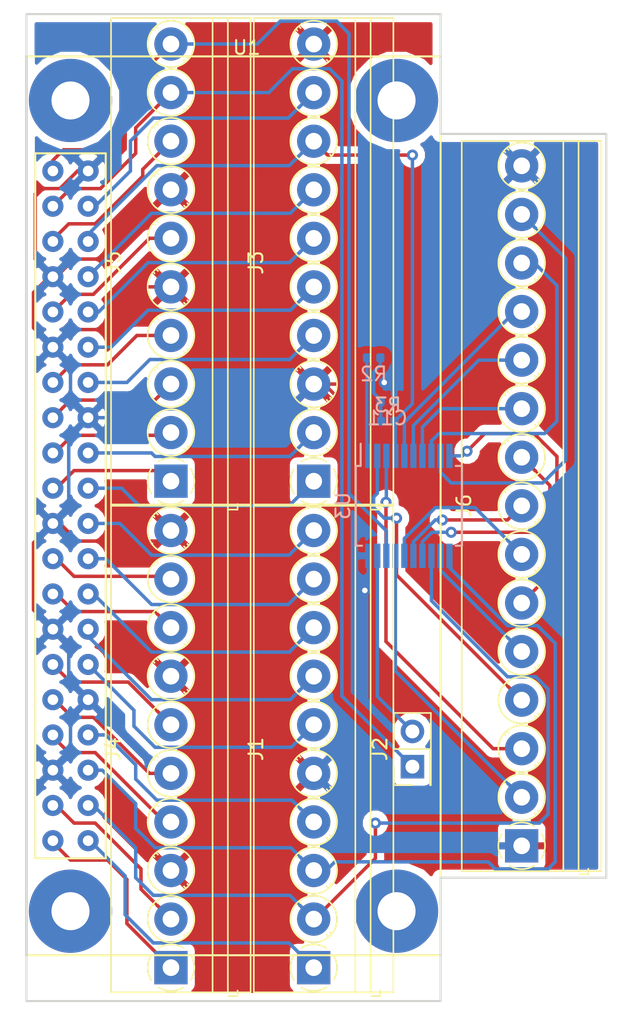
<source format=kicad_pcb>
(kicad_pcb (version 20171130) (host pcbnew "(5.0.0)")

  (general
    (thickness 1.6)
    (drawings 10)
    (tracks 326)
    (zones 0)
    (modules 11)
    (nets 50)
  )

  (page A4)
  (layers
    (0 F.Cu signal)
    (31 B.Cu signal)
    (32 B.Adhes user)
    (33 F.Adhes user)
    (34 B.Paste user)
    (35 F.Paste user)
    (36 B.SilkS user)
    (37 F.SilkS user)
    (38 B.Mask user)
    (39 F.Mask user)
    (40 Dwgs.User user)
    (41 Cmts.User user)
    (42 Eco1.User user)
    (43 Eco2.User user)
    (44 Edge.Cuts user)
    (45 Margin user)
    (46 B.CrtYd user)
    (47 F.CrtYd user)
    (48 B.Fab user)
    (49 F.Fab user)
  )

  (setup
    (last_trace_width 0.25)
    (trace_clearance 0.2)
    (zone_clearance 0.508)
    (zone_45_only no)
    (trace_min 0.2)
    (segment_width 0.2)
    (edge_width 0.15)
    (via_size 0.8)
    (via_drill 0.4)
    (via_min_size 0.4)
    (via_min_drill 0.3)
    (uvia_size 0.3)
    (uvia_drill 0.1)
    (uvias_allowed no)
    (uvia_min_size 0.2)
    (uvia_min_drill 0.1)
    (pcb_text_width 0.3)
    (pcb_text_size 1.5 1.5)
    (mod_edge_width 0.15)
    (mod_text_size 1 1)
    (mod_text_width 0.15)
    (pad_size 1.524 1.524)
    (pad_drill 0.762)
    (pad_to_mask_clearance 0.1)
    (aux_axis_origin 0 0)
    (visible_elements 7FFFFFFF)
    (pcbplotparams
      (layerselection 0x010fc_ffffffff)
      (usegerberextensions true)
      (usegerberattributes false)
      (usegerberadvancedattributes false)
      (creategerberjobfile false)
      (excludeedgelayer true)
      (linewidth 0.100000)
      (plotframeref false)
      (viasonmask false)
      (mode 1)
      (useauxorigin false)
      (hpglpennumber 1)
      (hpglpenspeed 20)
      (hpglpendiameter 15.000000)
      (psnegative false)
      (psa4output false)
      (plotreference true)
      (plotvalue true)
      (plotinvisibletext false)
      (padsonsilk false)
      (subtractmaskfromsilk false)
      (outputformat 4)
      (mirror false)
      (drillshape 0)
      (scaleselection 1)
      (outputdirectory "PDF/"))
  )

  (net 0 "")
  (net 1 "Net-(C11-Pad1)")
  (net 2 GND)
  (net 3 "Net-(J1-Pad10)")
  (net 4 "Net-(J1-Pad7)")
  (net 5 "Net-(J1-Pad6)")
  (net 6 "Net-(J1-Pad4)")
  (net 7 "Net-(J1-Pad1)")
  (net 8 "Net-(J2-Pad2)")
  (net 9 "Net-(J3-Pad1)")
  (net 10 "Net-(J3-Pad2)")
  (net 11 "Net-(J3-Pad4)")
  (net 12 "Net-(J3-Pad5)")
  (net 13 "Net-(J3-Pad6)")
  (net 14 "Net-(J3-Pad7)")
  (net 15 "Net-(J3-Pad9)")
  (net 16 "Net-(J4-Pad1)")
  (net 17 "Net-(J4-Pad2)")
  (net 18 "Net-(J4-Pad4)")
  (net 19 "Net-(J4-Pad5)")
  (net 20 "Net-(J4-Pad6)")
  (net 21 "Net-(J4-Pad8)")
  (net 22 "Net-(J4-Pad9)")
  (net 23 "Net-(J5-Pad8)")
  (net 24 "Net-(J5-Pad6)")
  (net 25 "Net-(J5-Pad4)")
  (net 26 "Net-(J5-Pad3)")
  (net 27 +3V3)
  (net 28 SDA)
  (net 29 SCL)
  (net 30 ISCP_DAT)
  (net 31 MCLR)
  (net 32 ISCP_CLK)
  (net 33 /PIC16LF1509/RA2)
  (net 34 /PIC16LF1509/RA4)
  (net 35 /PIC16LF1509/RA5)
  (net 36 /PIC16LF1509/RB5)
  (net 37 /PIC16LF1509/RB7)
  (net 38 /PIC16LF1509/RC0)
  (net 39 /PIC16LF1509/RC1)
  (net 40 /PIC16LF1509/RC2)
  (net 41 /PIC16LF1509/RC3)
  (net 42 /PIC16LF1509/RC4)
  (net 43 /PIC16LF1509/RC5)
  (net 44 /PIC16LF1509/RC6)
  (net 45 /PIC16LF1509/RC7)
  (net 46 "Net-(J1-Pad9)")
  (net 47 "Net-(J1-Pad8)")
  (net 48 "Net-(J5-Pad2)")
  (net 49 "Net-(J5-Pad1)")

  (net_class Default "This is the default net class."
    (clearance 0.2)
    (trace_width 0.25)
    (via_dia 0.8)
    (via_drill 0.4)
    (uvia_dia 0.3)
    (uvia_drill 0.1)
    (add_net +3V3)
    (add_net /PIC16LF1509/RA2)
    (add_net /PIC16LF1509/RA4)
    (add_net /PIC16LF1509/RA5)
    (add_net /PIC16LF1509/RB5)
    (add_net /PIC16LF1509/RB7)
    (add_net /PIC16LF1509/RC0)
    (add_net /PIC16LF1509/RC1)
    (add_net /PIC16LF1509/RC2)
    (add_net /PIC16LF1509/RC3)
    (add_net /PIC16LF1509/RC4)
    (add_net /PIC16LF1509/RC5)
    (add_net /PIC16LF1509/RC6)
    (add_net /PIC16LF1509/RC7)
    (add_net GND)
    (add_net ISCP_CLK)
    (add_net ISCP_DAT)
    (add_net MCLR)
    (add_net "Net-(C11-Pad1)")
    (add_net "Net-(J1-Pad1)")
    (add_net "Net-(J1-Pad10)")
    (add_net "Net-(J1-Pad4)")
    (add_net "Net-(J1-Pad6)")
    (add_net "Net-(J1-Pad7)")
    (add_net "Net-(J1-Pad8)")
    (add_net "Net-(J1-Pad9)")
    (add_net "Net-(J2-Pad2)")
    (add_net "Net-(J3-Pad1)")
    (add_net "Net-(J3-Pad2)")
    (add_net "Net-(J3-Pad4)")
    (add_net "Net-(J3-Pad5)")
    (add_net "Net-(J3-Pad6)")
    (add_net "Net-(J3-Pad7)")
    (add_net "Net-(J3-Pad9)")
    (add_net "Net-(J4-Pad1)")
    (add_net "Net-(J4-Pad2)")
    (add_net "Net-(J4-Pad4)")
    (add_net "Net-(J4-Pad5)")
    (add_net "Net-(J4-Pad6)")
    (add_net "Net-(J4-Pad8)")
    (add_net "Net-(J4-Pad9)")
    (add_net "Net-(J5-Pad1)")
    (add_net "Net-(J5-Pad2)")
    (add_net "Net-(J5-Pad3)")
    (add_net "Net-(J5-Pad4)")
    (add_net "Net-(J5-Pad6)")
    (add_net "Net-(J5-Pad8)")
    (add_net SCL)
    (add_net SDA)
  )

  (module Capacitor_SMD:C_0402_1005Metric (layer B.Cu) (tedit 5B301BBE) (tstamp 5BEA0D24)
    (at 143.36 107.696)
    (descr "Capacitor SMD 0402 (1005 Metric), square (rectangular) end terminal, IPC_7351 nominal, (Body size source: http://www.tortai-tech.com/upload/download/2011102023233369053.pdf), generated with kicad-footprint-generator")
    (tags capacitor)
    (path /5BD19583/5BC60E73)
    (attr smd)
    (fp_text reference C11 (at 0 1.17) (layer B.SilkS)
      (effects (font (size 1 1) (thickness 0.15)) (justify mirror))
    )
    (fp_text value 1uF (at 0 -1.17) (layer B.Fab)
      (effects (font (size 1 1) (thickness 0.15)) (justify mirror))
    )
    (fp_line (start -0.5 -0.25) (end -0.5 0.25) (layer B.Fab) (width 0.1))
    (fp_line (start -0.5 0.25) (end 0.5 0.25) (layer B.Fab) (width 0.1))
    (fp_line (start 0.5 0.25) (end 0.5 -0.25) (layer B.Fab) (width 0.1))
    (fp_line (start 0.5 -0.25) (end -0.5 -0.25) (layer B.Fab) (width 0.1))
    (fp_line (start -0.93 -0.47) (end -0.93 0.47) (layer B.CrtYd) (width 0.05))
    (fp_line (start -0.93 0.47) (end 0.93 0.47) (layer B.CrtYd) (width 0.05))
    (fp_line (start 0.93 0.47) (end 0.93 -0.47) (layer B.CrtYd) (width 0.05))
    (fp_line (start 0.93 -0.47) (end -0.93 -0.47) (layer B.CrtYd) (width 0.05))
    (fp_text user %R (at 0 0) (layer B.Fab)
      (effects (font (size 0.25 0.25) (thickness 0.04)) (justify mirror))
    )
    (pad 1 smd roundrect (at -0.485 0) (size 0.59 0.64) (layers B.Cu B.Paste B.Mask) (roundrect_rratio 0.25)
      (net 1 "Net-(C11-Pad1)"))
    (pad 2 smd roundrect (at 0.485 0) (size 0.59 0.64) (layers B.Cu B.Paste B.Mask) (roundrect_rratio 0.25)
      (net 2 GND))
    (model ${KISYS3DMOD}/Capacitor_SMD.3dshapes/C_0402_1005Metric.wrl
      (at (xyz 0 0 0))
      (scale (xyz 1 1 1))
      (rotate (xyz 0 0 0))
    )
  )

  (module Connector_PinHeader_2.54mm:PinHeader_2x01_P2.54mm_Vertical (layer F.Cu) (tedit 59FED5CC) (tstamp 5BEA0DAE)
    (at 145.161 133.985 90)
    (descr "Through hole straight pin header, 2x01, 2.54mm pitch, double rows")
    (tags "Through hole pin header THT 2x01 2.54mm double row")
    (path /5BD19583/5BC60EAD)
    (fp_text reference J2 (at 1.27 -2.33 90) (layer F.SilkS)
      (effects (font (size 1 1) (thickness 0.15)))
    )
    (fp_text value Conn_02x01 (at 1.27 2.33 90) (layer F.Fab)
      (effects (font (size 1 1) (thickness 0.15)))
    )
    (fp_line (start 0 -1.27) (end 3.81 -1.27) (layer F.Fab) (width 0.1))
    (fp_line (start 3.81 -1.27) (end 3.81 1.27) (layer F.Fab) (width 0.1))
    (fp_line (start 3.81 1.27) (end -1.27 1.27) (layer F.Fab) (width 0.1))
    (fp_line (start -1.27 1.27) (end -1.27 0) (layer F.Fab) (width 0.1))
    (fp_line (start -1.27 0) (end 0 -1.27) (layer F.Fab) (width 0.1))
    (fp_line (start -1.33 1.33) (end 3.87 1.33) (layer F.SilkS) (width 0.12))
    (fp_line (start -1.33 1.27) (end -1.33 1.33) (layer F.SilkS) (width 0.12))
    (fp_line (start 3.87 -1.33) (end 3.87 1.33) (layer F.SilkS) (width 0.12))
    (fp_line (start -1.33 1.27) (end 1.27 1.27) (layer F.SilkS) (width 0.12))
    (fp_line (start 1.27 1.27) (end 1.27 -1.33) (layer F.SilkS) (width 0.12))
    (fp_line (start 1.27 -1.33) (end 3.87 -1.33) (layer F.SilkS) (width 0.12))
    (fp_line (start -1.33 0) (end -1.33 -1.33) (layer F.SilkS) (width 0.12))
    (fp_line (start -1.33 -1.33) (end 0 -1.33) (layer F.SilkS) (width 0.12))
    (fp_line (start -1.8 -1.8) (end -1.8 1.8) (layer F.CrtYd) (width 0.05))
    (fp_line (start -1.8 1.8) (end 4.35 1.8) (layer F.CrtYd) (width 0.05))
    (fp_line (start 4.35 1.8) (end 4.35 -1.8) (layer F.CrtYd) (width 0.05))
    (fp_line (start 4.35 -1.8) (end -1.8 -1.8) (layer F.CrtYd) (width 0.05))
    (fp_text user %R (at 1.27 0 180) (layer F.Fab)
      (effects (font (size 1 1) (thickness 0.15)))
    )
    (pad 1 thru_hole rect (at 0 0 90) (size 1.7 1.7) (drill 1) (layers *.Cu *.Mask)
      (net 30 ISCP_DAT))
    (pad 2 thru_hole oval (at 2.54 0 90) (size 1.7 1.7) (drill 1) (layers *.Cu *.Mask)
      (net 8 "Net-(J2-Pad2)"))
    (model ${KISYS3DMOD}/Connector_PinHeader_2.54mm.3dshapes/PinHeader_2x01_P2.54mm_Vertical.wrl
      (at (xyz 0 0 0))
      (scale (xyz 1 1 1))
      (rotate (xyz 0 0 0))
    )
  )

  (module Resistor_SMD:R_0402_1005Metric (layer B.Cu) (tedit 5B301BBD) (tstamp 5BEA0FCA)
    (at 143.383 109.093 180)
    (descr "Resistor SMD 0402 (1005 Metric), square (rectangular) end terminal, IPC_7351 nominal, (Body size source: http://www.tortai-tech.com/upload/download/2011102023233369053.pdf), generated with kicad-footprint-generator")
    (tags resistor)
    (path /5BD19583/5BC60E7A)
    (attr smd)
    (fp_text reference R3 (at 0 1.17 180) (layer B.SilkS)
      (effects (font (size 1 1) (thickness 0.15)) (justify mirror))
    )
    (fp_text value 470 (at 0 -1.17 180) (layer B.Fab)
      (effects (font (size 1 1) (thickness 0.15)) (justify mirror))
    )
    (fp_text user %R (at 0 0 180) (layer B.Fab)
      (effects (font (size 0.25 0.25) (thickness 0.04)) (justify mirror))
    )
    (fp_line (start 0.93 -0.47) (end -0.93 -0.47) (layer B.CrtYd) (width 0.05))
    (fp_line (start 0.93 0.47) (end 0.93 -0.47) (layer B.CrtYd) (width 0.05))
    (fp_line (start -0.93 0.47) (end 0.93 0.47) (layer B.CrtYd) (width 0.05))
    (fp_line (start -0.93 -0.47) (end -0.93 0.47) (layer B.CrtYd) (width 0.05))
    (fp_line (start 0.5 -0.25) (end -0.5 -0.25) (layer B.Fab) (width 0.1))
    (fp_line (start 0.5 0.25) (end 0.5 -0.25) (layer B.Fab) (width 0.1))
    (fp_line (start -0.5 0.25) (end 0.5 0.25) (layer B.Fab) (width 0.1))
    (fp_line (start -0.5 -0.25) (end -0.5 0.25) (layer B.Fab) (width 0.1))
    (pad 2 smd roundrect (at 0.485 0 180) (size 0.59 0.64) (layers B.Cu B.Paste B.Mask) (roundrect_rratio 0.25)
      (net 1 "Net-(C11-Pad1)"))
    (pad 1 smd roundrect (at -0.485 0 180) (size 0.59 0.64) (layers B.Cu B.Paste B.Mask) (roundrect_rratio 0.25)
      (net 31 MCLR))
    (model ${KISYS3DMOD}/Resistor_SMD.3dshapes/R_0402_1005Metric.wrl
      (at (xyz 0 0 0))
      (scale (xyz 1 1 1))
      (rotate (xyz 0 0 0))
    )
  )

  (module Rob-5.0:RPi0_Template (layer F.Cu) (tedit 5BC70233) (tstamp 5BEA1002)
    (at 127.508 117.729)
    (path /5BD19846)
    (fp_text reference U1 (at 5.715 -35.56) (layer F.SilkS)
      (effects (font (size 1 1) (thickness 0.15)))
    )
    (fp_text value RPI0-Template (at 5.715 -37.465) (layer F.Fab)
      (effects (font (size 1 1) (thickness 0.15)))
    )
    (fp_line (start -4.445 22.86) (end -9.525 22.86) (layer F.SilkS) (width 0.15))
    (fp_line (start -4.445 -27.94) (end -4.445 22.86) (layer F.SilkS) (width 0.15))
    (fp_line (start -9.525 -27.94) (end -4.445 -27.94) (layer F.SilkS) (width 0.15))
    (fp_line (start -9.525 22.86) (end -9.525 -27.94) (layer F.SilkS) (width 0.15))
    (fp_line (start 19.685 29.845) (end -10.16 29.845) (layer F.SilkS) (width 0.15))
    (fp_line (start 19.685 -34.925) (end 19.685 29.845) (layer F.SilkS) (width 0.15))
    (fp_line (start -10.16 -34.925) (end 19.685 -34.925) (layer F.SilkS) (width 0.15))
    (fp_line (start -10.16 29.845) (end -10.16 -34.925) (layer F.SilkS) (width 0.15))
    (pad "" thru_hole circle (at 16.51 -31.75) (size 6 6) (drill 2.74) (layers *.Cu *.Mask))
    (pad "" thru_hole circle (at 16.51 26.67) (size 6 6) (drill 2.74) (layers *.Cu *.Mask))
    (pad "" thru_hole circle (at -6.985 -31.75) (size 6 6) (drill 2.74) (layers *.Cu *.Mask))
    (pad "" thru_hole circle (at -6.985 26.67) (size 6 6) (drill 2.74) (layers *.Cu *.Mask))
    (pad 40 thru_hole circle (at -8.255 -26.67) (size 1.524 1.524) (drill 0.762) (layers *.Cu *.Mask)
      (net 32 ISCP_CLK))
    (pad 39 thru_hole circle (at -5.715 -26.67) (size 1.524 1.524) (drill 0.762) (layers *.Cu *.Mask)
      (net 2 GND))
    (pad 38 thru_hole circle (at -8.255 -24.13) (size 1.524 1.524) (drill 0.762) (layers *.Cu *.Mask)
      (net 30 ISCP_DAT))
    (pad 37 thru_hole circle (at -5.715 -24.13) (size 1.524 1.524) (drill 0.762) (layers *.Cu *.Mask)
      (net 15 "Net-(J3-Pad9)"))
    (pad 36 thru_hole circle (at -8.255 -21.59) (size 1.524 1.524) (drill 0.762) (layers *.Cu *.Mask)
      (net 23 "Net-(J5-Pad8)"))
    (pad 35 thru_hole circle (at -5.715 -21.59) (size 1.524 1.524) (drill 0.762) (layers *.Cu *.Mask)
      (net 31 MCLR))
    (pad 34 thru_hole circle (at -8.255 -19.05) (size 1.524 1.524) (drill 0.762) (layers *.Cu *.Mask)
      (net 2 GND))
    (pad 33 thru_hole circle (at -5.715 -19.05) (size 1.524 1.524) (drill 0.762) (layers *.Cu *.Mask)
      (net 14 "Net-(J3-Pad7)"))
    (pad 32 thru_hole circle (at -8.255 -16.51) (size 1.524 1.524) (drill 0.762) (layers *.Cu *.Mask)
      (net 24 "Net-(J5-Pad6)"))
    (pad 31 thru_hole circle (at -5.715 -16.51) (size 1.524 1.524) (drill 0.762) (layers *.Cu *.Mask)
      (net 13 "Net-(J3-Pad6)"))
    (pad 30 thru_hole circle (at -8.255 -13.97) (size 1.524 1.524) (drill 0.762) (layers *.Cu *.Mask)
      (net 2 GND))
    (pad 29 thru_hole circle (at -5.715 -13.97) (size 1.524 1.524) (drill 0.762) (layers *.Cu *.Mask)
      (net 12 "Net-(J3-Pad5)"))
    (pad 28 thru_hole circle (at -8.255 -11.43) (size 1.524 1.524) (drill 0.762) (layers *.Cu *.Mask)
      (net 25 "Net-(J5-Pad4)"))
    (pad 27 thru_hole circle (at -5.715 -11.43) (size 1.524 1.524) (drill 0.762) (layers *.Cu *.Mask)
      (net 11 "Net-(J3-Pad4)"))
    (pad 26 thru_hole circle (at -8.255 -8.89) (size 1.524 1.524) (drill 0.762) (layers *.Cu *.Mask)
      (net 26 "Net-(J5-Pad3)"))
    (pad 25 thru_hole circle (at -5.715 -8.89) (size 1.524 1.524) (drill 0.762) (layers *.Cu *.Mask)
      (net 2 GND))
    (pad 24 thru_hole circle (at -8.255 -6.35) (size 1.524 1.524) (drill 0.762) (layers *.Cu *.Mask)
      (net 48 "Net-(J5-Pad2)"))
    (pad 23 thru_hole circle (at -5.715 -6.35) (size 1.524 1.524) (drill 0.762) (layers *.Cu *.Mask)
      (net 10 "Net-(J3-Pad2)"))
    (pad 22 thru_hole circle (at -8.255 -3.81) (size 1.524 1.524) (drill 0.762) (layers *.Cu *.Mask)
      (net 49 "Net-(J5-Pad1)"))
    (pad 21 thru_hole circle (at -5.715 -3.81) (size 1.524 1.524) (drill 0.762) (layers *.Cu *.Mask)
      (net 9 "Net-(J3-Pad1)"))
    (pad 20 thru_hole circle (at -8.255 -1.27) (size 1.524 1.524) (drill 0.762) (layers *.Cu *.Mask)
      (net 2 GND))
    (pad 19 thru_hole circle (at -5.715 -1.27) (size 1.524 1.524) (drill 0.762) (layers *.Cu *.Mask)
      (net 3 "Net-(J1-Pad10)"))
    (pad 18 thru_hole circle (at -8.255 1.27) (size 1.524 1.524) (drill 0.762) (layers *.Cu *.Mask)
      (net 22 "Net-(J4-Pad9)"))
    (pad 17 thru_hole circle (at -5.715 1.27) (size 1.524 1.524) (drill 0.762) (layers *.Cu *.Mask)
      (net 46 "Net-(J1-Pad9)"))
    (pad 16 thru_hole circle (at -8.255 3.81) (size 1.524 1.524) (drill 0.762) (layers *.Cu *.Mask)
      (net 21 "Net-(J4-Pad8)"))
    (pad 15 thru_hole circle (at -5.715 3.81) (size 1.524 1.524) (drill 0.762) (layers *.Cu *.Mask)
      (net 47 "Net-(J1-Pad8)"))
    (pad 14 thru_hole circle (at -8.255 6.35) (size 1.524 1.524) (drill 0.762) (layers *.Cu *.Mask)
      (net 2 GND))
    (pad 13 thru_hole circle (at -5.715 6.35) (size 1.524 1.524) (drill 0.762) (layers *.Cu *.Mask)
      (net 4 "Net-(J1-Pad7)"))
    (pad 12 thru_hole circle (at -8.255 8.89) (size 1.524 1.524) (drill 0.762) (layers *.Cu *.Mask)
      (net 20 "Net-(J4-Pad6)"))
    (pad 11 thru_hole circle (at -5.715 8.89) (size 1.524 1.524) (drill 0.762) (layers *.Cu *.Mask)
      (net 5 "Net-(J1-Pad6)"))
    (pad 10 thru_hole circle (at -8.255 11.43) (size 1.524 1.524) (drill 0.762) (layers *.Cu *.Mask)
      (net 19 "Net-(J4-Pad5)"))
    (pad 9 thru_hole circle (at -5.715 11.43) (size 1.524 1.524) (drill 0.762) (layers *.Cu *.Mask)
      (net 2 GND))
    (pad 8 thru_hole circle (at -8.255 13.97) (size 1.524 1.524) (drill 0.762) (layers *.Cu *.Mask)
      (net 18 "Net-(J4-Pad4)"))
    (pad 7 thru_hole circle (at -5.715 13.97) (size 1.524 1.524) (drill 0.762) (layers *.Cu *.Mask)
      (net 6 "Net-(J1-Pad4)"))
    (pad 6 thru_hole circle (at -8.255 16.51) (size 1.524 1.524) (drill 0.762) (layers *.Cu *.Mask)
      (net 2 GND))
    (pad 5 thru_hole circle (at -5.715 16.51) (size 1.524 1.524) (drill 0.762) (layers *.Cu *.Mask)
      (net 29 SCL))
    (pad 4 thru_hole circle (at -8.255 19.05) (size 1.524 1.524) (drill 0.762) (layers *.Cu *.Mask)
      (net 17 "Net-(J4-Pad2)"))
    (pad 3 thru_hole circle (at -5.715 19.05) (size 1.524 1.524) (drill 0.762) (layers *.Cu *.Mask)
      (net 28 SDA))
    (pad 2 thru_hole circle (at -8.255 21.59) (size 1.524 1.524) (drill 0.762) (layers *.Cu *.Mask)
      (net 16 "Net-(J4-Pad1)"))
    (pad 1 thru_hole circle (at -5.715 21.59) (size 1.524 1.524) (drill 0.762) (layers *.Cu *.Mask)
      (net 7 "Net-(J1-Pad1)"))
    (model ${KISYS3DMOD}/Connector_PinSocket_2.54mm.3dshapes/PinSocket_2x20_P2.54mm_Vertical.step
      (offset (xyz -8.25 26.75 -1.5))
      (scale (xyz 1 1 1))
      (rotate (xyz 0 180 0))
    )
  )

  (module Package_SO:SSOP-20_5.3x7.2mm_P0.65mm (layer B.Cu) (tedit 5A02F25C) (tstamp 5BEA102B)
    (at 144.907 115.189 270)
    (descr "20-Lead Plastic Shrink Small Outline (SS)-5.30 mm Body [SSOP] (see Microchip Packaging Specification 00000049BS.pdf)")
    (tags "SSOP 0.65")
    (path /5BD19583/5BC60EA6)
    (attr smd)
    (fp_text reference U3 (at 0 4.75 270) (layer B.SilkS)
      (effects (font (size 1 1) (thickness 0.15)) (justify mirror))
    )
    (fp_text value PIC16F1509-ISS (at 0 -4.75 270) (layer B.Fab)
      (effects (font (size 1 1) (thickness 0.15)) (justify mirror))
    )
    (fp_line (start -1.65 3.6) (end 2.65 3.6) (layer B.Fab) (width 0.15))
    (fp_line (start 2.65 3.6) (end 2.65 -3.6) (layer B.Fab) (width 0.15))
    (fp_line (start 2.65 -3.6) (end -2.65 -3.6) (layer B.Fab) (width 0.15))
    (fp_line (start -2.65 -3.6) (end -2.65 2.6) (layer B.Fab) (width 0.15))
    (fp_line (start -2.65 2.6) (end -1.65 3.6) (layer B.Fab) (width 0.15))
    (fp_line (start -4.75 4) (end -4.75 -4) (layer B.CrtYd) (width 0.05))
    (fp_line (start 4.75 4) (end 4.75 -4) (layer B.CrtYd) (width 0.05))
    (fp_line (start -4.75 4) (end 4.75 4) (layer B.CrtYd) (width 0.05))
    (fp_line (start -4.75 -4) (end 4.75 -4) (layer B.CrtYd) (width 0.05))
    (fp_line (start -2.875 3.825) (end -2.875 3.475) (layer B.SilkS) (width 0.15))
    (fp_line (start 2.875 3.825) (end 2.875 3.375) (layer B.SilkS) (width 0.15))
    (fp_line (start 2.875 -3.825) (end 2.875 -3.375) (layer B.SilkS) (width 0.15))
    (fp_line (start -2.875 -3.825) (end -2.875 -3.375) (layer B.SilkS) (width 0.15))
    (fp_line (start -2.875 3.825) (end 2.875 3.825) (layer B.SilkS) (width 0.15))
    (fp_line (start -2.875 -3.825) (end 2.875 -3.825) (layer B.SilkS) (width 0.15))
    (fp_line (start -2.875 3.475) (end -4.475 3.475) (layer B.SilkS) (width 0.15))
    (fp_text user %R (at 0 0 270) (layer B.Fab)
      (effects (font (size 0.8 0.8) (thickness 0.15)) (justify mirror))
    )
    (pad 1 smd rect (at -3.6 2.925 270) (size 1.75 0.45) (layers B.Cu B.Paste B.Mask)
      (net 27 +3V3))
    (pad 2 smd rect (at -3.6 2.275 270) (size 1.75 0.45) (layers B.Cu B.Paste B.Mask)
      (net 35 /PIC16LF1509/RA5))
    (pad 3 smd rect (at -3.6 1.625 270) (size 1.75 0.45) (layers B.Cu B.Paste B.Mask)
      (net 34 /PIC16LF1509/RA4))
    (pad 4 smd rect (at -3.6 0.975 270) (size 1.75 0.45) (layers B.Cu B.Paste B.Mask)
      (net 31 MCLR))
    (pad 5 smd rect (at -3.6 0.325 270) (size 1.75 0.45) (layers B.Cu B.Paste B.Mask)
      (net 43 /PIC16LF1509/RC5))
    (pad 6 smd rect (at -3.6 -0.325 270) (size 1.75 0.45) (layers B.Cu B.Paste B.Mask)
      (net 42 /PIC16LF1509/RC4))
    (pad 7 smd rect (at -3.6 -0.975 270) (size 1.75 0.45) (layers B.Cu B.Paste B.Mask)
      (net 41 /PIC16LF1509/RC3))
    (pad 8 smd rect (at -3.6 -1.625 270) (size 1.75 0.45) (layers B.Cu B.Paste B.Mask)
      (net 44 /PIC16LF1509/RC6))
    (pad 9 smd rect (at -3.6 -2.275 270) (size 1.75 0.45) (layers B.Cu B.Paste B.Mask)
      (net 45 /PIC16LF1509/RC7))
    (pad 10 smd rect (at -3.6 -2.925 270) (size 1.75 0.45) (layers B.Cu B.Paste B.Mask)
      (net 37 /PIC16LF1509/RB7))
    (pad 11 smd rect (at 3.6 -2.925 270) (size 1.75 0.45) (layers B.Cu B.Paste B.Mask)
      (net 29 SCL))
    (pad 12 smd rect (at 3.6 -2.275 270) (size 1.75 0.45) (layers B.Cu B.Paste B.Mask)
      (net 36 /PIC16LF1509/RB5))
    (pad 13 smd rect (at 3.6 -1.625 270) (size 1.75 0.45) (layers B.Cu B.Paste B.Mask)
      (net 28 SDA))
    (pad 14 smd rect (at 3.6 -0.975 270) (size 1.75 0.45) (layers B.Cu B.Paste B.Mask)
      (net 40 /PIC16LF1509/RC2))
    (pad 15 smd rect (at 3.6 -0.325 270) (size 1.75 0.45) (layers B.Cu B.Paste B.Mask)
      (net 39 /PIC16LF1509/RC1))
    (pad 16 smd rect (at 3.6 0.325 270) (size 1.75 0.45) (layers B.Cu B.Paste B.Mask)
      (net 38 /PIC16LF1509/RC0))
    (pad 17 smd rect (at 3.6 0.975 270) (size 1.75 0.45) (layers B.Cu B.Paste B.Mask)
      (net 33 /PIC16LF1509/RA2))
    (pad 18 smd rect (at 3.6 1.625 270) (size 1.75 0.45) (layers B.Cu B.Paste B.Mask)
      (net 32 ISCP_CLK))
    (pad 19 smd rect (at 3.6 2.275 270) (size 1.75 0.45) (layers B.Cu B.Paste B.Mask)
      (net 8 "Net-(J2-Pad2)"))
    (pad 20 smd rect (at 3.6 2.925 270) (size 1.75 0.45) (layers B.Cu B.Paste B.Mask)
      (net 2 GND))
    (model ${KISYS3DMOD}/Package_SO.3dshapes/SSOP-20_5.3x7.2mm_P0.65mm.wrl
      (at (xyz 0 0 0))
      (scale (xyz 1 1 1))
      (rotate (xyz 0 0 0))
    )
  )

  (module Rob-5.0:TerminalBlock_Phoenix_MKDS-1,5-10-3.5-H_1x10_P3.50mm_Horizontal (layer F.Cu) (tedit 5BD1D2F8) (tstamp 5BDE1EC9)
    (at 127.762 113.411 90)
    (descr "Terminal Block Phoenix PT-1,5-10-3.5-H, 10 pins, pitch 3.5mm, size 35x7.6mm^2, drill diamater 1.2mm, pad diameter 2.4mm, see , script-generated using https://github.com/pointhi/kicad-footprint-generator/scripts/TerminalBlock_Phoenix")
    (tags "THT Terminal Block Phoenix PT-1,5-10-3.5-H pitch 3.5mm size 35x7.6mm^2 drill 1.2mm pad 2.4mm")
    (path /5BD19B3D)
    (fp_text reference J5 (at 15.75 -4.16 90) (layer F.SilkS)
      (effects (font (size 1 1) (thickness 0.15)))
    )
    (fp_text value Screw_Terminal_01x10 (at 15.75 5.56 90) (layer F.Fab)
      (effects (font (size 1 1) (thickness 0.15)))
    )
    (fp_text user %R (at 15.75 2.4 90) (layer F.Fab)
      (effects (font (size 1 1) (thickness 0.15)))
    )
    (fp_line (start 33.7312 -4.572) (end -2.25 -4.572) (layer F.CrtYd) (width 0.05))
    (fp_line (start 33.7312 6.0452) (end 33.7312 -4.572) (layer F.CrtYd) (width 0.05))
    (fp_line (start -2.286 6.0452) (end 33.714 6.0452) (layer F.CrtYd) (width 0.05))
    (fp_line (start -2.286 -4.572) (end -2.286 6.0452) (layer F.CrtYd) (width 0.05))
    (fp_line (start -2.05 4.8) (end -1.65 4.8) (layer F.SilkS) (width 0.12))
    (fp_line (start -2.05 4.16) (end -2.05 4.8) (layer F.SilkS) (width 0.12))
    (fp_line (start 30.355 0.941) (end 30.226 1.069) (layer F.SilkS) (width 0.12))
    (fp_line (start 32.57 -1.275) (end 32.476 -1.181) (layer F.SilkS) (width 0.12))
    (fp_line (start 30.525 1.181) (end 30.431 1.274) (layer F.SilkS) (width 0.12))
    (fp_line (start 32.775 -1.069) (end 32.646 -0.941) (layer F.SilkS) (width 0.12))
    (fp_line (start 32.455 -1.138) (end 30.363 0.955) (layer F.Fab) (width 0.1))
    (fp_line (start 32.638 -0.955) (end 30.546 1.138) (layer F.Fab) (width 0.1))
    (fp_line (start 26.855 0.941) (end 26.726 1.069) (layer F.SilkS) (width 0.12))
    (fp_line (start 29.07 -1.275) (end 28.976 -1.181) (layer F.SilkS) (width 0.12))
    (fp_line (start 27.025 1.181) (end 26.931 1.274) (layer F.SilkS) (width 0.12))
    (fp_line (start 29.275 -1.069) (end 29.146 -0.941) (layer F.SilkS) (width 0.12))
    (fp_line (start 28.955 -1.138) (end 26.863 0.955) (layer F.Fab) (width 0.1))
    (fp_line (start 29.138 -0.955) (end 27.046 1.138) (layer F.Fab) (width 0.1))
    (fp_line (start 23.355 0.941) (end 23.226 1.069) (layer F.SilkS) (width 0.12))
    (fp_line (start 25.57 -1.275) (end 25.476 -1.181) (layer F.SilkS) (width 0.12))
    (fp_line (start 23.525 1.181) (end 23.431 1.274) (layer F.SilkS) (width 0.12))
    (fp_line (start 25.775 -1.069) (end 25.646 -0.941) (layer F.SilkS) (width 0.12))
    (fp_line (start 25.455 -1.138) (end 23.363 0.955) (layer F.Fab) (width 0.1))
    (fp_line (start 25.638 -0.955) (end 23.546 1.138) (layer F.Fab) (width 0.1))
    (fp_line (start 19.855 0.941) (end 19.726 1.069) (layer F.SilkS) (width 0.12))
    (fp_line (start 22.07 -1.275) (end 21.976 -1.181) (layer F.SilkS) (width 0.12))
    (fp_line (start 20.025 1.181) (end 19.931 1.274) (layer F.SilkS) (width 0.12))
    (fp_line (start 22.275 -1.069) (end 22.146 -0.941) (layer F.SilkS) (width 0.12))
    (fp_line (start 21.955 -1.138) (end 19.863 0.955) (layer F.Fab) (width 0.1))
    (fp_line (start 22.138 -0.955) (end 20.046 1.138) (layer F.Fab) (width 0.1))
    (fp_line (start 16.355 0.941) (end 16.226 1.069) (layer F.SilkS) (width 0.12))
    (fp_line (start 18.57 -1.275) (end 18.476 -1.181) (layer F.SilkS) (width 0.12))
    (fp_line (start 16.525 1.181) (end 16.431 1.274) (layer F.SilkS) (width 0.12))
    (fp_line (start 18.775 -1.069) (end 18.646 -0.941) (layer F.SilkS) (width 0.12))
    (fp_line (start 18.455 -1.138) (end 16.363 0.955) (layer F.Fab) (width 0.1))
    (fp_line (start 18.638 -0.955) (end 16.546 1.138) (layer F.Fab) (width 0.1))
    (fp_line (start 12.855 0.941) (end 12.726 1.069) (layer F.SilkS) (width 0.12))
    (fp_line (start 15.07 -1.275) (end 14.976 -1.181) (layer F.SilkS) (width 0.12))
    (fp_line (start 13.025 1.181) (end 12.931 1.274) (layer F.SilkS) (width 0.12))
    (fp_line (start 15.275 -1.069) (end 15.146 -0.941) (layer F.SilkS) (width 0.12))
    (fp_line (start 14.955 -1.138) (end 12.863 0.955) (layer F.Fab) (width 0.1))
    (fp_line (start 15.138 -0.955) (end 13.046 1.138) (layer F.Fab) (width 0.1))
    (fp_line (start 9.355 0.941) (end 9.226 1.069) (layer F.SilkS) (width 0.12))
    (fp_line (start 11.57 -1.275) (end 11.476 -1.181) (layer F.SilkS) (width 0.12))
    (fp_line (start 9.525 1.181) (end 9.431 1.274) (layer F.SilkS) (width 0.12))
    (fp_line (start 11.775 -1.069) (end 11.646 -0.941) (layer F.SilkS) (width 0.12))
    (fp_line (start 11.455 -1.138) (end 9.363 0.955) (layer F.Fab) (width 0.1))
    (fp_line (start 11.638 -0.955) (end 9.546 1.138) (layer F.Fab) (width 0.1))
    (fp_line (start 5.855 0.941) (end 5.726 1.069) (layer F.SilkS) (width 0.12))
    (fp_line (start 8.07 -1.275) (end 7.976 -1.181) (layer F.SilkS) (width 0.12))
    (fp_line (start 6.025 1.181) (end 5.931 1.274) (layer F.SilkS) (width 0.12))
    (fp_line (start 8.275 -1.069) (end 8.146 -0.941) (layer F.SilkS) (width 0.12))
    (fp_line (start 7.955 -1.138) (end 5.863 0.955) (layer F.Fab) (width 0.1))
    (fp_line (start 8.138 -0.955) (end 6.046 1.138) (layer F.Fab) (width 0.1))
    (fp_line (start 2.355 0.941) (end 2.226 1.069) (layer F.SilkS) (width 0.12))
    (fp_line (start 4.57 -1.275) (end 4.476 -1.181) (layer F.SilkS) (width 0.12))
    (fp_line (start 2.525 1.181) (end 2.431 1.274) (layer F.SilkS) (width 0.12))
    (fp_line (start 4.775 -1.069) (end 4.646 -0.941) (layer F.SilkS) (width 0.12))
    (fp_line (start 4.455 -1.138) (end 2.363 0.955) (layer F.Fab) (width 0.1))
    (fp_line (start 4.638 -0.955) (end 2.546 1.138) (layer F.Fab) (width 0.1))
    (fp_line (start 0.955 -1.138) (end -1.138 0.955) (layer F.Fab) (width 0.1))
    (fp_line (start 1.138 -0.955) (end -0.955 1.138) (layer F.Fab) (width 0.1))
    (fp_line (start 33.3756 -4.318) (end 33.3756 5.7404) (layer F.SilkS) (width 0.12))
    (fp_line (start -1.778 -4.318) (end -1.778 5.7404) (layer F.SilkS) (width 0.12))
    (fp_line (start -1.778 5.7404) (end 33.342 5.7404) (layer F.SilkS) (width 0.12))
    (fp_line (start -1.778 -4.318) (end 33.342 -4.318) (layer F.SilkS) (width 0.12))
    (fp_line (start -1.81 3) (end 33.31 3) (layer F.SilkS) (width 0.12))
    (fp_line (start -1.75 3) (end 33.25 3) (layer F.Fab) (width 0.1))
    (fp_line (start -1.81 4.1) (end 33.31 4.1) (layer F.SilkS) (width 0.12))
    (fp_line (start -1.75 4.1) (end 33.25 4.1) (layer F.Fab) (width 0.1))
    (fp_line (start -1.7272 4.064) (end -1.7272 -4.318) (layer F.Fab) (width 0.1))
    (fp_line (start -1.35 4.5) (end -1.75 4.1) (layer F.Fab) (width 0.1))
    (fp_line (start 33.25 4.5) (end -1.35 4.5) (layer F.Fab) (width 0.1))
    (fp_line (start 33.3248 -4.318) (end 33.3248 5.7404) (layer F.Fab) (width 0.1))
    (fp_line (start -1.778 -4.318) (end 33.222 -4.318) (layer F.Fab) (width 0.1))
    (fp_circle (center 31.5 0) (end 33.18 0) (layer F.SilkS) (width 0.12))
    (fp_circle (center 31.5 0) (end 33 0) (layer F.Fab) (width 0.1))
    (fp_circle (center 28 0) (end 29.68 0) (layer F.SilkS) (width 0.12))
    (fp_circle (center 28 0) (end 29.5 0) (layer F.Fab) (width 0.1))
    (fp_circle (center 24.5 0) (end 26.18 0) (layer F.SilkS) (width 0.12))
    (fp_circle (center 24.5 0) (end 26 0) (layer F.Fab) (width 0.1))
    (fp_circle (center 21 0) (end 22.68 0) (layer F.SilkS) (width 0.12))
    (fp_circle (center 21 0) (end 22.5 0) (layer F.Fab) (width 0.1))
    (fp_circle (center 17.5 0) (end 19.18 0) (layer F.SilkS) (width 0.12))
    (fp_circle (center 17.5 0) (end 19 0) (layer F.Fab) (width 0.1))
    (fp_circle (center 14 0) (end 15.68 0) (layer F.SilkS) (width 0.12))
    (fp_circle (center 14 0) (end 15.5 0) (layer F.Fab) (width 0.1))
    (fp_circle (center 10.5 0) (end 12.18 0) (layer F.SilkS) (width 0.12))
    (fp_circle (center 10.5 0) (end 12 0) (layer F.Fab) (width 0.1))
    (fp_circle (center 7 0) (end 8.68 0) (layer F.SilkS) (width 0.12))
    (fp_circle (center 7 0) (end 8.5 0) (layer F.Fab) (width 0.1))
    (fp_circle (center 3.5 0) (end 5.18 0) (layer F.SilkS) (width 0.12))
    (fp_circle (center 3.5 0) (end 5 0) (layer F.Fab) (width 0.1))
    (fp_circle (center 0 0) (end 1.5 0) (layer F.Fab) (width 0.1))
    (fp_arc (start 0 0) (end -0.866 1.44) (angle -32) (layer F.SilkS) (width 0.12))
    (fp_arc (start 0 0) (end -1.44 -0.866) (angle -63) (layer F.SilkS) (width 0.12))
    (fp_arc (start 0 0) (end 0.866 -1.44) (angle -63) (layer F.SilkS) (width 0.12))
    (fp_arc (start 0 0) (end 1.425 0.891) (angle -64) (layer F.SilkS) (width 0.12))
    (fp_arc (start 0 0) (end 0 1.68) (angle -32) (layer F.SilkS) (width 0.12))
    (pad 10 thru_hole circle (at 31.5 0 90) (size 2.4 2.4) (drill 1.2) (layers *.Cu *.Mask)
      (net 32 ISCP_CLK))
    (pad 9 thru_hole circle (at 28 0 90) (size 2.4 2.4) (drill 1.2) (layers *.Cu *.Mask)
      (net 30 ISCP_DAT))
    (pad 8 thru_hole circle (at 24.5 0 90) (size 2.4 2.4) (drill 1.2) (layers *.Cu *.Mask)
      (net 23 "Net-(J5-Pad8)"))
    (pad 7 thru_hole circle (at 21 0 90) (size 2.4 2.4) (drill 1.2) (layers *.Cu *.Mask)
      (net 2 GND))
    (pad 6 thru_hole circle (at 17.5 0 90) (size 2.4 2.4) (drill 1.2) (layers *.Cu *.Mask)
      (net 24 "Net-(J5-Pad6)"))
    (pad 5 thru_hole circle (at 14 0 90) (size 2.4 2.4) (drill 1.2) (layers *.Cu *.Mask)
      (net 2 GND))
    (pad 4 thru_hole circle (at 10.5 0 90) (size 2.4 2.4) (drill 1.2) (layers *.Cu *.Mask)
      (net 25 "Net-(J5-Pad4)"))
    (pad 3 thru_hole circle (at 7 0 90) (size 2.4 2.4) (drill 1.2) (layers *.Cu *.Mask)
      (net 26 "Net-(J5-Pad3)"))
    (pad 2 thru_hole circle (at 3.5 0 90) (size 2.4 2.4) (drill 1.2) (layers *.Cu *.Mask)
      (net 48 "Net-(J5-Pad2)"))
    (pad 1 thru_hole rect (at 0 0 90) (size 2.4 2.4) (drill 1.2) (layers *.Cu *.Mask)
      (net 49 "Net-(J5-Pad1)"))
    (model ${KISYS3DMOD}/TerminalBlock_Phoenix.3dshapes/TerminalBlock_Phoenix_PT-1,5-10-3.5-H_1x10_P3.50mm_Horizontal.wrl
      (at (xyz 0 0 0))
      (scale (xyz 1 1 1))
      (rotate (xyz 0 0 0))
    )
  )

  (module Rob-5.0:TerminalBlock_Phoenix_MKDS-1,5-10-3.5-H_1x10_P3.50mm_Horizontal (layer F.Cu) (tedit 5BD1D2F8) (tstamp 5BDE386C)
    (at 127.762 148.467 90)
    (descr "Terminal Block Phoenix PT-1,5-10-3.5-H, 10 pins, pitch 3.5mm, size 35x7.6mm^2, drill diamater 1.2mm, pad diameter 2.4mm, see , script-generated using https://github.com/pointhi/kicad-footprint-generator/scripts/TerminalBlock_Phoenix")
    (tags "THT Terminal Block Phoenix PT-1,5-10-3.5-H pitch 3.5mm size 35x7.6mm^2 drill 1.2mm pad 2.4mm")
    (path /5BD19AE5)
    (fp_text reference J4 (at 15.75 -4.16 90) (layer F.SilkS)
      (effects (font (size 1 1) (thickness 0.15)))
    )
    (fp_text value Screw_Terminal_01x10 (at 15.75 5.56 90) (layer F.Fab)
      (effects (font (size 1 1) (thickness 0.15)))
    )
    (fp_text user %R (at 15.75 2.4 90) (layer F.Fab)
      (effects (font (size 1 1) (thickness 0.15)))
    )
    (fp_line (start 33.7312 -4.572) (end -2.25 -4.572) (layer F.CrtYd) (width 0.05))
    (fp_line (start 33.7312 6.0452) (end 33.7312 -4.572) (layer F.CrtYd) (width 0.05))
    (fp_line (start -2.286 6.0452) (end 33.714 6.0452) (layer F.CrtYd) (width 0.05))
    (fp_line (start -2.286 -4.572) (end -2.286 6.0452) (layer F.CrtYd) (width 0.05))
    (fp_line (start -2.05 4.8) (end -1.65 4.8) (layer F.SilkS) (width 0.12))
    (fp_line (start -2.05 4.16) (end -2.05 4.8) (layer F.SilkS) (width 0.12))
    (fp_line (start 30.355 0.941) (end 30.226 1.069) (layer F.SilkS) (width 0.12))
    (fp_line (start 32.57 -1.275) (end 32.476 -1.181) (layer F.SilkS) (width 0.12))
    (fp_line (start 30.525 1.181) (end 30.431 1.274) (layer F.SilkS) (width 0.12))
    (fp_line (start 32.775 -1.069) (end 32.646 -0.941) (layer F.SilkS) (width 0.12))
    (fp_line (start 32.455 -1.138) (end 30.363 0.955) (layer F.Fab) (width 0.1))
    (fp_line (start 32.638 -0.955) (end 30.546 1.138) (layer F.Fab) (width 0.1))
    (fp_line (start 26.855 0.941) (end 26.726 1.069) (layer F.SilkS) (width 0.12))
    (fp_line (start 29.07 -1.275) (end 28.976 -1.181) (layer F.SilkS) (width 0.12))
    (fp_line (start 27.025 1.181) (end 26.931 1.274) (layer F.SilkS) (width 0.12))
    (fp_line (start 29.275 -1.069) (end 29.146 -0.941) (layer F.SilkS) (width 0.12))
    (fp_line (start 28.955 -1.138) (end 26.863 0.955) (layer F.Fab) (width 0.1))
    (fp_line (start 29.138 -0.955) (end 27.046 1.138) (layer F.Fab) (width 0.1))
    (fp_line (start 23.355 0.941) (end 23.226 1.069) (layer F.SilkS) (width 0.12))
    (fp_line (start 25.57 -1.275) (end 25.476 -1.181) (layer F.SilkS) (width 0.12))
    (fp_line (start 23.525 1.181) (end 23.431 1.274) (layer F.SilkS) (width 0.12))
    (fp_line (start 25.775 -1.069) (end 25.646 -0.941) (layer F.SilkS) (width 0.12))
    (fp_line (start 25.455 -1.138) (end 23.363 0.955) (layer F.Fab) (width 0.1))
    (fp_line (start 25.638 -0.955) (end 23.546 1.138) (layer F.Fab) (width 0.1))
    (fp_line (start 19.855 0.941) (end 19.726 1.069) (layer F.SilkS) (width 0.12))
    (fp_line (start 22.07 -1.275) (end 21.976 -1.181) (layer F.SilkS) (width 0.12))
    (fp_line (start 20.025 1.181) (end 19.931 1.274) (layer F.SilkS) (width 0.12))
    (fp_line (start 22.275 -1.069) (end 22.146 -0.941) (layer F.SilkS) (width 0.12))
    (fp_line (start 21.955 -1.138) (end 19.863 0.955) (layer F.Fab) (width 0.1))
    (fp_line (start 22.138 -0.955) (end 20.046 1.138) (layer F.Fab) (width 0.1))
    (fp_line (start 16.355 0.941) (end 16.226 1.069) (layer F.SilkS) (width 0.12))
    (fp_line (start 18.57 -1.275) (end 18.476 -1.181) (layer F.SilkS) (width 0.12))
    (fp_line (start 16.525 1.181) (end 16.431 1.274) (layer F.SilkS) (width 0.12))
    (fp_line (start 18.775 -1.069) (end 18.646 -0.941) (layer F.SilkS) (width 0.12))
    (fp_line (start 18.455 -1.138) (end 16.363 0.955) (layer F.Fab) (width 0.1))
    (fp_line (start 18.638 -0.955) (end 16.546 1.138) (layer F.Fab) (width 0.1))
    (fp_line (start 12.855 0.941) (end 12.726 1.069) (layer F.SilkS) (width 0.12))
    (fp_line (start 15.07 -1.275) (end 14.976 -1.181) (layer F.SilkS) (width 0.12))
    (fp_line (start 13.025 1.181) (end 12.931 1.274) (layer F.SilkS) (width 0.12))
    (fp_line (start 15.275 -1.069) (end 15.146 -0.941) (layer F.SilkS) (width 0.12))
    (fp_line (start 14.955 -1.138) (end 12.863 0.955) (layer F.Fab) (width 0.1))
    (fp_line (start 15.138 -0.955) (end 13.046 1.138) (layer F.Fab) (width 0.1))
    (fp_line (start 9.355 0.941) (end 9.226 1.069) (layer F.SilkS) (width 0.12))
    (fp_line (start 11.57 -1.275) (end 11.476 -1.181) (layer F.SilkS) (width 0.12))
    (fp_line (start 9.525 1.181) (end 9.431 1.274) (layer F.SilkS) (width 0.12))
    (fp_line (start 11.775 -1.069) (end 11.646 -0.941) (layer F.SilkS) (width 0.12))
    (fp_line (start 11.455 -1.138) (end 9.363 0.955) (layer F.Fab) (width 0.1))
    (fp_line (start 11.638 -0.955) (end 9.546 1.138) (layer F.Fab) (width 0.1))
    (fp_line (start 5.855 0.941) (end 5.726 1.069) (layer F.SilkS) (width 0.12))
    (fp_line (start 8.07 -1.275) (end 7.976 -1.181) (layer F.SilkS) (width 0.12))
    (fp_line (start 6.025 1.181) (end 5.931 1.274) (layer F.SilkS) (width 0.12))
    (fp_line (start 8.275 -1.069) (end 8.146 -0.941) (layer F.SilkS) (width 0.12))
    (fp_line (start 7.955 -1.138) (end 5.863 0.955) (layer F.Fab) (width 0.1))
    (fp_line (start 8.138 -0.955) (end 6.046 1.138) (layer F.Fab) (width 0.1))
    (fp_line (start 2.355 0.941) (end 2.226 1.069) (layer F.SilkS) (width 0.12))
    (fp_line (start 4.57 -1.275) (end 4.476 -1.181) (layer F.SilkS) (width 0.12))
    (fp_line (start 2.525 1.181) (end 2.431 1.274) (layer F.SilkS) (width 0.12))
    (fp_line (start 4.775 -1.069) (end 4.646 -0.941) (layer F.SilkS) (width 0.12))
    (fp_line (start 4.455 -1.138) (end 2.363 0.955) (layer F.Fab) (width 0.1))
    (fp_line (start 4.638 -0.955) (end 2.546 1.138) (layer F.Fab) (width 0.1))
    (fp_line (start 0.955 -1.138) (end -1.138 0.955) (layer F.Fab) (width 0.1))
    (fp_line (start 1.138 -0.955) (end -0.955 1.138) (layer F.Fab) (width 0.1))
    (fp_line (start 33.3756 -4.318) (end 33.3756 5.7404) (layer F.SilkS) (width 0.12))
    (fp_line (start -1.778 -4.318) (end -1.778 5.7404) (layer F.SilkS) (width 0.12))
    (fp_line (start -1.778 5.7404) (end 33.342 5.7404) (layer F.SilkS) (width 0.12))
    (fp_line (start -1.778 -4.318) (end 33.342 -4.318) (layer F.SilkS) (width 0.12))
    (fp_line (start -1.81 3) (end 33.31 3) (layer F.SilkS) (width 0.12))
    (fp_line (start -1.75 3) (end 33.25 3) (layer F.Fab) (width 0.1))
    (fp_line (start -1.81 4.1) (end 33.31 4.1) (layer F.SilkS) (width 0.12))
    (fp_line (start -1.75 4.1) (end 33.25 4.1) (layer F.Fab) (width 0.1))
    (fp_line (start -1.7272 4.064) (end -1.7272 -4.318) (layer F.Fab) (width 0.1))
    (fp_line (start -1.35 4.5) (end -1.75 4.1) (layer F.Fab) (width 0.1))
    (fp_line (start 33.25 4.5) (end -1.35 4.5) (layer F.Fab) (width 0.1))
    (fp_line (start 33.3248 -4.318) (end 33.3248 5.7404) (layer F.Fab) (width 0.1))
    (fp_line (start -1.778 -4.318) (end 33.222 -4.318) (layer F.Fab) (width 0.1))
    (fp_circle (center 31.5 0) (end 33.18 0) (layer F.SilkS) (width 0.12))
    (fp_circle (center 31.5 0) (end 33 0) (layer F.Fab) (width 0.1))
    (fp_circle (center 28 0) (end 29.68 0) (layer F.SilkS) (width 0.12))
    (fp_circle (center 28 0) (end 29.5 0) (layer F.Fab) (width 0.1))
    (fp_circle (center 24.5 0) (end 26.18 0) (layer F.SilkS) (width 0.12))
    (fp_circle (center 24.5 0) (end 26 0) (layer F.Fab) (width 0.1))
    (fp_circle (center 21 0) (end 22.68 0) (layer F.SilkS) (width 0.12))
    (fp_circle (center 21 0) (end 22.5 0) (layer F.Fab) (width 0.1))
    (fp_circle (center 17.5 0) (end 19.18 0) (layer F.SilkS) (width 0.12))
    (fp_circle (center 17.5 0) (end 19 0) (layer F.Fab) (width 0.1))
    (fp_circle (center 14 0) (end 15.68 0) (layer F.SilkS) (width 0.12))
    (fp_circle (center 14 0) (end 15.5 0) (layer F.Fab) (width 0.1))
    (fp_circle (center 10.5 0) (end 12.18 0) (layer F.SilkS) (width 0.12))
    (fp_circle (center 10.5 0) (end 12 0) (layer F.Fab) (width 0.1))
    (fp_circle (center 7 0) (end 8.68 0) (layer F.SilkS) (width 0.12))
    (fp_circle (center 7 0) (end 8.5 0) (layer F.Fab) (width 0.1))
    (fp_circle (center 3.5 0) (end 5.18 0) (layer F.SilkS) (width 0.12))
    (fp_circle (center 3.5 0) (end 5 0) (layer F.Fab) (width 0.1))
    (fp_circle (center 0 0) (end 1.5 0) (layer F.Fab) (width 0.1))
    (fp_arc (start 0 0) (end -0.866 1.44) (angle -32) (layer F.SilkS) (width 0.12))
    (fp_arc (start 0 0) (end -1.44 -0.866) (angle -63) (layer F.SilkS) (width 0.12))
    (fp_arc (start 0 0) (end 0.866 -1.44) (angle -63) (layer F.SilkS) (width 0.12))
    (fp_arc (start 0 0) (end 1.425 0.891) (angle -64) (layer F.SilkS) (width 0.12))
    (fp_arc (start 0 0) (end 0 1.68) (angle -32) (layer F.SilkS) (width 0.12))
    (pad 10 thru_hole circle (at 31.5 0 90) (size 2.4 2.4) (drill 1.2) (layers *.Cu *.Mask)
      (net 2 GND))
    (pad 9 thru_hole circle (at 28 0 90) (size 2.4 2.4) (drill 1.2) (layers *.Cu *.Mask)
      (net 22 "Net-(J4-Pad9)"))
    (pad 8 thru_hole circle (at 24.5 0 90) (size 2.4 2.4) (drill 1.2) (layers *.Cu *.Mask)
      (net 21 "Net-(J4-Pad8)"))
    (pad 7 thru_hole circle (at 21 0 90) (size 2.4 2.4) (drill 1.2) (layers *.Cu *.Mask)
      (net 2 GND))
    (pad 6 thru_hole circle (at 17.5 0 90) (size 2.4 2.4) (drill 1.2) (layers *.Cu *.Mask)
      (net 20 "Net-(J4-Pad6)"))
    (pad 5 thru_hole circle (at 14 0 90) (size 2.4 2.4) (drill 1.2) (layers *.Cu *.Mask)
      (net 19 "Net-(J4-Pad5)"))
    (pad 4 thru_hole circle (at 10.5 0 90) (size 2.4 2.4) (drill 1.2) (layers *.Cu *.Mask)
      (net 18 "Net-(J4-Pad4)"))
    (pad 3 thru_hole circle (at 7 0 90) (size 2.4 2.4) (drill 1.2) (layers *.Cu *.Mask)
      (net 2 GND))
    (pad 2 thru_hole circle (at 3.5 0 90) (size 2.4 2.4) (drill 1.2) (layers *.Cu *.Mask)
      (net 17 "Net-(J4-Pad2)"))
    (pad 1 thru_hole rect (at 0 0 90) (size 2.4 2.4) (drill 1.2) (layers *.Cu *.Mask)
      (net 16 "Net-(J4-Pad1)"))
    (model ${KISYS3DMOD}/TerminalBlock_Phoenix.3dshapes/TerminalBlock_Phoenix_PT-1,5-10-3.5-H_1x10_P3.50mm_Horizontal.wrl
      (at (xyz 0 0 0))
      (scale (xyz 1 1 1))
      (rotate (xyz 0 0 0))
    )
  )

  (module Rob-5.0:TerminalBlock_Phoenix_MKDS-1,5-10-3.5-H_1x10_P3.50mm_Horizontal (layer F.Cu) (tedit 5BD1D2F8) (tstamp 5BDE4C34)
    (at 138.049 113.415 90)
    (descr "Terminal Block Phoenix PT-1,5-10-3.5-H, 10 pins, pitch 3.5mm, size 35x7.6mm^2, drill diamater 1.2mm, pad diameter 2.4mm, see , script-generated using https://github.com/pointhi/kicad-footprint-generator/scripts/TerminalBlock_Phoenix")
    (tags "THT Terminal Block Phoenix PT-1,5-10-3.5-H pitch 3.5mm size 35x7.6mm^2 drill 1.2mm pad 2.4mm")
    (path /5BD19B79)
    (fp_text reference J3 (at 15.75 -4.16 90) (layer F.SilkS)
      (effects (font (size 1 1) (thickness 0.15)))
    )
    (fp_text value Screw_Terminal_01x10 (at 15.75 5.56 90) (layer F.Fab)
      (effects (font (size 1 1) (thickness 0.15)))
    )
    (fp_text user %R (at 15.75 2.4 90) (layer F.Fab)
      (effects (font (size 1 1) (thickness 0.15)))
    )
    (fp_line (start 33.7312 -4.572) (end -2.25 -4.572) (layer F.CrtYd) (width 0.05))
    (fp_line (start 33.7312 6.0452) (end 33.7312 -4.572) (layer F.CrtYd) (width 0.05))
    (fp_line (start -2.286 6.0452) (end 33.714 6.0452) (layer F.CrtYd) (width 0.05))
    (fp_line (start -2.286 -4.572) (end -2.286 6.0452) (layer F.CrtYd) (width 0.05))
    (fp_line (start -2.05 4.8) (end -1.65 4.8) (layer F.SilkS) (width 0.12))
    (fp_line (start -2.05 4.16) (end -2.05 4.8) (layer F.SilkS) (width 0.12))
    (fp_line (start 30.355 0.941) (end 30.226 1.069) (layer F.SilkS) (width 0.12))
    (fp_line (start 32.57 -1.275) (end 32.476 -1.181) (layer F.SilkS) (width 0.12))
    (fp_line (start 30.525 1.181) (end 30.431 1.274) (layer F.SilkS) (width 0.12))
    (fp_line (start 32.775 -1.069) (end 32.646 -0.941) (layer F.SilkS) (width 0.12))
    (fp_line (start 32.455 -1.138) (end 30.363 0.955) (layer F.Fab) (width 0.1))
    (fp_line (start 32.638 -0.955) (end 30.546 1.138) (layer F.Fab) (width 0.1))
    (fp_line (start 26.855 0.941) (end 26.726 1.069) (layer F.SilkS) (width 0.12))
    (fp_line (start 29.07 -1.275) (end 28.976 -1.181) (layer F.SilkS) (width 0.12))
    (fp_line (start 27.025 1.181) (end 26.931 1.274) (layer F.SilkS) (width 0.12))
    (fp_line (start 29.275 -1.069) (end 29.146 -0.941) (layer F.SilkS) (width 0.12))
    (fp_line (start 28.955 -1.138) (end 26.863 0.955) (layer F.Fab) (width 0.1))
    (fp_line (start 29.138 -0.955) (end 27.046 1.138) (layer F.Fab) (width 0.1))
    (fp_line (start 23.355 0.941) (end 23.226 1.069) (layer F.SilkS) (width 0.12))
    (fp_line (start 25.57 -1.275) (end 25.476 -1.181) (layer F.SilkS) (width 0.12))
    (fp_line (start 23.525 1.181) (end 23.431 1.274) (layer F.SilkS) (width 0.12))
    (fp_line (start 25.775 -1.069) (end 25.646 -0.941) (layer F.SilkS) (width 0.12))
    (fp_line (start 25.455 -1.138) (end 23.363 0.955) (layer F.Fab) (width 0.1))
    (fp_line (start 25.638 -0.955) (end 23.546 1.138) (layer F.Fab) (width 0.1))
    (fp_line (start 19.855 0.941) (end 19.726 1.069) (layer F.SilkS) (width 0.12))
    (fp_line (start 22.07 -1.275) (end 21.976 -1.181) (layer F.SilkS) (width 0.12))
    (fp_line (start 20.025 1.181) (end 19.931 1.274) (layer F.SilkS) (width 0.12))
    (fp_line (start 22.275 -1.069) (end 22.146 -0.941) (layer F.SilkS) (width 0.12))
    (fp_line (start 21.955 -1.138) (end 19.863 0.955) (layer F.Fab) (width 0.1))
    (fp_line (start 22.138 -0.955) (end 20.046 1.138) (layer F.Fab) (width 0.1))
    (fp_line (start 16.355 0.941) (end 16.226 1.069) (layer F.SilkS) (width 0.12))
    (fp_line (start 18.57 -1.275) (end 18.476 -1.181) (layer F.SilkS) (width 0.12))
    (fp_line (start 16.525 1.181) (end 16.431 1.274) (layer F.SilkS) (width 0.12))
    (fp_line (start 18.775 -1.069) (end 18.646 -0.941) (layer F.SilkS) (width 0.12))
    (fp_line (start 18.455 -1.138) (end 16.363 0.955) (layer F.Fab) (width 0.1))
    (fp_line (start 18.638 -0.955) (end 16.546 1.138) (layer F.Fab) (width 0.1))
    (fp_line (start 12.855 0.941) (end 12.726 1.069) (layer F.SilkS) (width 0.12))
    (fp_line (start 15.07 -1.275) (end 14.976 -1.181) (layer F.SilkS) (width 0.12))
    (fp_line (start 13.025 1.181) (end 12.931 1.274) (layer F.SilkS) (width 0.12))
    (fp_line (start 15.275 -1.069) (end 15.146 -0.941) (layer F.SilkS) (width 0.12))
    (fp_line (start 14.955 -1.138) (end 12.863 0.955) (layer F.Fab) (width 0.1))
    (fp_line (start 15.138 -0.955) (end 13.046 1.138) (layer F.Fab) (width 0.1))
    (fp_line (start 9.355 0.941) (end 9.226 1.069) (layer F.SilkS) (width 0.12))
    (fp_line (start 11.57 -1.275) (end 11.476 -1.181) (layer F.SilkS) (width 0.12))
    (fp_line (start 9.525 1.181) (end 9.431 1.274) (layer F.SilkS) (width 0.12))
    (fp_line (start 11.775 -1.069) (end 11.646 -0.941) (layer F.SilkS) (width 0.12))
    (fp_line (start 11.455 -1.138) (end 9.363 0.955) (layer F.Fab) (width 0.1))
    (fp_line (start 11.638 -0.955) (end 9.546 1.138) (layer F.Fab) (width 0.1))
    (fp_line (start 5.855 0.941) (end 5.726 1.069) (layer F.SilkS) (width 0.12))
    (fp_line (start 8.07 -1.275) (end 7.976 -1.181) (layer F.SilkS) (width 0.12))
    (fp_line (start 6.025 1.181) (end 5.931 1.274) (layer F.SilkS) (width 0.12))
    (fp_line (start 8.275 -1.069) (end 8.146 -0.941) (layer F.SilkS) (width 0.12))
    (fp_line (start 7.955 -1.138) (end 5.863 0.955) (layer F.Fab) (width 0.1))
    (fp_line (start 8.138 -0.955) (end 6.046 1.138) (layer F.Fab) (width 0.1))
    (fp_line (start 2.355 0.941) (end 2.226 1.069) (layer F.SilkS) (width 0.12))
    (fp_line (start 4.57 -1.275) (end 4.476 -1.181) (layer F.SilkS) (width 0.12))
    (fp_line (start 2.525 1.181) (end 2.431 1.274) (layer F.SilkS) (width 0.12))
    (fp_line (start 4.775 -1.069) (end 4.646 -0.941) (layer F.SilkS) (width 0.12))
    (fp_line (start 4.455 -1.138) (end 2.363 0.955) (layer F.Fab) (width 0.1))
    (fp_line (start 4.638 -0.955) (end 2.546 1.138) (layer F.Fab) (width 0.1))
    (fp_line (start 0.955 -1.138) (end -1.138 0.955) (layer F.Fab) (width 0.1))
    (fp_line (start 1.138 -0.955) (end -0.955 1.138) (layer F.Fab) (width 0.1))
    (fp_line (start 33.3756 -4.318) (end 33.3756 5.7404) (layer F.SilkS) (width 0.12))
    (fp_line (start -1.778 -4.318) (end -1.778 5.7404) (layer F.SilkS) (width 0.12))
    (fp_line (start -1.778 5.7404) (end 33.342 5.7404) (layer F.SilkS) (width 0.12))
    (fp_line (start -1.778 -4.318) (end 33.342 -4.318) (layer F.SilkS) (width 0.12))
    (fp_line (start -1.81 3) (end 33.31 3) (layer F.SilkS) (width 0.12))
    (fp_line (start -1.75 3) (end 33.25 3) (layer F.Fab) (width 0.1))
    (fp_line (start -1.81 4.1) (end 33.31 4.1) (layer F.SilkS) (width 0.12))
    (fp_line (start -1.75 4.1) (end 33.25 4.1) (layer F.Fab) (width 0.1))
    (fp_line (start -1.7272 4.064) (end -1.7272 -4.318) (layer F.Fab) (width 0.1))
    (fp_line (start -1.35 4.5) (end -1.75 4.1) (layer F.Fab) (width 0.1))
    (fp_line (start 33.25 4.5) (end -1.35 4.5) (layer F.Fab) (width 0.1))
    (fp_line (start 33.3248 -4.318) (end 33.3248 5.7404) (layer F.Fab) (width 0.1))
    (fp_line (start -1.778 -4.318) (end 33.222 -4.318) (layer F.Fab) (width 0.1))
    (fp_circle (center 31.5 0) (end 33.18 0) (layer F.SilkS) (width 0.12))
    (fp_circle (center 31.5 0) (end 33 0) (layer F.Fab) (width 0.1))
    (fp_circle (center 28 0) (end 29.68 0) (layer F.SilkS) (width 0.12))
    (fp_circle (center 28 0) (end 29.5 0) (layer F.Fab) (width 0.1))
    (fp_circle (center 24.5 0) (end 26.18 0) (layer F.SilkS) (width 0.12))
    (fp_circle (center 24.5 0) (end 26 0) (layer F.Fab) (width 0.1))
    (fp_circle (center 21 0) (end 22.68 0) (layer F.SilkS) (width 0.12))
    (fp_circle (center 21 0) (end 22.5 0) (layer F.Fab) (width 0.1))
    (fp_circle (center 17.5 0) (end 19.18 0) (layer F.SilkS) (width 0.12))
    (fp_circle (center 17.5 0) (end 19 0) (layer F.Fab) (width 0.1))
    (fp_circle (center 14 0) (end 15.68 0) (layer F.SilkS) (width 0.12))
    (fp_circle (center 14 0) (end 15.5 0) (layer F.Fab) (width 0.1))
    (fp_circle (center 10.5 0) (end 12.18 0) (layer F.SilkS) (width 0.12))
    (fp_circle (center 10.5 0) (end 12 0) (layer F.Fab) (width 0.1))
    (fp_circle (center 7 0) (end 8.68 0) (layer F.SilkS) (width 0.12))
    (fp_circle (center 7 0) (end 8.5 0) (layer F.Fab) (width 0.1))
    (fp_circle (center 3.5 0) (end 5.18 0) (layer F.SilkS) (width 0.12))
    (fp_circle (center 3.5 0) (end 5 0) (layer F.Fab) (width 0.1))
    (fp_circle (center 0 0) (end 1.5 0) (layer F.Fab) (width 0.1))
    (fp_arc (start 0 0) (end -0.866 1.44) (angle -32) (layer F.SilkS) (width 0.12))
    (fp_arc (start 0 0) (end -1.44 -0.866) (angle -63) (layer F.SilkS) (width 0.12))
    (fp_arc (start 0 0) (end 0.866 -1.44) (angle -63) (layer F.SilkS) (width 0.12))
    (fp_arc (start 0 0) (end 1.425 0.891) (angle -64) (layer F.SilkS) (width 0.12))
    (fp_arc (start 0 0) (end 0 1.68) (angle -32) (layer F.SilkS) (width 0.12))
    (pad 10 thru_hole circle (at 31.5 0 90) (size 2.4 2.4) (drill 1.2) (layers *.Cu *.Mask)
      (net 2 GND))
    (pad 9 thru_hole circle (at 28 0 90) (size 2.4 2.4) (drill 1.2) (layers *.Cu *.Mask)
      (net 15 "Net-(J3-Pad9)"))
    (pad 8 thru_hole circle (at 24.5 0 90) (size 2.4 2.4) (drill 1.2) (layers *.Cu *.Mask)
      (net 31 MCLR))
    (pad 7 thru_hole circle (at 21 0 90) (size 2.4 2.4) (drill 1.2) (layers *.Cu *.Mask)
      (net 14 "Net-(J3-Pad7)"))
    (pad 6 thru_hole circle (at 17.5 0 90) (size 2.4 2.4) (drill 1.2) (layers *.Cu *.Mask)
      (net 13 "Net-(J3-Pad6)"))
    (pad 5 thru_hole circle (at 14 0 90) (size 2.4 2.4) (drill 1.2) (layers *.Cu *.Mask)
      (net 12 "Net-(J3-Pad5)"))
    (pad 4 thru_hole circle (at 10.5 0 90) (size 2.4 2.4) (drill 1.2) (layers *.Cu *.Mask)
      (net 11 "Net-(J3-Pad4)"))
    (pad 3 thru_hole circle (at 7 0 90) (size 2.4 2.4) (drill 1.2) (layers *.Cu *.Mask)
      (net 2 GND))
    (pad 2 thru_hole circle (at 3.5 0 90) (size 2.4 2.4) (drill 1.2) (layers *.Cu *.Mask)
      (net 10 "Net-(J3-Pad2)"))
    (pad 1 thru_hole rect (at 0 0 90) (size 2.4 2.4) (drill 1.2) (layers *.Cu *.Mask)
      (net 9 "Net-(J3-Pad1)"))
    (model ${KISYS3DMOD}/TerminalBlock_Phoenix.3dshapes/TerminalBlock_Phoenix_PT-1,5-10-3.5-H_1x10_P3.50mm_Horizontal.wrl
      (at (xyz 0 0 0))
      (scale (xyz 1 1 1))
      (rotate (xyz 0 0 0))
    )
  )

  (module Rob-5.0:TerminalBlock_Phoenix_MKDS-1,5-10-3.5-H_1x10_P3.50mm_Horizontal (layer F.Cu) (tedit 5BD1D2F8) (tstamp 5BDE4063)
    (at 138.049 148.467 90)
    (descr "Terminal Block Phoenix PT-1,5-10-3.5-H, 10 pins, pitch 3.5mm, size 35x7.6mm^2, drill diamater 1.2mm, pad diameter 2.4mm, see , script-generated using https://github.com/pointhi/kicad-footprint-generator/scripts/TerminalBlock_Phoenix")
    (tags "THT Terminal Block Phoenix PT-1,5-10-3.5-H pitch 3.5mm size 35x7.6mm^2 drill 1.2mm pad 2.4mm")
    (path /5BD19BC9)
    (fp_text reference J1 (at 15.75 -4.16 90) (layer F.SilkS)
      (effects (font (size 1 1) (thickness 0.15)))
    )
    (fp_text value Screw_Terminal_01x10 (at 15.75 5.56 90) (layer F.Fab)
      (effects (font (size 1 1) (thickness 0.15)))
    )
    (fp_text user %R (at 15.75 2.4 90) (layer F.Fab)
      (effects (font (size 1 1) (thickness 0.15)))
    )
    (fp_line (start 33.7312 -4.572) (end -2.25 -4.572) (layer F.CrtYd) (width 0.05))
    (fp_line (start 33.7312 6.0452) (end 33.7312 -4.572) (layer F.CrtYd) (width 0.05))
    (fp_line (start -2.286 6.0452) (end 33.714 6.0452) (layer F.CrtYd) (width 0.05))
    (fp_line (start -2.286 -4.572) (end -2.286 6.0452) (layer F.CrtYd) (width 0.05))
    (fp_line (start -2.05 4.8) (end -1.65 4.8) (layer F.SilkS) (width 0.12))
    (fp_line (start -2.05 4.16) (end -2.05 4.8) (layer F.SilkS) (width 0.12))
    (fp_line (start 30.355 0.941) (end 30.226 1.069) (layer F.SilkS) (width 0.12))
    (fp_line (start 32.57 -1.275) (end 32.476 -1.181) (layer F.SilkS) (width 0.12))
    (fp_line (start 30.525 1.181) (end 30.431 1.274) (layer F.SilkS) (width 0.12))
    (fp_line (start 32.775 -1.069) (end 32.646 -0.941) (layer F.SilkS) (width 0.12))
    (fp_line (start 32.455 -1.138) (end 30.363 0.955) (layer F.Fab) (width 0.1))
    (fp_line (start 32.638 -0.955) (end 30.546 1.138) (layer F.Fab) (width 0.1))
    (fp_line (start 26.855 0.941) (end 26.726 1.069) (layer F.SilkS) (width 0.12))
    (fp_line (start 29.07 -1.275) (end 28.976 -1.181) (layer F.SilkS) (width 0.12))
    (fp_line (start 27.025 1.181) (end 26.931 1.274) (layer F.SilkS) (width 0.12))
    (fp_line (start 29.275 -1.069) (end 29.146 -0.941) (layer F.SilkS) (width 0.12))
    (fp_line (start 28.955 -1.138) (end 26.863 0.955) (layer F.Fab) (width 0.1))
    (fp_line (start 29.138 -0.955) (end 27.046 1.138) (layer F.Fab) (width 0.1))
    (fp_line (start 23.355 0.941) (end 23.226 1.069) (layer F.SilkS) (width 0.12))
    (fp_line (start 25.57 -1.275) (end 25.476 -1.181) (layer F.SilkS) (width 0.12))
    (fp_line (start 23.525 1.181) (end 23.431 1.274) (layer F.SilkS) (width 0.12))
    (fp_line (start 25.775 -1.069) (end 25.646 -0.941) (layer F.SilkS) (width 0.12))
    (fp_line (start 25.455 -1.138) (end 23.363 0.955) (layer F.Fab) (width 0.1))
    (fp_line (start 25.638 -0.955) (end 23.546 1.138) (layer F.Fab) (width 0.1))
    (fp_line (start 19.855 0.941) (end 19.726 1.069) (layer F.SilkS) (width 0.12))
    (fp_line (start 22.07 -1.275) (end 21.976 -1.181) (layer F.SilkS) (width 0.12))
    (fp_line (start 20.025 1.181) (end 19.931 1.274) (layer F.SilkS) (width 0.12))
    (fp_line (start 22.275 -1.069) (end 22.146 -0.941) (layer F.SilkS) (width 0.12))
    (fp_line (start 21.955 -1.138) (end 19.863 0.955) (layer F.Fab) (width 0.1))
    (fp_line (start 22.138 -0.955) (end 20.046 1.138) (layer F.Fab) (width 0.1))
    (fp_line (start 16.355 0.941) (end 16.226 1.069) (layer F.SilkS) (width 0.12))
    (fp_line (start 18.57 -1.275) (end 18.476 -1.181) (layer F.SilkS) (width 0.12))
    (fp_line (start 16.525 1.181) (end 16.431 1.274) (layer F.SilkS) (width 0.12))
    (fp_line (start 18.775 -1.069) (end 18.646 -0.941) (layer F.SilkS) (width 0.12))
    (fp_line (start 18.455 -1.138) (end 16.363 0.955) (layer F.Fab) (width 0.1))
    (fp_line (start 18.638 -0.955) (end 16.546 1.138) (layer F.Fab) (width 0.1))
    (fp_line (start 12.855 0.941) (end 12.726 1.069) (layer F.SilkS) (width 0.12))
    (fp_line (start 15.07 -1.275) (end 14.976 -1.181) (layer F.SilkS) (width 0.12))
    (fp_line (start 13.025 1.181) (end 12.931 1.274) (layer F.SilkS) (width 0.12))
    (fp_line (start 15.275 -1.069) (end 15.146 -0.941) (layer F.SilkS) (width 0.12))
    (fp_line (start 14.955 -1.138) (end 12.863 0.955) (layer F.Fab) (width 0.1))
    (fp_line (start 15.138 -0.955) (end 13.046 1.138) (layer F.Fab) (width 0.1))
    (fp_line (start 9.355 0.941) (end 9.226 1.069) (layer F.SilkS) (width 0.12))
    (fp_line (start 11.57 -1.275) (end 11.476 -1.181) (layer F.SilkS) (width 0.12))
    (fp_line (start 9.525 1.181) (end 9.431 1.274) (layer F.SilkS) (width 0.12))
    (fp_line (start 11.775 -1.069) (end 11.646 -0.941) (layer F.SilkS) (width 0.12))
    (fp_line (start 11.455 -1.138) (end 9.363 0.955) (layer F.Fab) (width 0.1))
    (fp_line (start 11.638 -0.955) (end 9.546 1.138) (layer F.Fab) (width 0.1))
    (fp_line (start 5.855 0.941) (end 5.726 1.069) (layer F.SilkS) (width 0.12))
    (fp_line (start 8.07 -1.275) (end 7.976 -1.181) (layer F.SilkS) (width 0.12))
    (fp_line (start 6.025 1.181) (end 5.931 1.274) (layer F.SilkS) (width 0.12))
    (fp_line (start 8.275 -1.069) (end 8.146 -0.941) (layer F.SilkS) (width 0.12))
    (fp_line (start 7.955 -1.138) (end 5.863 0.955) (layer F.Fab) (width 0.1))
    (fp_line (start 8.138 -0.955) (end 6.046 1.138) (layer F.Fab) (width 0.1))
    (fp_line (start 2.355 0.941) (end 2.226 1.069) (layer F.SilkS) (width 0.12))
    (fp_line (start 4.57 -1.275) (end 4.476 -1.181) (layer F.SilkS) (width 0.12))
    (fp_line (start 2.525 1.181) (end 2.431 1.274) (layer F.SilkS) (width 0.12))
    (fp_line (start 4.775 -1.069) (end 4.646 -0.941) (layer F.SilkS) (width 0.12))
    (fp_line (start 4.455 -1.138) (end 2.363 0.955) (layer F.Fab) (width 0.1))
    (fp_line (start 4.638 -0.955) (end 2.546 1.138) (layer F.Fab) (width 0.1))
    (fp_line (start 0.955 -1.138) (end -1.138 0.955) (layer F.Fab) (width 0.1))
    (fp_line (start 1.138 -0.955) (end -0.955 1.138) (layer F.Fab) (width 0.1))
    (fp_line (start 33.3756 -4.318) (end 33.3756 5.7404) (layer F.SilkS) (width 0.12))
    (fp_line (start -1.778 -4.318) (end -1.778 5.7404) (layer F.SilkS) (width 0.12))
    (fp_line (start -1.778 5.7404) (end 33.342 5.7404) (layer F.SilkS) (width 0.12))
    (fp_line (start -1.778 -4.318) (end 33.342 -4.318) (layer F.SilkS) (width 0.12))
    (fp_line (start -1.81 3) (end 33.31 3) (layer F.SilkS) (width 0.12))
    (fp_line (start -1.75 3) (end 33.25 3) (layer F.Fab) (width 0.1))
    (fp_line (start -1.81 4.1) (end 33.31 4.1) (layer F.SilkS) (width 0.12))
    (fp_line (start -1.75 4.1) (end 33.25 4.1) (layer F.Fab) (width 0.1))
    (fp_line (start -1.7272 4.064) (end -1.7272 -4.318) (layer F.Fab) (width 0.1))
    (fp_line (start -1.35 4.5) (end -1.75 4.1) (layer F.Fab) (width 0.1))
    (fp_line (start 33.25 4.5) (end -1.35 4.5) (layer F.Fab) (width 0.1))
    (fp_line (start 33.3248 -4.318) (end 33.3248 5.7404) (layer F.Fab) (width 0.1))
    (fp_line (start -1.778 -4.318) (end 33.222 -4.318) (layer F.Fab) (width 0.1))
    (fp_circle (center 31.5 0) (end 33.18 0) (layer F.SilkS) (width 0.12))
    (fp_circle (center 31.5 0) (end 33 0) (layer F.Fab) (width 0.1))
    (fp_circle (center 28 0) (end 29.68 0) (layer F.SilkS) (width 0.12))
    (fp_circle (center 28 0) (end 29.5 0) (layer F.Fab) (width 0.1))
    (fp_circle (center 24.5 0) (end 26.18 0) (layer F.SilkS) (width 0.12))
    (fp_circle (center 24.5 0) (end 26 0) (layer F.Fab) (width 0.1))
    (fp_circle (center 21 0) (end 22.68 0) (layer F.SilkS) (width 0.12))
    (fp_circle (center 21 0) (end 22.5 0) (layer F.Fab) (width 0.1))
    (fp_circle (center 17.5 0) (end 19.18 0) (layer F.SilkS) (width 0.12))
    (fp_circle (center 17.5 0) (end 19 0) (layer F.Fab) (width 0.1))
    (fp_circle (center 14 0) (end 15.68 0) (layer F.SilkS) (width 0.12))
    (fp_circle (center 14 0) (end 15.5 0) (layer F.Fab) (width 0.1))
    (fp_circle (center 10.5 0) (end 12.18 0) (layer F.SilkS) (width 0.12))
    (fp_circle (center 10.5 0) (end 12 0) (layer F.Fab) (width 0.1))
    (fp_circle (center 7 0) (end 8.68 0) (layer F.SilkS) (width 0.12))
    (fp_circle (center 7 0) (end 8.5 0) (layer F.Fab) (width 0.1))
    (fp_circle (center 3.5 0) (end 5.18 0) (layer F.SilkS) (width 0.12))
    (fp_circle (center 3.5 0) (end 5 0) (layer F.Fab) (width 0.1))
    (fp_circle (center 0 0) (end 1.5 0) (layer F.Fab) (width 0.1))
    (fp_arc (start 0 0) (end -0.866 1.44) (angle -32) (layer F.SilkS) (width 0.12))
    (fp_arc (start 0 0) (end -1.44 -0.866) (angle -63) (layer F.SilkS) (width 0.12))
    (fp_arc (start 0 0) (end 0.866 -1.44) (angle -63) (layer F.SilkS) (width 0.12))
    (fp_arc (start 0 0) (end 1.425 0.891) (angle -64) (layer F.SilkS) (width 0.12))
    (fp_arc (start 0 0) (end 0 1.68) (angle -32) (layer F.SilkS) (width 0.12))
    (pad 10 thru_hole circle (at 31.5 0 90) (size 2.4 2.4) (drill 1.2) (layers *.Cu *.Mask)
      (net 3 "Net-(J1-Pad10)"))
    (pad 9 thru_hole circle (at 28 0 90) (size 2.4 2.4) (drill 1.2) (layers *.Cu *.Mask)
      (net 46 "Net-(J1-Pad9)"))
    (pad 8 thru_hole circle (at 24.5 0 90) (size 2.4 2.4) (drill 1.2) (layers *.Cu *.Mask)
      (net 47 "Net-(J1-Pad8)"))
    (pad 7 thru_hole circle (at 21 0 90) (size 2.4 2.4) (drill 1.2) (layers *.Cu *.Mask)
      (net 4 "Net-(J1-Pad7)"))
    (pad 6 thru_hole circle (at 17.5 0 90) (size 2.4 2.4) (drill 1.2) (layers *.Cu *.Mask)
      (net 5 "Net-(J1-Pad6)"))
    (pad 5 thru_hole circle (at 14 0 90) (size 2.4 2.4) (drill 1.2) (layers *.Cu *.Mask)
      (net 2 GND))
    (pad 4 thru_hole circle (at 10.5 0 90) (size 2.4 2.4) (drill 1.2) (layers *.Cu *.Mask)
      (net 6 "Net-(J1-Pad4)"))
    (pad 3 thru_hole circle (at 7 0 90) (size 2.4 2.4) (drill 1.2) (layers *.Cu *.Mask)
      (net 29 SCL))
    (pad 2 thru_hole circle (at 3.5 0 90) (size 2.4 2.4) (drill 1.2) (layers *.Cu *.Mask)
      (net 28 SDA))
    (pad 1 thru_hole rect (at 0 0 90) (size 2.4 2.4) (drill 1.2) (layers *.Cu *.Mask)
      (net 7 "Net-(J1-Pad1)"))
    (model ${KISYS3DMOD}/TerminalBlock_Phoenix.3dshapes/TerminalBlock_Phoenix_PT-1,5-10-3.5-H_1x10_P3.50mm_Horizontal.wrl
      (at (xyz 0 0 0))
      (scale (xyz 1 1 1))
      (rotate (xyz 0 0 0))
    )
  )

  (module Rob-5.0:TerminalBlock_Phoenix_MKDS-1,5-15-3.5-H_1x15_P3.50mm_Horizontal (layer F.Cu) (tedit 5BD1D54D) (tstamp 5BDE42E4)
    (at 153.035 139.689 90)
    (descr "Terminal Block Phoenix PT-1,5-15-3.5-H, 15 pins, pitch 3.5mm, size 52.5x7.6mm^2, drill diamater 1.2mm, pad diameter 2.4mm, see , script-generated using https://github.com/pointhi/kicad-footprint-generator/scripts/TerminalBlock_Phoenix")
    (tags "THT Terminal Block Phoenix PT-1,5-15-3.5-H pitch 3.5mm size 52.5x7.6mm^2 drill 1.2mm pad 2.4mm")
    (path /5BD4C115)
    (fp_text reference J6 (at 24.5 -4.16 90) (layer F.SilkS)
      (effects (font (size 1 1) (thickness 0.15)))
    )
    (fp_text value Screw_Terminal_01x15 (at 24.5 5.56 90) (layer F.Fab)
      (effects (font (size 1 1) (thickness 0.15)))
    )
    (fp_text user %R (at 24.5 2.4 90) (layer F.Fab)
      (effects (font (size 1 1) (thickness 0.15)))
    )
    (fp_line (start 51.25 -5.08) (end -2.2352 -5.08) (layer F.CrtYd) (width 0.05))
    (fp_line (start 51.2572 6.096) (end 51.2572 -5.08) (layer F.CrtYd) (width 0.05))
    (fp_line (start -2.2352 6.096) (end 51.25 6.096) (layer F.CrtYd) (width 0.05))
    (fp_line (start -2.2352 -5.08) (end -2.2352 6.096) (layer F.CrtYd) (width 0.05))
    (fp_line (start -2.05 4.8) (end -1.65 4.8) (layer F.SilkS) (width 0.12))
    (fp_line (start -2.05 4.16) (end -2.05 4.8) (layer F.SilkS) (width 0.12))
    (fp_line (start 47.855 0.941) (end 47.726 1.069) (layer F.SilkS) (width 0.12))
    (fp_line (start 50.07 -1.275) (end 49.976 -1.181) (layer F.SilkS) (width 0.12))
    (fp_line (start 48.025 1.181) (end 47.931 1.274) (layer F.SilkS) (width 0.12))
    (fp_line (start 50.275 -1.069) (end 50.146 -0.941) (layer F.SilkS) (width 0.12))
    (fp_line (start 49.955 -1.138) (end 47.863 0.955) (layer F.Fab) (width 0.1))
    (fp_line (start 50.138 -0.955) (end 48.046 1.138) (layer F.Fab) (width 0.1))
    (fp_line (start 44.355 0.941) (end 44.226 1.069) (layer F.SilkS) (width 0.12))
    (fp_line (start 46.57 -1.275) (end 46.476 -1.181) (layer F.SilkS) (width 0.12))
    (fp_line (start 44.525 1.181) (end 44.431 1.274) (layer F.SilkS) (width 0.12))
    (fp_line (start 46.775 -1.069) (end 46.646 -0.941) (layer F.SilkS) (width 0.12))
    (fp_line (start 46.455 -1.138) (end 44.363 0.955) (layer F.Fab) (width 0.1))
    (fp_line (start 46.638 -0.955) (end 44.546 1.138) (layer F.Fab) (width 0.1))
    (fp_line (start 40.855 0.941) (end 40.726 1.069) (layer F.SilkS) (width 0.12))
    (fp_line (start 43.07 -1.275) (end 42.976 -1.181) (layer F.SilkS) (width 0.12))
    (fp_line (start 41.025 1.181) (end 40.931 1.274) (layer F.SilkS) (width 0.12))
    (fp_line (start 43.275 -1.069) (end 43.146 -0.941) (layer F.SilkS) (width 0.12))
    (fp_line (start 42.955 -1.138) (end 40.863 0.955) (layer F.Fab) (width 0.1))
    (fp_line (start 43.138 -0.955) (end 41.046 1.138) (layer F.Fab) (width 0.1))
    (fp_line (start 37.355 0.941) (end 37.226 1.069) (layer F.SilkS) (width 0.12))
    (fp_line (start 39.57 -1.275) (end 39.476 -1.181) (layer F.SilkS) (width 0.12))
    (fp_line (start 37.525 1.181) (end 37.431 1.274) (layer F.SilkS) (width 0.12))
    (fp_line (start 39.775 -1.069) (end 39.646 -0.941) (layer F.SilkS) (width 0.12))
    (fp_line (start 39.455 -1.138) (end 37.363 0.955) (layer F.Fab) (width 0.1))
    (fp_line (start 39.638 -0.955) (end 37.546 1.138) (layer F.Fab) (width 0.1))
    (fp_line (start 33.855 0.941) (end 33.726 1.069) (layer F.SilkS) (width 0.12))
    (fp_line (start 36.07 -1.275) (end 35.976 -1.181) (layer F.SilkS) (width 0.12))
    (fp_line (start 34.025 1.181) (end 33.931 1.274) (layer F.SilkS) (width 0.12))
    (fp_line (start 36.275 -1.069) (end 36.146 -0.941) (layer F.SilkS) (width 0.12))
    (fp_line (start 35.955 -1.138) (end 33.863 0.955) (layer F.Fab) (width 0.1))
    (fp_line (start 36.138 -0.955) (end 34.046 1.138) (layer F.Fab) (width 0.1))
    (fp_line (start 30.355 0.941) (end 30.226 1.069) (layer F.SilkS) (width 0.12))
    (fp_line (start 32.57 -1.275) (end 32.476 -1.181) (layer F.SilkS) (width 0.12))
    (fp_line (start 30.525 1.181) (end 30.431 1.274) (layer F.SilkS) (width 0.12))
    (fp_line (start 32.775 -1.069) (end 32.646 -0.941) (layer F.SilkS) (width 0.12))
    (fp_line (start 32.455 -1.138) (end 30.363 0.955) (layer F.Fab) (width 0.1))
    (fp_line (start 32.638 -0.955) (end 30.546 1.138) (layer F.Fab) (width 0.1))
    (fp_line (start 26.855 0.941) (end 26.726 1.069) (layer F.SilkS) (width 0.12))
    (fp_line (start 29.07 -1.275) (end 28.976 -1.181) (layer F.SilkS) (width 0.12))
    (fp_line (start 27.025 1.181) (end 26.931 1.274) (layer F.SilkS) (width 0.12))
    (fp_line (start 29.275 -1.069) (end 29.146 -0.941) (layer F.SilkS) (width 0.12))
    (fp_line (start 28.955 -1.138) (end 26.863 0.955) (layer F.Fab) (width 0.1))
    (fp_line (start 29.138 -0.955) (end 27.046 1.138) (layer F.Fab) (width 0.1))
    (fp_line (start 23.355 0.941) (end 23.226 1.069) (layer F.SilkS) (width 0.12))
    (fp_line (start 25.57 -1.275) (end 25.476 -1.181) (layer F.SilkS) (width 0.12))
    (fp_line (start 23.525 1.181) (end 23.431 1.274) (layer F.SilkS) (width 0.12))
    (fp_line (start 25.775 -1.069) (end 25.646 -0.941) (layer F.SilkS) (width 0.12))
    (fp_line (start 25.455 -1.138) (end 23.363 0.955) (layer F.Fab) (width 0.1))
    (fp_line (start 25.638 -0.955) (end 23.546 1.138) (layer F.Fab) (width 0.1))
    (fp_line (start 19.855 0.941) (end 19.726 1.069) (layer F.SilkS) (width 0.12))
    (fp_line (start 22.07 -1.275) (end 21.976 -1.181) (layer F.SilkS) (width 0.12))
    (fp_line (start 20.025 1.181) (end 19.931 1.274) (layer F.SilkS) (width 0.12))
    (fp_line (start 22.275 -1.069) (end 22.146 -0.941) (layer F.SilkS) (width 0.12))
    (fp_line (start 21.955 -1.138) (end 19.863 0.955) (layer F.Fab) (width 0.1))
    (fp_line (start 22.138 -0.955) (end 20.046 1.138) (layer F.Fab) (width 0.1))
    (fp_line (start 16.355 0.941) (end 16.226 1.069) (layer F.SilkS) (width 0.12))
    (fp_line (start 18.57 -1.275) (end 18.476 -1.181) (layer F.SilkS) (width 0.12))
    (fp_line (start 16.525 1.181) (end 16.431 1.274) (layer F.SilkS) (width 0.12))
    (fp_line (start 18.775 -1.069) (end 18.646 -0.941) (layer F.SilkS) (width 0.12))
    (fp_line (start 18.455 -1.138) (end 16.363 0.955) (layer F.Fab) (width 0.1))
    (fp_line (start 18.638 -0.955) (end 16.546 1.138) (layer F.Fab) (width 0.1))
    (fp_line (start 12.855 0.941) (end 12.726 1.069) (layer F.SilkS) (width 0.12))
    (fp_line (start 15.07 -1.275) (end 14.976 -1.181) (layer F.SilkS) (width 0.12))
    (fp_line (start 13.025 1.181) (end 12.931 1.274) (layer F.SilkS) (width 0.12))
    (fp_line (start 15.275 -1.069) (end 15.146 -0.941) (layer F.SilkS) (width 0.12))
    (fp_line (start 14.955 -1.138) (end 12.863 0.955) (layer F.Fab) (width 0.1))
    (fp_line (start 15.138 -0.955) (end 13.046 1.138) (layer F.Fab) (width 0.1))
    (fp_line (start 9.355 0.941) (end 9.226 1.069) (layer F.SilkS) (width 0.12))
    (fp_line (start 11.57 -1.275) (end 11.476 -1.181) (layer F.SilkS) (width 0.12))
    (fp_line (start 9.525 1.181) (end 9.431 1.274) (layer F.SilkS) (width 0.12))
    (fp_line (start 11.775 -1.069) (end 11.646 -0.941) (layer F.SilkS) (width 0.12))
    (fp_line (start 11.455 -1.138) (end 9.363 0.955) (layer F.Fab) (width 0.1))
    (fp_line (start 11.638 -0.955) (end 9.546 1.138) (layer F.Fab) (width 0.1))
    (fp_line (start 5.855 0.941) (end 5.726 1.069) (layer F.SilkS) (width 0.12))
    (fp_line (start 8.07 -1.275) (end 7.976 -1.181) (layer F.SilkS) (width 0.12))
    (fp_line (start 6.025 1.181) (end 5.931 1.274) (layer F.SilkS) (width 0.12))
    (fp_line (start 8.275 -1.069) (end 8.146 -0.941) (layer F.SilkS) (width 0.12))
    (fp_line (start 7.955 -1.138) (end 5.863 0.955) (layer F.Fab) (width 0.1))
    (fp_line (start 8.138 -0.955) (end 6.046 1.138) (layer F.Fab) (width 0.1))
    (fp_line (start 2.355 0.941) (end 2.226 1.069) (layer F.SilkS) (width 0.12))
    (fp_line (start 4.57 -1.275) (end 4.476 -1.181) (layer F.SilkS) (width 0.12))
    (fp_line (start 2.525 1.181) (end 2.431 1.274) (layer F.SilkS) (width 0.12))
    (fp_line (start 4.775 -1.069) (end 4.646 -0.941) (layer F.SilkS) (width 0.12))
    (fp_line (start 4.455 -1.138) (end 2.363 0.955) (layer F.Fab) (width 0.1))
    (fp_line (start 4.638 -0.955) (end 2.546 1.138) (layer F.Fab) (width 0.1))
    (fp_line (start 0.955 -1.138) (end -1.138 0.955) (layer F.Fab) (width 0.1))
    (fp_line (start 1.138 -0.955) (end -0.955 1.138) (layer F.Fab) (width 0.1))
    (fp_line (start 50.8 -4.318) (end 50.8 5.7404) (layer F.SilkS) (width 0.12))
    (fp_line (start -1.8288 -4.318) (end -1.8288 5.7404) (layer F.SilkS) (width 0.12))
    (fp_line (start -1.81 5.7404) (end 50.8 5.7404) (layer F.SilkS) (width 0.12))
    (fp_line (start -1.81 -4.318) (end 50.8 -4.318) (layer F.SilkS) (width 0.12))
    (fp_line (start -1.81 3) (end 50.81 3) (layer F.SilkS) (width 0.12))
    (fp_line (start -1.75 3) (end 50.75 3) (layer F.Fab) (width 0.1))
    (fp_line (start -1.81 4.1) (end 50.81 4.1) (layer F.SilkS) (width 0.12))
    (fp_line (start -1.75 4.1) (end 50.75 4.1) (layer F.Fab) (width 0.1))
    (fp_line (start -1.778 4.064) (end -1.778 -4.318) (layer F.Fab) (width 0.1))
    (fp_line (start -1.35 4.5) (end -1.75 4.1) (layer F.Fab) (width 0.1))
    (fp_line (start 50.75 4.5) (end -1.35 4.5) (layer F.Fab) (width 0.1))
    (fp_line (start 50.7492 -4.318) (end 50.75 4.5) (layer F.Fab) (width 0.1))
    (fp_line (start -1.778 -4.318) (end 50.8 -4.318) (layer F.Fab) (width 0.1))
    (fp_circle (center 49 0) (end 50.68 0) (layer F.SilkS) (width 0.12))
    (fp_circle (center 49 0) (end 50.5 0) (layer F.Fab) (width 0.1))
    (fp_circle (center 45.5 0) (end 47.18 0) (layer F.SilkS) (width 0.12))
    (fp_circle (center 45.5 0) (end 47 0) (layer F.Fab) (width 0.1))
    (fp_circle (center 42 0) (end 43.68 0) (layer F.SilkS) (width 0.12))
    (fp_circle (center 42 0) (end 43.5 0) (layer F.Fab) (width 0.1))
    (fp_circle (center 38.5 0) (end 40.18 0) (layer F.SilkS) (width 0.12))
    (fp_circle (center 38.5 0) (end 40 0) (layer F.Fab) (width 0.1))
    (fp_circle (center 35 0) (end 36.68 0) (layer F.SilkS) (width 0.12))
    (fp_circle (center 35 0) (end 36.5 0) (layer F.Fab) (width 0.1))
    (fp_circle (center 31.5 0) (end 33.18 0) (layer F.SilkS) (width 0.12))
    (fp_circle (center 31.5 0) (end 33 0) (layer F.Fab) (width 0.1))
    (fp_circle (center 28 0) (end 29.68 0) (layer F.SilkS) (width 0.12))
    (fp_circle (center 28 0) (end 29.5 0) (layer F.Fab) (width 0.1))
    (fp_circle (center 24.5 0) (end 26.18 0) (layer F.SilkS) (width 0.12))
    (fp_circle (center 24.5 0) (end 26 0) (layer F.Fab) (width 0.1))
    (fp_circle (center 21 0) (end 22.68 0) (layer F.SilkS) (width 0.12))
    (fp_circle (center 21 0) (end 22.5 0) (layer F.Fab) (width 0.1))
    (fp_circle (center 17.5 0) (end 19.18 0) (layer F.SilkS) (width 0.12))
    (fp_circle (center 17.5 0) (end 19 0) (layer F.Fab) (width 0.1))
    (fp_circle (center 14 0) (end 15.68 0) (layer F.SilkS) (width 0.12))
    (fp_circle (center 14 0) (end 15.5 0) (layer F.Fab) (width 0.1))
    (fp_circle (center 10.5 0) (end 12.18 0) (layer F.SilkS) (width 0.12))
    (fp_circle (center 10.5 0) (end 12 0) (layer F.Fab) (width 0.1))
    (fp_circle (center 7 0) (end 8.68 0) (layer F.SilkS) (width 0.12))
    (fp_circle (center 7 0) (end 8.5 0) (layer F.Fab) (width 0.1))
    (fp_circle (center 3.5 0) (end 5.18 0) (layer F.SilkS) (width 0.12))
    (fp_circle (center 3.5 0) (end 5 0) (layer F.Fab) (width 0.1))
    (fp_circle (center 0 0) (end 1.5 0) (layer F.Fab) (width 0.1))
    (fp_arc (start 0 0) (end -0.866 1.44) (angle -32) (layer F.SilkS) (width 0.12))
    (fp_arc (start 0 0) (end -1.44 -0.866) (angle -63) (layer F.SilkS) (width 0.12))
    (fp_arc (start 0 0) (end 0.866 -1.44) (angle -63) (layer F.SilkS) (width 0.12))
    (fp_arc (start 0 0) (end 1.425 0.891) (angle -64) (layer F.SilkS) (width 0.12))
    (fp_arc (start 0 0) (end 0 1.68) (angle -32) (layer F.SilkS) (width 0.12))
    (pad 15 thru_hole circle (at 49 0 90) (size 2.4 2.4) (drill 1.2) (layers *.Cu *.Mask)
      (net 2 GND))
    (pad 14 thru_hole circle (at 45.5 0 90) (size 2.4 2.4) (drill 1.2) (layers *.Cu *.Mask)
      (net 45 /PIC16LF1509/RC7))
    (pad 13 thru_hole circle (at 42 0 90) (size 2.4 2.4) (drill 1.2) (layers *.Cu *.Mask)
      (net 44 /PIC16LF1509/RC6))
    (pad 12 thru_hole circle (at 38.5 0 90) (size 2.4 2.4) (drill 1.2) (layers *.Cu *.Mask)
      (net 43 /PIC16LF1509/RC5))
    (pad 11 thru_hole circle (at 35 0 90) (size 2.4 2.4) (drill 1.2) (layers *.Cu *.Mask)
      (net 42 /PIC16LF1509/RC4))
    (pad 10 thru_hole circle (at 31.5 0 90) (size 2.4 2.4) (drill 1.2) (layers *.Cu *.Mask)
      (net 41 /PIC16LF1509/RC3))
    (pad 9 thru_hole circle (at 28 0 90) (size 2.4 2.4) (drill 1.2) (layers *.Cu *.Mask)
      (net 40 /PIC16LF1509/RC2))
    (pad 8 thru_hole circle (at 24.5 0 90) (size 2.4 2.4) (drill 1.2) (layers *.Cu *.Mask)
      (net 39 /PIC16LF1509/RC1))
    (pad 7 thru_hole circle (at 21 0 90) (size 2.4 2.4) (drill 1.2) (layers *.Cu *.Mask)
      (net 38 /PIC16LF1509/RC0))
    (pad 6 thru_hole circle (at 17.5 0 90) (size 2.4 2.4) (drill 1.2) (layers *.Cu *.Mask)
      (net 37 /PIC16LF1509/RB7))
    (pad 5 thru_hole circle (at 14 0 90) (size 2.4 2.4) (drill 1.2) (layers *.Cu *.Mask)
      (net 36 /PIC16LF1509/RB5))
    (pad 4 thru_hole circle (at 10.5 0 90) (size 2.4 2.4) (drill 1.2) (layers *.Cu *.Mask)
      (net 35 /PIC16LF1509/RA5))
    (pad 3 thru_hole circle (at 7 0 90) (size 2.4 2.4) (drill 1.2) (layers *.Cu *.Mask)
      (net 34 /PIC16LF1509/RA4))
    (pad 2 thru_hole circle (at 3.5 0 90) (size 2.4 2.4) (drill 1.2) (layers *.Cu *.Mask)
      (net 33 /PIC16LF1509/RA2))
    (pad 1 thru_hole rect (at 0 0 90) (size 2.4 2.4) (drill 1.2) (layers *.Cu *.Mask)
      (net 2 GND))
    (model ${KISYS3DMOD}/TerminalBlock_Phoenix.3dshapes/TerminalBlock_Phoenix_PT-1,5-15-3.5-H_1x15_P3.50mm_Horizontal.wrl
      (at (xyz 0 0 0))
      (scale (xyz 1 1 1))
      (rotate (xyz 0 0 0))
    )
  )

  (module Resistor_SMD:R_0402_1005Metric (layer B.Cu) (tedit 5B301BBD) (tstamp 5BDE5CB9)
    (at 142.367 104.521)
    (descr "Resistor SMD 0402 (1005 Metric), square (rectangular) end terminal, IPC_7351 nominal, (Body size source: http://www.tortai-tech.com/upload/download/2011102023233369053.pdf), generated with kicad-footprint-generator")
    (tags resistor)
    (path /5BD19583/5BC60E6C)
    (attr smd)
    (fp_text reference R2 (at 0 1.17) (layer B.SilkS)
      (effects (font (size 1 1) (thickness 0.15)) (justify mirror))
    )
    (fp_text value 10k (at 0 -1.17) (layer B.Fab)
      (effects (font (size 1 1) (thickness 0.15)) (justify mirror))
    )
    (fp_line (start -0.5 -0.25) (end -0.5 0.25) (layer B.Fab) (width 0.1))
    (fp_line (start -0.5 0.25) (end 0.5 0.25) (layer B.Fab) (width 0.1))
    (fp_line (start 0.5 0.25) (end 0.5 -0.25) (layer B.Fab) (width 0.1))
    (fp_line (start 0.5 -0.25) (end -0.5 -0.25) (layer B.Fab) (width 0.1))
    (fp_line (start -0.93 -0.47) (end -0.93 0.47) (layer B.CrtYd) (width 0.05))
    (fp_line (start -0.93 0.47) (end 0.93 0.47) (layer B.CrtYd) (width 0.05))
    (fp_line (start 0.93 0.47) (end 0.93 -0.47) (layer B.CrtYd) (width 0.05))
    (fp_line (start 0.93 -0.47) (end -0.93 -0.47) (layer B.CrtYd) (width 0.05))
    (fp_text user %R (at 0 0) (layer B.Fab)
      (effects (font (size 0.25 0.25) (thickness 0.04)) (justify mirror))
    )
    (pad 1 smd roundrect (at -0.485 0) (size 0.59 0.64) (layers B.Cu B.Paste B.Mask) (roundrect_rratio 0.25)
      (net 27 +3V3))
    (pad 2 smd roundrect (at 0.485 0) (size 0.59 0.64) (layers B.Cu B.Paste B.Mask) (roundrect_rratio 0.25)
      (net 1 "Net-(C11-Pad1)"))
    (model ${KISYS3DMOD}/Resistor_SMD.3dshapes/R_0402_1005Metric.wrl
      (at (xyz 0 0 0))
      (scale (xyz 1 1 1))
      (rotate (xyz 0 0 0))
    )
  )

  (gr_line (start 147.193 88.392) (end 147.193 79.756) (layer Edge.Cuts) (width 0.15))
  (gr_line (start 159.131 88.392) (end 147.193 88.392) (layer Edge.Cuts) (width 0.15))
  (gr_line (start 159.131 141.986) (end 159.131 88.392) (layer Edge.Cuts) (width 0.15))
  (gr_line (start 147.193 141.986) (end 159.131 141.986) (layer Edge.Cuts) (width 0.15))
  (gr_line (start 147.193 150.876) (end 147.193 141.986) (layer Edge.Cuts) (width 0.15))
  (gr_line (start 117.348 79.756) (end 147.193 79.756) (layer Edge.Cuts) (width 0.15))
  (gr_line (start 117.348 82.804) (end 117.348 79.756) (layer Edge.Cuts) (width 0.15))
  (gr_line (start 117.348 150.876) (end 147.193 150.876) (layer Edge.Cuts) (width 0.15))
  (gr_line (start 117.348 147.574) (end 117.348 150.876) (layer Edge.Cuts) (width 0.15))
  (gr_line (start 117.348 147.574) (end 117.348 82.804) (layer Edge.Cuts) (width 0.2))

  (segment (start 142.875 109.07) (end 142.898 109.093) (width 0.25) (layer B.Cu) (net 1))
  (segment (start 142.875 107.696) (end 142.875 109.07) (width 0.25) (layer B.Cu) (net 1))
  (segment (start 142.852 105.052) (end 142.852 104.521) (width 0.25) (layer B.Cu) (net 1))
  (segment (start 142.367 105.537) (end 142.852 105.052) (width 0.25) (layer B.Cu) (net 1))
  (segment (start 142.367 107.061) (end 142.367 105.537) (width 0.25) (layer B.Cu) (net 1))
  (segment (start 142.875 107.696) (end 142.875 107.569) (width 0.25) (layer B.Cu) (net 1))
  (segment (start 142.875 107.569) (end 142.367 107.061) (width 0.25) (layer B.Cu) (net 1))
  (segment (start 119.253 116.459) (end 119.761 116.459) (width 0.25) (layer F.Cu) (net 2))
  (segment (start 119.761 116.459) (end 121.031 117.729) (width 0.25) (layer F.Cu) (net 2))
  (segment (start 127 117.729) (end 127.762 116.967) (width 0.25) (layer F.Cu) (net 2))
  (segment (start 121.031 117.729) (end 127 117.729) (width 0.25) (layer F.Cu) (net 2))
  (segment (start 121.793 108.839) (end 125.603 108.839) (width 0.25) (layer B.Cu) (net 2))
  (segment (start 125.603 108.839) (end 126.238 108.204) (width 0.25) (layer B.Cu) (net 2))
  (segment (start 136.26 108.204) (end 138.049 106.415) (width 0.25) (layer B.Cu) (net 2))
  (segment (start 126.238 108.204) (end 136.26 108.204) (width 0.25) (layer B.Cu) (net 2))
  (via (at 143.129 106.299) (size 0.8) (drill 0.4) (layers F.Cu B.Cu) (net 2))
  (segment (start 143.845 107.696) (end 143.845 107.015) (width 0.25) (layer B.Cu) (net 2))
  (segment (start 143.845 107.015) (end 143.129 106.299) (width 0.25) (layer B.Cu) (net 2))
  (segment (start 143.013 106.415) (end 138.049 106.415) (width 0.25) (layer F.Cu) (net 2))
  (segment (start 143.129 106.299) (end 143.013 106.415) (width 0.25) (layer F.Cu) (net 2))
  (segment (start 138.049 106.415) (end 138.8 106.415) (width 0.25) (layer F.Cu) (net 2))
  (segment (start 138.8 106.415) (end 141.097 108.712) (width 0.25) (layer F.Cu) (net 2))
  (via (at 141.732 121.285) (size 0.8) (drill 0.4) (layers F.Cu B.Cu) (net 2))
  (segment (start 141.097 108.712) (end 141.097 120.65) (width 0.25) (layer F.Cu) (net 2))
  (segment (start 141.097 120.65) (end 141.732 121.285) (width 0.25) (layer F.Cu) (net 2))
  (segment (start 141.982 121.035) (end 141.982 118.789) (width 0.25) (layer B.Cu) (net 2))
  (segment (start 141.732 121.285) (end 141.982 121.035) (width 0.25) (layer B.Cu) (net 2))
  (segment (start 121.793 91.059) (end 121.031 91.059) (width 0.25) (layer F.Cu) (net 2))
  (segment (start 121.031 91.059) (end 119.761 92.329) (width 0.25) (layer F.Cu) (net 2))
  (segment (start 119.761 92.329) (end 118.364 92.329) (width 0.25) (layer F.Cu) (net 2))
  (segment (start 118.364 92.329) (end 117.983 92.71) (width 0.25) (layer F.Cu) (net 2))
  (segment (start 117.983 97.409) (end 119.253 98.679) (width 0.25) (layer F.Cu) (net 2))
  (segment (start 117.983 92.71) (end 117.983 97.409) (width 0.25) (layer F.Cu) (net 2))
  (segment (start 119.253 98.679) (end 119.507 98.679) (width 0.25) (layer F.Cu) (net 2))
  (segment (start 119.507 98.679) (end 120.777 97.409) (width 0.25) (layer F.Cu) (net 2))
  (segment (start 120.777 97.409) (end 122.809 97.409) (width 0.25) (layer F.Cu) (net 2))
  (segment (start 127.762 92.456) (end 127.762 92.411) (width 0.25) (layer F.Cu) (net 2))
  (segment (start 122.809 97.409) (end 127.762 92.456) (width 0.25) (layer F.Cu) (net 2))
  (segment (start 119.253 98.679) (end 118.999 98.679) (width 0.25) (layer F.Cu) (net 2))
  (segment (start 118.999 98.679) (end 117.856 99.822) (width 0.25) (layer F.Cu) (net 2))
  (segment (start 117.856 102.362) (end 119.253 103.759) (width 0.25) (layer F.Cu) (net 2))
  (segment (start 117.856 99.822) (end 117.856 102.362) (width 0.25) (layer F.Cu) (net 2))
  (segment (start 126.014 99.411) (end 127.762 99.411) (width 0.25) (layer F.Cu) (net 2))
  (segment (start 122.936 102.489) (end 126.014 99.411) (width 0.25) (layer F.Cu) (net 2))
  (segment (start 120.65 102.489) (end 122.936 102.489) (width 0.25) (layer F.Cu) (net 2))
  (segment (start 119.253 103.759) (end 119.38 103.759) (width 0.25) (layer F.Cu) (net 2))
  (segment (start 119.38 103.759) (end 120.65 102.489) (width 0.25) (layer F.Cu) (net 2))
  (segment (start 121.793 108.839) (end 121.793 108.585) (width 0.25) (layer B.Cu) (net 2))
  (segment (start 121.793 108.585) (end 120.523 107.315) (width 0.25) (layer B.Cu) (net 2))
  (segment (start 120.523 105.029) (end 119.253 103.759) (width 0.25) (layer B.Cu) (net 2))
  (segment (start 120.523 107.315) (end 120.523 105.029) (width 0.25) (layer B.Cu) (net 2))
  (segment (start 119.253 116.459) (end 119.507 116.459) (width 0.25) (layer B.Cu) (net 2))
  (segment (start 119.507 116.459) (end 120.396 115.57) (width 0.25) (layer B.Cu) (net 2))
  (segment (start 120.396 110.236) (end 121.793 108.839) (width 0.25) (layer B.Cu) (net 2))
  (segment (start 120.396 115.57) (end 120.396 110.236) (width 0.25) (layer B.Cu) (net 2))
  (segment (start 117.856 122.682) (end 119.253 124.079) (width 0.25) (layer F.Cu) (net 2))
  (segment (start 119.253 116.459) (end 117.856 117.856) (width 0.25) (layer F.Cu) (net 2))
  (segment (start 117.856 117.856) (end 117.856 122.682) (width 0.25) (layer F.Cu) (net 2))
  (segment (start 119.253 124.079) (end 119.38 124.079) (width 0.25) (layer B.Cu) (net 2))
  (segment (start 119.38 124.079) (end 120.396 125.095) (width 0.25) (layer B.Cu) (net 2))
  (segment (start 120.396 127.762) (end 121.793 129.159) (width 0.25) (layer B.Cu) (net 2))
  (segment (start 120.396 125.095) (end 120.396 127.762) (width 0.25) (layer B.Cu) (net 2))
  (segment (start 119.253 134.239) (end 119.253 133.985) (width 0.25) (layer B.Cu) (net 2))
  (segment (start 119.253 133.985) (end 120.523 132.715) (width 0.25) (layer B.Cu) (net 2))
  (segment (start 120.523 130.429) (end 121.793 129.159) (width 0.25) (layer B.Cu) (net 2))
  (segment (start 120.523 132.715) (end 120.523 130.429) (width 0.25) (layer B.Cu) (net 2))
  (segment (start 121.793 116.459) (end 124.079 116.459) (width 0.25) (layer B.Cu) (net 3))
  (segment (start 124.079 116.459) (end 126.365 118.745) (width 0.25) (layer B.Cu) (net 3))
  (segment (start 136.271 118.745) (end 138.049 116.967) (width 0.25) (layer B.Cu) (net 3))
  (segment (start 126.365 118.745) (end 136.271 118.745) (width 0.25) (layer B.Cu) (net 3))
  (segment (start 121.793 124.079) (end 121.793 124.587) (width 0.25) (layer B.Cu) (net 4))
  (segment (start 121.793 124.587) (end 126.365 129.159) (width 0.25) (layer B.Cu) (net 4))
  (segment (start 136.357 129.159) (end 138.049 127.467) (width 0.25) (layer B.Cu) (net 4))
  (segment (start 126.365 129.159) (end 136.357 129.159) (width 0.25) (layer B.Cu) (net 4))
  (segment (start 136.428 132.588) (end 138.049 130.967) (width 0.25) (layer B.Cu) (net 5))
  (segment (start 126.619 132.588) (end 136.428 132.588) (width 0.25) (layer B.Cu) (net 5))
  (segment (start 125.095 131.064) (end 126.619 132.588) (width 0.25) (layer B.Cu) (net 5))
  (segment (start 121.793 126.619) (end 125.095 129.921) (width 0.25) (layer B.Cu) (net 5))
  (segment (start 125.095 129.921) (end 125.095 131.064) (width 0.25) (layer B.Cu) (net 5))
  (segment (start 121.793 131.699) (end 123.063 131.699) (width 0.25) (layer B.Cu) (net 6))
  (segment (start 123.063 131.699) (end 125.222 133.858) (width 0.25) (layer B.Cu) (net 6))
  (segment (start 125.222 133.858) (end 125.222 134.874) (width 0.25) (layer B.Cu) (net 6))
  (segment (start 125.222 134.874) (end 126.746 136.398) (width 0.25) (layer B.Cu) (net 6))
  (segment (start 136.48 136.398) (end 138.049 137.967) (width 0.25) (layer B.Cu) (net 6))
  (segment (start 126.746 136.398) (end 136.48 136.398) (width 0.25) (layer B.Cu) (net 6))
  (segment (start 121.793 139.319) (end 121.92 139.319) (width 0.25) (layer B.Cu) (net 7))
  (segment (start 121.92 139.319) (end 124.46 141.859) (width 0.25) (layer B.Cu) (net 7))
  (segment (start 124.46 141.859) (end 124.46 144.653) (width 0.25) (layer B.Cu) (net 7))
  (segment (start 124.46 144.653) (end 126.492 146.685) (width 0.25) (layer B.Cu) (net 7))
  (segment (start 136.267 146.685) (end 138.049 148.467) (width 0.25) (layer B.Cu) (net 7))
  (segment (start 126.492 146.685) (end 136.267 146.685) (width 0.25) (layer B.Cu) (net 7))
  (segment (start 142.632 128.916) (end 145.161 131.445) (width 0.25) (layer B.Cu) (net 8))
  (segment (start 142.632 118.789) (end 142.632 128.916) (width 0.25) (layer B.Cu) (net 8))
  (segment (start 121.793 113.919) (end 124.206 113.919) (width 0.25) (layer B.Cu) (net 9))
  (segment (start 124.206 113.919) (end 125.476 115.189) (width 0.25) (layer B.Cu) (net 9))
  (segment (start 136.275 115.189) (end 138.049 113.415) (width 0.25) (layer B.Cu) (net 9))
  (segment (start 125.476 115.189) (end 136.275 115.189) (width 0.25) (layer B.Cu) (net 9))
  (segment (start 121.793 111.379) (end 126.365 111.379) (width 0.25) (layer B.Cu) (net 10))
  (segment (start 126.365 111.379) (end 126.619 111.633) (width 0.25) (layer B.Cu) (net 10))
  (segment (start 136.331 111.633) (end 138.049 109.915) (width 0.25) (layer B.Cu) (net 10))
  (segment (start 126.619 111.633) (end 136.331 111.633) (width 0.25) (layer B.Cu) (net 10))
  (segment (start 121.793 106.299) (end 124.587 106.299) (width 0.25) (layer B.Cu) (net 11))
  (segment (start 124.587 106.299) (end 126.238 104.648) (width 0.25) (layer B.Cu) (net 11))
  (segment (start 136.316 104.648) (end 138.049 102.915) (width 0.25) (layer B.Cu) (net 11))
  (segment (start 126.238 104.648) (end 136.316 104.648) (width 0.25) (layer B.Cu) (net 11))
  (segment (start 121.793 103.759) (end 123.444 103.759) (width 0.25) (layer B.Cu) (net 12))
  (segment (start 123.444 103.759) (end 126.111 101.092) (width 0.25) (layer B.Cu) (net 12))
  (segment (start 136.372 101.092) (end 138.049 99.415) (width 0.25) (layer B.Cu) (net 12))
  (segment (start 126.111 101.092) (end 136.372 101.092) (width 0.25) (layer B.Cu) (net 12))
  (segment (start 121.793 101.219) (end 122.555 101.219) (width 0.25) (layer B.Cu) (net 13))
  (segment (start 122.555 101.219) (end 126.111 97.663) (width 0.25) (layer B.Cu) (net 13))
  (segment (start 136.301 97.663) (end 138.049 95.915) (width 0.25) (layer B.Cu) (net 13))
  (segment (start 126.111 97.663) (end 136.301 97.663) (width 0.25) (layer B.Cu) (net 13))
  (segment (start 136.357 94.107) (end 138.049 92.415) (width 0.25) (layer B.Cu) (net 14))
  (segment (start 121.793 98.679) (end 126.365 94.107) (width 0.25) (layer B.Cu) (net 14))
  (segment (start 126.365 94.107) (end 136.357 94.107) (width 0.25) (layer B.Cu) (net 14))
  (segment (start 121.793 93.599) (end 122.301 93.599) (width 0.25) (layer B.Cu) (net 15))
  (segment (start 122.301 93.599) (end 124.841 91.059) (width 0.25) (layer B.Cu) (net 15))
  (segment (start 124.841 91.059) (end 124.841 88.9) (width 0.25) (layer B.Cu) (net 15))
  (segment (start 124.841 88.9) (end 126.492 87.249) (width 0.25) (layer B.Cu) (net 15))
  (segment (start 136.215 87.249) (end 138.049 85.415) (width 0.25) (layer B.Cu) (net 15))
  (segment (start 126.492 87.249) (end 136.215 87.249) (width 0.25) (layer B.Cu) (net 15))
  (segment (start 119.253 139.319) (end 119.253 139.446) (width 0.25) (layer F.Cu) (net 16))
  (segment (start 119.253 139.446) (end 120.523 140.716) (width 0.25) (layer F.Cu) (net 16))
  (segment (start 120.523 140.716) (end 123.19 140.716) (width 0.25) (layer F.Cu) (net 16))
  (segment (start 123.19 140.716) (end 124.587 142.113) (width 0.25) (layer F.Cu) (net 16))
  (segment (start 124.587 145.292) (end 127.762 148.467) (width 0.25) (layer F.Cu) (net 16))
  (segment (start 124.587 142.113) (end 124.587 145.292) (width 0.25) (layer F.Cu) (net 16))
  (segment (start 119.253 136.779) (end 119.507 136.779) (width 0.25) (layer F.Cu) (net 17))
  (segment (start 119.507 136.779) (end 120.777 138.049) (width 0.25) (layer F.Cu) (net 17))
  (segment (start 120.777 138.049) (end 122.301 138.049) (width 0.25) (layer F.Cu) (net 17))
  (segment (start 122.301 138.049) (end 125.603 141.351) (width 0.25) (layer F.Cu) (net 17))
  (segment (start 125.603 142.808) (end 127.762 144.967) (width 0.25) (layer F.Cu) (net 17))
  (segment (start 125.603 141.351) (end 125.603 142.808) (width 0.25) (layer F.Cu) (net 17))
  (segment (start 119.253 131.699) (end 119.253 131.826) (width 0.25) (layer F.Cu) (net 18))
  (segment (start 119.253 131.826) (end 120.396 132.969) (width 0.25) (layer F.Cu) (net 18))
  (segment (start 120.396 132.969) (end 122.301 132.969) (width 0.25) (layer F.Cu) (net 18))
  (segment (start 127.299 137.967) (end 127.762 137.967) (width 0.25) (layer F.Cu) (net 18))
  (segment (start 122.301 132.969) (end 127.299 137.967) (width 0.25) (layer F.Cu) (net 18))
  (segment (start 119.253 129.159) (end 119.38 129.159) (width 0.25) (layer F.Cu) (net 19))
  (segment (start 119.38 129.159) (end 120.65 130.429) (width 0.25) (layer F.Cu) (net 19))
  (segment (start 120.65 130.429) (end 122.174 130.429) (width 0.25) (layer F.Cu) (net 19))
  (segment (start 126.212 134.467) (end 127.762 134.467) (width 0.25) (layer F.Cu) (net 19))
  (segment (start 122.174 130.429) (end 126.212 134.467) (width 0.25) (layer F.Cu) (net 19))
  (segment (start 124.684 127.889) (end 127.762 130.967) (width 0.25) (layer F.Cu) (net 20))
  (segment (start 119.253 126.619) (end 120.523 127.889) (width 0.25) (layer F.Cu) (net 20))
  (segment (start 120.523 127.889) (end 124.684 127.889) (width 0.25) (layer F.Cu) (net 20))
  (segment (start 119.253 121.539) (end 119.507 121.539) (width 0.25) (layer F.Cu) (net 21))
  (segment (start 119.507 121.539) (end 120.777 122.809) (width 0.25) (layer F.Cu) (net 21))
  (segment (start 126.604 122.809) (end 127.762 123.967) (width 0.25) (layer F.Cu) (net 21))
  (segment (start 120.777 122.809) (end 126.604 122.809) (width 0.25) (layer F.Cu) (net 21))
  (segment (start 119.253 118.999) (end 119.507 118.999) (width 0.25) (layer F.Cu) (net 22))
  (segment (start 119.507 118.999) (end 120.777 120.269) (width 0.25) (layer F.Cu) (net 22))
  (segment (start 127.564 120.269) (end 127.762 120.467) (width 0.25) (layer F.Cu) (net 22))
  (segment (start 120.777 120.269) (end 127.564 120.269) (width 0.25) (layer F.Cu) (net 22))
  (segment (start 119.253 96.139) (end 119.253 96.012) (width 0.25) (layer F.Cu) (net 23))
  (segment (start 119.253 96.012) (end 120.396 94.869) (width 0.25) (layer F.Cu) (net 23))
  (segment (start 120.396 94.869) (end 122.301 94.869) (width 0.25) (layer F.Cu) (net 23))
  (segment (start 122.301 94.869) (end 125.73 91.44) (width 0.25) (layer F.Cu) (net 23))
  (segment (start 125.73 90.943) (end 127.762 88.911) (width 0.25) (layer F.Cu) (net 23))
  (segment (start 125.73 91.44) (end 125.73 90.943) (width 0.25) (layer F.Cu) (net 23))
  (segment (start 126.212 95.911) (end 127.762 95.911) (width 0.25) (layer F.Cu) (net 24))
  (segment (start 122.174 99.949) (end 126.212 95.911) (width 0.25) (layer F.Cu) (net 24))
  (segment (start 119.253 101.219) (end 120.523 99.949) (width 0.25) (layer F.Cu) (net 24))
  (segment (start 120.523 99.949) (end 122.174 99.949) (width 0.25) (layer F.Cu) (net 24))
  (segment (start 125.308 102.911) (end 127.762 102.911) (width 0.25) (layer F.Cu) (net 25))
  (segment (start 123.19 105.029) (end 125.308 102.911) (width 0.25) (layer F.Cu) (net 25))
  (segment (start 119.253 106.299) (end 120.523 105.029) (width 0.25) (layer F.Cu) (net 25))
  (segment (start 120.523 105.029) (end 123.19 105.029) (width 0.25) (layer F.Cu) (net 25))
  (segment (start 126.604 107.569) (end 127.762 106.411) (width 0.25) (layer F.Cu) (net 26))
  (segment (start 119.253 108.839) (end 120.523 107.569) (width 0.25) (layer F.Cu) (net 26))
  (segment (start 120.523 107.569) (end 126.604 107.569) (width 0.25) (layer F.Cu) (net 26))
  (segment (start 141.882 111.489) (end 141.982 111.589) (width 0.25) (layer B.Cu) (net 27))
  (segment (start 141.882 104.521) (end 141.882 111.489) (width 0.25) (layer B.Cu) (net 27))
  (segment (start 121.793 136.779) (end 122.174 136.779) (width 0.25) (layer B.Cu) (net 28))
  (segment (start 122.174 136.779) (end 125.222 139.827) (width 0.25) (layer B.Cu) (net 28))
  (segment (start 125.222 139.827) (end 125.222 141.986) (width 0.25) (layer B.Cu) (net 28))
  (segment (start 125.222 141.986) (end 126.492 143.256) (width 0.25) (layer B.Cu) (net 28))
  (segment (start 136.338 143.256) (end 138.049 144.967) (width 0.25) (layer B.Cu) (net 28))
  (segment (start 126.492 143.256) (end 136.338 143.256) (width 0.25) (layer B.Cu) (net 28))
  (segment (start 146.532 118.789) (end 146.532 122.021) (width 0.25) (layer B.Cu) (net 28))
  (segment (start 146.532 122.021) (end 152.019 127.508) (width 0.25) (layer B.Cu) (net 28))
  (segment (start 152.019 127.508) (end 154.051 127.508) (width 0.25) (layer B.Cu) (net 28))
  (segment (start 154.051 127.508) (end 154.94 128.397) (width 0.25) (layer B.Cu) (net 28))
  (segment (start 138.049 144.967) (end 138.116 144.967) (width 0.25) (layer F.Cu) (net 28))
  (via (at 142.494 138.049) (size 0.8) (drill 0.4) (layers F.Cu B.Cu) (net 28))
  (segment (start 138.116 144.967) (end 142.494 140.589) (width 0.25) (layer F.Cu) (net 28))
  (segment (start 142.494 140.589) (end 142.494 138.049) (width 0.25) (layer F.Cu) (net 28))
  (segment (start 142.494 138.049) (end 154.305 138.049) (width 0.25) (layer B.Cu) (net 28))
  (segment (start 154.94 137.414) (end 154.94 128.397) (width 0.25) (layer B.Cu) (net 28))
  (segment (start 154.305 138.049) (end 154.94 137.414) (width 0.25) (layer B.Cu) (net 28))
  (segment (start 121.793 134.239) (end 122.809 134.239) (width 0.25) (layer B.Cu) (net 29))
  (segment (start 122.809 134.239) (end 125.222 136.652) (width 0.25) (layer B.Cu) (net 29))
  (segment (start 125.222 136.652) (end 125.222 138.43) (width 0.25) (layer B.Cu) (net 29))
  (segment (start 125.222 138.43) (end 126.619 139.827) (width 0.25) (layer B.Cu) (net 29))
  (segment (start 136.409 139.827) (end 138.049 141.467) (width 0.25) (layer B.Cu) (net 29))
  (segment (start 126.619 139.827) (end 136.409 139.827) (width 0.25) (layer B.Cu) (net 29))
  (segment (start 152.019 123.825) (end 147.832 119.638) (width 0.25) (layer B.Cu) (net 29))
  (segment (start 155.448 125.095) (end 154.178 123.825) (width 0.25) (layer B.Cu) (net 29))
  (segment (start 147.832 119.638) (end 147.832 118.789) (width 0.25) (layer B.Cu) (net 29))
  (segment (start 155.448 140.843) (end 155.448 125.095) (width 0.25) (layer B.Cu) (net 29))
  (segment (start 138.949 141.467) (end 139.573 140.843) (width 0.25) (layer B.Cu) (net 29))
  (segment (start 138.049 141.467) (end 138.949 141.467) (width 0.25) (layer B.Cu) (net 29))
  (segment (start 139.573 140.843) (end 150.622 140.843) (width 0.25) (layer B.Cu) (net 29))
  (segment (start 150.622 140.843) (end 151.13 141.351) (width 0.25) (layer B.Cu) (net 29))
  (segment (start 151.13 141.351) (end 154.94 141.351) (width 0.25) (layer B.Cu) (net 29))
  (segment (start 154.178 123.825) (end 152.019 123.825) (width 0.25) (layer B.Cu) (net 29))
  (segment (start 154.94 141.351) (end 155.448 140.843) (width 0.25) (layer B.Cu) (net 29))
  (segment (start 125.222 87.951) (end 127.762 85.411) (width 0.25) (layer F.Cu) (net 30))
  (segment (start 125.222 89.789) (end 125.222 87.951) (width 0.25) (layer F.Cu) (net 30))
  (segment (start 122.682 92.329) (end 125.222 89.789) (width 0.25) (layer F.Cu) (net 30))
  (segment (start 119.253 93.599) (end 120.523 92.329) (width 0.25) (layer F.Cu) (net 30))
  (segment (start 120.523 92.329) (end 122.682 92.329) (width 0.25) (layer F.Cu) (net 30))
  (segment (start 127.762 85.411) (end 134.807 85.411) (width 0.25) (layer B.Cu) (net 30))
  (segment (start 134.807 85.411) (end 136.525 83.693) (width 0.25) (layer B.Cu) (net 30))
  (segment (start 136.525 83.693) (end 139.192 83.693) (width 0.25) (layer B.Cu) (net 30))
  (segment (start 139.192 83.693) (end 140.081 84.582) (width 0.25) (layer B.Cu) (net 30))
  (segment (start 140.081 128.905) (end 145.161 133.985) (width 0.25) (layer B.Cu) (net 30))
  (segment (start 140.081 84.582) (end 140.081 128.905) (width 0.25) (layer B.Cu) (net 30))
  (segment (start 121.793 96.139) (end 121.793 95.631) (width 0.25) (layer B.Cu) (net 31))
  (segment (start 121.793 95.631) (end 126.746 90.678) (width 0.25) (layer B.Cu) (net 31))
  (segment (start 136.286 90.678) (end 138.049 88.915) (width 0.25) (layer B.Cu) (net 31))
  (segment (start 126.746 90.678) (end 136.286 90.678) (width 0.25) (layer B.Cu) (net 31))
  (segment (start 143.932 109.157) (end 143.868 109.093) (width 0.25) (layer B.Cu) (net 31))
  (segment (start 143.932 111.589) (end 143.932 109.157) (width 0.25) (layer B.Cu) (net 31))
  (segment (start 143.868 109.093) (end 143.891 109.093) (width 0.25) (layer B.Cu) (net 31))
  (via (at 145.161 89.916) (size 0.8) (drill 0.4) (layers F.Cu B.Cu) (net 31))
  (segment (start 143.891 109.093) (end 145.161 107.823) (width 0.25) (layer B.Cu) (net 31))
  (segment (start 145.161 107.823) (end 145.161 89.916) (width 0.25) (layer B.Cu) (net 31))
  (segment (start 139.05 89.916) (end 138.049 88.915) (width 0.25) (layer F.Cu) (net 31))
  (segment (start 145.161 89.916) (end 139.05 89.916) (width 0.25) (layer F.Cu) (net 31))
  (segment (start 119.253 91.059) (end 119.253 90.297) (width 0.25) (layer F.Cu) (net 32))
  (segment (start 119.253 90.297) (end 120.015 89.535) (width 0.25) (layer F.Cu) (net 32))
  (segment (start 120.015 89.535) (end 122.174 89.535) (width 0.25) (layer F.Cu) (net 32))
  (segment (start 122.174 89.535) (end 124.46 87.249) (width 0.25) (layer F.Cu) (net 32))
  (segment (start 124.46 85.213) (end 127.762 81.911) (width 0.25) (layer F.Cu) (net 32))
  (segment (start 124.46 87.249) (end 124.46 85.213) (width 0.25) (layer F.Cu) (net 32))
  (segment (start 127.762 81.911) (end 133.989 81.911) (width 0.25) (layer B.Cu) (net 32))
  (segment (start 133.989 81.911) (end 135.636 80.264) (width 0.25) (layer B.Cu) (net 32))
  (segment (start 135.636 80.264) (end 139.7 80.264) (width 0.25) (layer B.Cu) (net 32))
  (segment (start 139.7 80.264) (end 140.589 81.153) (width 0.25) (layer B.Cu) (net 32))
  (segment (start 140.589 81.153) (end 140.589 114.3) (width 0.25) (layer B.Cu) (net 32))
  (segment (start 143.282 116.993) (end 143.282 118.789) (width 0.25) (layer B.Cu) (net 32))
  (segment (start 140.589 114.3) (end 143.282 116.993) (width 0.25) (layer B.Cu) (net 32))
  (segment (start 143.932 127.086) (end 153.035 136.189) (width 0.25) (layer B.Cu) (net 33))
  (segment (start 143.932 118.789) (end 143.932 127.086) (width 0.25) (layer B.Cu) (net 33))
  (via (at 143.256 114.935) (size 0.8) (drill 0.4) (layers F.Cu B.Cu) (net 34))
  (segment (start 143.282 111.589) (end 143.282 114.909) (width 0.25) (layer B.Cu) (net 34))
  (segment (start 143.282 114.909) (end 143.256 114.935) (width 0.25) (layer B.Cu) (net 34))
  (segment (start 150.977 132.689) (end 153.035 132.689) (width 0.25) (layer F.Cu) (net 34))
  (segment (start 143.256 114.935) (end 143.256 124.968) (width 0.25) (layer F.Cu) (net 34))
  (segment (start 143.256 124.968) (end 150.977 132.689) (width 0.25) (layer F.Cu) (net 34))
  (segment (start 142.632 111.589) (end 142.632 114.289) (width 0.25) (layer B.Cu) (net 35))
  (segment (start 142.632 114.289) (end 142.367 114.554) (width 0.25) (layer B.Cu) (net 35))
  (segment (start 142.367 114.554) (end 142.367 115.316) (width 0.25) (layer B.Cu) (net 35))
  (via (at 144.018 116.078) (size 0.8) (drill 0.4) (layers F.Cu B.Cu) (net 35))
  (segment (start 142.367 115.316) (end 143.129 116.078) (width 0.25) (layer B.Cu) (net 35))
  (segment (start 143.129 116.078) (end 144.018 116.078) (width 0.25) (layer B.Cu) (net 35))
  (segment (start 144.018 120.172) (end 153.035 129.189) (width 0.25) (layer F.Cu) (net 35))
  (segment (start 144.018 116.078) (end 144.018 120.172) (width 0.25) (layer F.Cu) (net 35))
  (segment (start 147.182 119.836) (end 153.035 125.689) (width 0.25) (layer B.Cu) (net 36))
  (segment (start 147.182 118.789) (end 147.182 119.836) (width 0.25) (layer B.Cu) (net 36))
  (via (at 149.098 111.252) (size 0.8) (drill 0.4) (layers F.Cu B.Cu) (net 37))
  (segment (start 147.832 111.589) (end 148.761 111.589) (width 0.25) (layer B.Cu) (net 37))
  (segment (start 148.761 111.589) (end 149.098 111.252) (width 0.25) (layer B.Cu) (net 37))
  (segment (start 149.098 111.252) (end 150.368 109.982) (width 0.25) (layer F.Cu) (net 37))
  (segment (start 150.368 109.982) (end 153.924 109.982) (width 0.25) (layer F.Cu) (net 37))
  (segment (start 153.924 109.982) (end 155.575 111.633) (width 0.25) (layer F.Cu) (net 37))
  (segment (start 155.575 119.649) (end 153.035 122.189) (width 0.25) (layer F.Cu) (net 37))
  (segment (start 155.575 111.633) (end 155.575 119.649) (width 0.25) (layer F.Cu) (net 37))
  (segment (start 149.662 115.316) (end 153.035 118.689) (width 0.25) (layer B.Cu) (net 38))
  (segment (start 146.812 115.316) (end 149.662 115.316) (width 0.25) (layer B.Cu) (net 38))
  (segment (start 144.582 118.789) (end 144.582 117.546) (width 0.25) (layer B.Cu) (net 38))
  (segment (start 144.582 117.546) (end 146.812 115.316) (width 0.25) (layer B.Cu) (net 38))
  (segment (start 145.232 118.789) (end 145.232 117.785) (width 0.25) (layer B.Cu) (net 39))
  (via (at 147.32 116.205) (size 0.8) (drill 0.4) (layers F.Cu B.Cu) (net 39))
  (segment (start 145.232 117.785) (end 146.812 116.205) (width 0.25) (layer B.Cu) (net 39))
  (segment (start 146.812 116.205) (end 147.32 116.205) (width 0.25) (layer B.Cu) (net 39))
  (segment (start 152.019 116.205) (end 153.035 115.189) (width 0.25) (layer F.Cu) (net 39))
  (segment (start 147.32 116.205) (end 152.019 116.205) (width 0.25) (layer F.Cu) (net 39))
  (segment (start 145.882 118.789) (end 145.882 117.77141) (width 0.25) (layer B.Cu) (net 40))
  (via (at 147.955 117.094) (size 0.8) (drill 0.4) (layers F.Cu B.Cu) (net 40))
  (segment (start 145.882 117.77141) (end 146.55941 117.094) (width 0.25) (layer B.Cu) (net 40))
  (segment (start 146.55941 117.094) (end 147.955 117.094) (width 0.25) (layer B.Cu) (net 40))
  (segment (start 147.955 117.094) (end 153.924 117.094) (width 0.25) (layer F.Cu) (net 40))
  (segment (start 153.924 117.094) (end 155.067 115.951) (width 0.25) (layer F.Cu) (net 40))
  (segment (start 155.067 113.721) (end 153.035 111.689) (width 0.25) (layer F.Cu) (net 40))
  (segment (start 155.067 115.951) (end 155.067 113.721) (width 0.25) (layer F.Cu) (net 40))
  (segment (start 145.882 111.589) (end 145.882 109.515) (width 0.25) (layer B.Cu) (net 41))
  (segment (start 147.208 108.189) (end 153.035 108.189) (width 0.25) (layer B.Cu) (net 41))
  (segment (start 145.882 109.515) (end 147.208 108.189) (width 0.25) (layer B.Cu) (net 41))
  (segment (start 149.946 104.689) (end 153.035 104.689) (width 0.25) (layer B.Cu) (net 42))
  (segment (start 145.232 111.589) (end 145.232 109.403) (width 0.25) (layer B.Cu) (net 42))
  (segment (start 145.232 109.403) (end 149.946 104.689) (width 0.25) (layer B.Cu) (net 42))
  (segment (start 152.557 101.189) (end 153.035 101.189) (width 0.25) (layer B.Cu) (net 43))
  (segment (start 144.582 111.589) (end 144.582 109.164) (width 0.25) (layer B.Cu) (net 43))
  (segment (start 144.582 109.164) (end 152.557 101.189) (width 0.25) (layer B.Cu) (net 43))
  (segment (start 153.035 97.689) (end 153.95 97.689) (width 0.25) (layer B.Cu) (net 44))
  (segment (start 153.95 97.689) (end 155.575 99.314) (width 0.25) (layer B.Cu) (net 44))
  (segment (start 155.575 99.314) (end 155.575 109.093) (width 0.25) (layer B.Cu) (net 44))
  (segment (start 155.575 109.093) (end 154.686 109.982) (width 0.25) (layer B.Cu) (net 44))
  (segment (start 154.686 109.982) (end 147.066 109.982) (width 0.25) (layer B.Cu) (net 44))
  (segment (start 146.532 110.516) (end 146.532 111.589) (width 0.25) (layer B.Cu) (net 44))
  (segment (start 147.066 109.982) (end 146.532 110.516) (width 0.25) (layer B.Cu) (net 44))
  (segment (start 147.182 111.589) (end 147.182 112.765) (width 0.25) (layer B.Cu) (net 45))
  (segment (start 147.182 112.765) (end 147.955 113.538) (width 0.25) (layer B.Cu) (net 45))
  (segment (start 147.955 113.538) (end 154.559 113.538) (width 0.25) (layer B.Cu) (net 45))
  (segment (start 154.559 113.538) (end 156.21 111.887) (width 0.25) (layer B.Cu) (net 45))
  (segment (start 156.21 97.364) (end 153.035 94.189) (width 0.25) (layer B.Cu) (net 45))
  (segment (start 156.21 111.887) (end 156.21 97.364) (width 0.25) (layer B.Cu) (net 45))
  (segment (start 121.793 118.999) (end 123.063 118.999) (width 0.25) (layer B.Cu) (net 46))
  (segment (start 123.063 118.999) (end 126.365 122.301) (width 0.25) (layer B.Cu) (net 46))
  (segment (start 136.215 122.301) (end 138.049 120.467) (width 0.25) (layer B.Cu) (net 46))
  (segment (start 126.365 122.301) (end 136.215 122.301) (width 0.25) (layer B.Cu) (net 46))
  (segment (start 121.793 121.539) (end 122.174 121.539) (width 0.25) (layer B.Cu) (net 47))
  (segment (start 122.174 121.539) (end 126.365 125.73) (width 0.25) (layer B.Cu) (net 47))
  (segment (start 136.286 125.73) (end 138.049 123.967) (width 0.25) (layer B.Cu) (net 47))
  (segment (start 126.365 125.73) (end 136.286 125.73) (width 0.25) (layer B.Cu) (net 47))
  (segment (start 119.253 111.379) (end 119.38 111.379) (width 0.25) (layer F.Cu) (net 48))
  (segment (start 119.38 111.379) (end 120.65 110.109) (width 0.25) (layer F.Cu) (net 48))
  (segment (start 127.564 110.109) (end 127.762 109.911) (width 0.25) (layer F.Cu) (net 48))
  (segment (start 120.65 110.109) (end 127.564 110.109) (width 0.25) (layer F.Cu) (net 48))
  (segment (start 119.253 113.919) (end 119.507 113.919) (width 0.25) (layer F.Cu) (net 49))
  (segment (start 119.507 113.919) (end 120.777 112.649) (width 0.25) (layer F.Cu) (net 49))
  (segment (start 127 112.649) (end 127.762 113.411) (width 0.25) (layer F.Cu) (net 49))
  (segment (start 120.777 112.649) (end 127 112.649) (width 0.25) (layer F.Cu) (net 49))

  (zone (net 2) (net_name GND) (layer F.Cu) (tstamp 5BDE6372) (hatch edge 0.508)
    (connect_pads (clearance 0.508))
    (min_thickness 0.254)
    (fill yes (arc_segments 16) (thermal_gap 0.508) (thermal_bridge_width 0.508))
    (polygon
      (pts
        (xy 116.84 78.74) (xy 159.893 78.74) (xy 161.417 152.4) (xy 116.84 152.4) (xy 115.697 78.74)
      )
    )
    (filled_polygon
      (pts
        (xy 136.93143 80.617825) (xy 138.049 81.735395) (xy 139.16657 80.617825) (xy 139.10157 80.466) (xy 146.483001 80.466)
        (xy 146.483001 83.303335) (xy 146.077062 82.897396) (xy 144.741046 82.344) (xy 143.294954 82.344) (xy 141.958938 82.897396)
        (xy 140.936396 83.919938) (xy 140.383 85.255954) (xy 140.383 86.702046) (xy 140.936396 88.038062) (xy 141.958938 89.060604)
        (xy 142.189244 89.156) (xy 139.884 89.156) (xy 139.884 88.549996) (xy 139.604638 87.875556) (xy 139.088444 87.359362)
        (xy 138.619212 87.165) (xy 139.088444 86.970638) (xy 139.604638 86.454444) (xy 139.884 85.780004) (xy 139.884 85.049996)
        (xy 139.604638 84.375556) (xy 139.088444 83.859362) (xy 138.631895 83.670253) (xy 139.043435 83.499788) (xy 139.16657 83.212175)
        (xy 138.049 82.094605) (xy 136.93143 83.212175) (xy 137.054565 83.499788) (xy 137.483284 83.663138) (xy 137.009556 83.859362)
        (xy 136.493362 84.375556) (xy 136.214 85.049996) (xy 136.214 85.780004) (xy 136.493362 86.454444) (xy 137.009556 86.970638)
        (xy 137.478788 87.165) (xy 137.009556 87.359362) (xy 136.493362 87.875556) (xy 136.214 88.549996) (xy 136.214 89.280004)
        (xy 136.493362 89.954444) (xy 137.009556 90.470638) (xy 137.478788 90.665) (xy 137.009556 90.859362) (xy 136.493362 91.375556)
        (xy 136.214 92.049996) (xy 136.214 92.780004) (xy 136.493362 93.454444) (xy 137.009556 93.970638) (xy 137.478788 94.165)
        (xy 137.009556 94.359362) (xy 136.493362 94.875556) (xy 136.214 95.549996) (xy 136.214 96.280004) (xy 136.493362 96.954444)
        (xy 137.009556 97.470638) (xy 137.478788 97.665) (xy 137.009556 97.859362) (xy 136.493362 98.375556) (xy 136.214 99.049996)
        (xy 136.214 99.780004) (xy 136.493362 100.454444) (xy 137.009556 100.970638) (xy 137.478788 101.165) (xy 137.009556 101.359362)
        (xy 136.493362 101.875556) (xy 136.214 102.549996) (xy 136.214 103.280004) (xy 136.493362 103.954444) (xy 137.009556 104.470638)
        (xy 137.466105 104.659747) (xy 137.054565 104.830212) (xy 136.93143 105.117825) (xy 138.049 106.235395) (xy 139.16657 105.117825)
        (xy 139.043435 104.830212) (xy 138.614716 104.666862) (xy 139.088444 104.470638) (xy 139.604638 103.954444) (xy 139.884 103.280004)
        (xy 139.884 102.549996) (xy 139.604638 101.875556) (xy 139.088444 101.359362) (xy 138.619212 101.165) (xy 139.088444 100.970638)
        (xy 139.604638 100.454444) (xy 139.884 99.780004) (xy 139.884 99.049996) (xy 139.604638 98.375556) (xy 139.088444 97.859362)
        (xy 138.619212 97.665) (xy 139.088444 97.470638) (xy 139.604638 96.954444) (xy 139.884 96.280004) (xy 139.884 95.549996)
        (xy 139.604638 94.875556) (xy 139.088444 94.359362) (xy 138.619212 94.165) (xy 139.088444 93.970638) (xy 139.604638 93.454444)
        (xy 139.884 92.780004) (xy 139.884 92.049996) (xy 139.604638 91.375556) (xy 139.088444 90.859362) (xy 138.619212 90.665)
        (xy 138.732664 90.618007) (xy 138.753462 90.631904) (xy 138.801605 90.64148) (xy 138.975148 90.676) (xy 138.975152 90.676)
        (xy 139.05 90.690888) (xy 139.124848 90.676) (xy 144.457289 90.676) (xy 144.57472 90.793431) (xy 144.955126 90.951)
        (xy 145.366874 90.951) (xy 145.74728 90.793431) (xy 146.038431 90.50228) (xy 146.090433 90.376734) (xy 151.190293 90.376734)
        (xy 151.211214 91.106443) (xy 151.450212 91.683435) (xy 151.737825 91.80657) (xy 152.855395 90.689) (xy 153.214605 90.689)
        (xy 154.332175 91.80657) (xy 154.619788 91.683435) (xy 154.879707 91.001266) (xy 154.858786 90.271557) (xy 154.619788 89.694565)
        (xy 154.332175 89.57143) (xy 153.214605 90.689) (xy 152.855395 90.689) (xy 151.737825 89.57143) (xy 151.450212 89.694565)
        (xy 151.190293 90.376734) (xy 146.090433 90.376734) (xy 146.196 90.121874) (xy 146.196 89.710126) (xy 146.038431 89.32972)
        (xy 145.859452 89.150741) (xy 146.077062 89.060604) (xy 146.514978 88.622688) (xy 146.524195 88.669028) (xy 146.681119 88.903881)
        (xy 146.915671 89.060604) (xy 146.915972 89.060805) (xy 147.193 89.115909) (xy 147.262925 89.102) (xy 152.045905 89.102)
        (xy 152.040565 89.104212) (xy 151.91743 89.391825) (xy 153.035 90.509395) (xy 154.15257 89.391825) (xy 154.029435 89.104212)
        (xy 154.02363 89.102) (xy 158.421001 89.102) (xy 158.421 141.276) (xy 154.746025 141.276) (xy 154.773327 141.248698)
        (xy 154.87 141.015309) (xy 154.87 139.97475) (xy 154.71125 139.816) (xy 153.162 139.816) (xy 153.162 139.836)
        (xy 152.908 139.836) (xy 152.908 139.816) (xy 151.35875 139.816) (xy 151.2 139.97475) (xy 151.2 141.015309)
        (xy 151.296673 141.248698) (xy 151.323975 141.276) (xy 147.262926 141.276) (xy 147.193 141.262091) (xy 147.123075 141.276)
        (xy 147.123074 141.276) (xy 146.915972 141.317195) (xy 146.681119 141.474119) (xy 146.524195 141.708972) (xy 146.514978 141.755312)
        (xy 146.077062 141.317396) (xy 144.741046 140.764) (xy 143.294954 140.764) (xy 143.228613 140.791479) (xy 143.254 140.663852)
        (xy 143.254 140.663847) (xy 143.268888 140.589) (xy 143.254 140.514153) (xy 143.254 138.752711) (xy 143.371431 138.63528)
        (xy 143.529 138.254874) (xy 143.529 137.843126) (xy 143.371431 137.46272) (xy 143.08028 137.171569) (xy 142.699874 137.014)
        (xy 142.288126 137.014) (xy 141.90772 137.171569) (xy 141.616569 137.46272) (xy 141.459 137.843126) (xy 141.459 138.254874)
        (xy 141.616569 138.63528) (xy 141.734001 138.752712) (xy 141.734 140.274198) (xy 139.677388 142.330811) (xy 139.884 141.832004)
        (xy 139.884 141.101996) (xy 139.604638 140.427556) (xy 139.088444 139.911362) (xy 138.619212 139.717) (xy 139.088444 139.522638)
        (xy 139.604638 139.006444) (xy 139.884 138.332004) (xy 139.884 137.601996) (xy 139.604638 136.927556) (xy 139.088444 136.411362)
        (xy 138.631895 136.222253) (xy 139.043435 136.051788) (xy 139.16657 135.764175) (xy 138.049 134.646605) (xy 136.93143 135.764175)
        (xy 137.054565 136.051788) (xy 137.483284 136.215138) (xy 137.009556 136.411362) (xy 136.493362 136.927556) (xy 136.214 137.601996)
        (xy 136.214 138.332004) (xy 136.493362 139.006444) (xy 137.009556 139.522638) (xy 137.478788 139.717) (xy 137.009556 139.911362)
        (xy 136.493362 140.427556) (xy 136.214 141.101996) (xy 136.214 141.832004) (xy 136.493362 142.506444) (xy 137.009556 143.022638)
        (xy 137.478788 143.217) (xy 137.009556 143.411362) (xy 136.493362 143.927556) (xy 136.214 144.601996) (xy 136.214 145.332004)
        (xy 136.493362 146.006444) (xy 137.009556 146.522638) (xy 137.243547 146.61956) (xy 136.849 146.61956) (xy 136.601235 146.668843)
        (xy 136.391191 146.809191) (xy 136.250843 147.019235) (xy 136.20156 147.267) (xy 136.20156 149.667) (xy 136.250843 149.914765)
        (xy 136.391191 150.124809) (xy 136.452837 150.166) (xy 129.358163 150.166) (xy 129.419809 150.124809) (xy 129.560157 149.914765)
        (xy 129.60944 149.667) (xy 129.60944 147.267) (xy 129.560157 147.019235) (xy 129.419809 146.809191) (xy 129.209765 146.668843)
        (xy 128.962 146.61956) (xy 128.567453 146.61956) (xy 128.801444 146.522638) (xy 129.317638 146.006444) (xy 129.597 145.332004)
        (xy 129.597 144.601996) (xy 129.317638 143.927556) (xy 128.801444 143.411362) (xy 128.344895 143.222253) (xy 128.756435 143.051788)
        (xy 128.87957 142.764175) (xy 127.762 141.646605) (xy 127.747858 141.660748) (xy 127.568253 141.481143) (xy 127.582395 141.467)
        (xy 127.941605 141.467) (xy 129.059175 142.58457) (xy 129.346788 142.461435) (xy 129.606707 141.779266) (xy 129.585786 141.049557)
        (xy 129.346788 140.472565) (xy 129.059175 140.34943) (xy 127.941605 141.467) (xy 127.582395 141.467) (xy 126.464825 140.34943)
        (xy 126.177212 140.472565) (xy 126.072966 140.746164) (xy 122.937229 137.610428) (xy 122.97732 137.570337) (xy 123.19 137.056881)
        (xy 123.19 136.501119) (xy 122.97732 135.987663) (xy 122.584337 135.59468) (xy 122.377487 135.509) (xy 122.584337 135.42332)
        (xy 122.97732 135.030337) (xy 123.06818 134.810981) (xy 125.927 137.669803) (xy 125.927 138.332004) (xy 126.206362 139.006444)
        (xy 126.722556 139.522638) (xy 127.179105 139.711747) (xy 126.767565 139.882212) (xy 126.64443 140.169825) (xy 127.762 141.287395)
        (xy 128.87957 140.169825) (xy 128.756435 139.882212) (xy 128.327716 139.718862) (xy 128.801444 139.522638) (xy 129.317638 139.006444)
        (xy 129.597 138.332004) (xy 129.597 137.601996) (xy 129.317638 136.927556) (xy 128.801444 136.411362) (xy 128.332212 136.217)
        (xy 128.801444 136.022638) (xy 129.317638 135.506444) (xy 129.597 134.832004) (xy 129.597 134.154734) (xy 136.204293 134.154734)
        (xy 136.225214 134.884443) (xy 136.464212 135.461435) (xy 136.751825 135.58457) (xy 137.869395 134.467) (xy 138.228605 134.467)
        (xy 139.346175 135.58457) (xy 139.633788 135.461435) (xy 139.893707 134.779266) (xy 139.872786 134.049557) (xy 139.633788 133.472565)
        (xy 139.346175 133.34943) (xy 138.228605 134.467) (xy 137.869395 134.467) (xy 136.751825 133.34943) (xy 136.464212 133.472565)
        (xy 136.204293 134.154734) (xy 129.597 134.154734) (xy 129.597 134.101996) (xy 129.317638 133.427556) (xy 128.801444 132.911362)
        (xy 128.332212 132.717) (xy 128.801444 132.522638) (xy 129.317638 132.006444) (xy 129.597 131.332004) (xy 129.597 130.601996)
        (xy 129.317638 129.927556) (xy 128.801444 129.411362) (xy 128.344895 129.222253) (xy 128.756435 129.051788) (xy 128.87957 128.764175)
        (xy 127.762 127.646605) (xy 127.747858 127.660748) (xy 127.568253 127.481143) (xy 127.582395 127.467) (xy 127.941605 127.467)
        (xy 129.059175 128.58457) (xy 129.346788 128.461435) (xy 129.606707 127.779266) (xy 129.585786 127.049557) (xy 129.346788 126.472565)
        (xy 129.059175 126.34943) (xy 127.941605 127.467) (xy 127.582395 127.467) (xy 126.464825 126.34943) (xy 126.177212 126.472565)
        (xy 125.917293 127.154734) (xy 125.938214 127.884443) (xy 126.0683 128.198499) (xy 125.274331 127.40453) (xy 125.231929 127.341071)
        (xy 124.980537 127.173096) (xy 124.758852 127.129) (xy 124.758847 127.129) (xy 124.684 127.114112) (xy 124.609153 127.129)
        (xy 123.093853 127.129) (xy 123.19 126.896881) (xy 123.19 126.341119) (xy 122.97732 125.827663) (xy 122.584337 125.43468)
        (xy 122.377487 125.349) (xy 122.584337 125.26332) (xy 122.97732 124.870337) (xy 123.19 124.356881) (xy 123.19 123.801119)
        (xy 123.093853 123.569) (xy 125.940667 123.569) (xy 125.927 123.601996) (xy 125.927 124.332004) (xy 126.206362 125.006444)
        (xy 126.722556 125.522638) (xy 127.179105 125.711747) (xy 126.767565 125.882212) (xy 126.64443 126.169825) (xy 127.762 127.287395)
        (xy 128.87957 126.169825) (xy 128.756435 125.882212) (xy 128.327716 125.718862) (xy 128.801444 125.522638) (xy 129.317638 125.006444)
        (xy 129.597 124.332004) (xy 129.597 123.601996) (xy 129.317638 122.927556) (xy 128.801444 122.411362) (xy 128.332212 122.217)
        (xy 128.801444 122.022638) (xy 129.317638 121.506444) (xy 129.597 120.832004) (xy 129.597 120.101996) (xy 129.317638 119.427556)
        (xy 128.801444 118.911362) (xy 128.344895 118.722253) (xy 128.756435 118.551788) (xy 128.87957 118.264175) (xy 127.762 117.146605)
        (xy 126.64443 118.264175) (xy 126.767565 118.551788) (xy 127.196284 118.715138) (xy 126.722556 118.911362) (xy 126.206362 119.427556)
        (xy 126.172627 119.509) (xy 123.093853 119.509) (xy 123.19 119.276881) (xy 123.19 118.721119) (xy 122.97732 118.207663)
        (xy 122.584337 117.81468) (xy 122.377487 117.729) (xy 122.584337 117.64332) (xy 122.97732 117.250337) (xy 123.19 116.736881)
        (xy 123.19 116.654734) (xy 125.917293 116.654734) (xy 125.938214 117.384443) (xy 126.177212 117.961435) (xy 126.464825 118.08457)
        (xy 127.582395 116.967) (xy 127.941605 116.967) (xy 129.059175 118.08457) (xy 129.346788 117.961435) (xy 129.606707 117.279266)
        (xy 129.585786 116.549557) (xy 129.346788 115.972565) (xy 129.059175 115.84943) (xy 127.941605 116.967) (xy 127.582395 116.967)
        (xy 126.464825 115.84943) (xy 126.177212 115.972565) (xy 125.917293 116.654734) (xy 123.19 116.654734) (xy 123.19 116.181119)
        (xy 122.97732 115.667663) (xy 122.584337 115.27468) (xy 122.377487 115.189) (xy 122.584337 115.10332) (xy 122.97732 114.710337)
        (xy 123.19 114.196881) (xy 123.19 113.641119) (xy 123.093853 113.409) (xy 125.91456 113.409) (xy 125.91456 114.611)
        (xy 125.963843 114.858765) (xy 126.104191 115.068809) (xy 126.314235 115.209157) (xy 126.562 115.25844) (xy 127.066377 115.25844)
        (xy 126.767565 115.382212) (xy 126.64443 115.669825) (xy 127.762 116.787395) (xy 128.87957 115.669825) (xy 128.756435 115.382212)
        (xy 128.43159 115.25844) (xy 128.962 115.25844) (xy 129.209765 115.209157) (xy 129.419809 115.068809) (xy 129.560157 114.858765)
        (xy 129.60944 114.611) (xy 129.60944 112.215) (xy 136.20156 112.215) (xy 136.20156 114.615) (xy 136.250843 114.862765)
        (xy 136.391191 115.072809) (xy 136.601235 115.213157) (xy 136.849 115.26244) (xy 137.369086 115.26244) (xy 137.009556 115.411362)
        (xy 136.493362 115.927556) (xy 136.214 116.601996) (xy 136.214 117.332004) (xy 136.493362 118.006444) (xy 137.009556 118.522638)
        (xy 137.478788 118.717) (xy 137.009556 118.911362) (xy 136.493362 119.427556) (xy 136.214 120.101996) (xy 136.214 120.832004)
        (xy 136.493362 121.506444) (xy 137.009556 122.022638) (xy 137.478788 122.217) (xy 137.009556 122.411362) (xy 136.493362 122.927556)
        (xy 136.214 123.601996) (xy 136.214 124.332004) (xy 136.493362 125.006444) (xy 137.009556 125.522638) (xy 137.478788 125.717)
        (xy 137.009556 125.911362) (xy 136.493362 126.427556) (xy 136.214 127.101996) (xy 136.214 127.832004) (xy 136.493362 128.506444)
        (xy 137.009556 129.022638) (xy 137.478788 129.217) (xy 137.009556 129.411362) (xy 136.493362 129.927556) (xy 136.214 130.601996)
        (xy 136.214 131.332004) (xy 136.493362 132.006444) (xy 137.009556 132.522638) (xy 137.466105 132.711747) (xy 137.054565 132.882212)
        (xy 136.93143 133.169825) (xy 138.049 134.287395) (xy 139.16657 133.169825) (xy 139.043435 132.882212) (xy 138.614716 132.718862)
        (xy 139.088444 132.522638) (xy 139.604638 132.006444) (xy 139.837195 131.445) (xy 143.646908 131.445) (xy 143.762161 132.024418)
        (xy 144.090375 132.515625) (xy 144.108619 132.527816) (xy 144.063235 132.536843) (xy 143.853191 132.677191) (xy 143.712843 132.887235)
        (xy 143.66356 133.135) (xy 143.66356 134.835) (xy 143.712843 135.082765) (xy 143.853191 135.292809) (xy 144.063235 135.433157)
        (xy 144.311 135.48244) (xy 146.011 135.48244) (xy 146.258765 135.433157) (xy 146.468809 135.292809) (xy 146.609157 135.082765)
        (xy 146.65844 134.835) (xy 146.65844 133.135) (xy 146.609157 132.887235) (xy 146.468809 132.677191) (xy 146.258765 132.536843)
        (xy 146.213381 132.527816) (xy 146.231625 132.515625) (xy 146.559839 132.024418) (xy 146.675092 131.445) (xy 146.559839 130.865582)
        (xy 146.231625 130.374375) (xy 145.740418 130.046161) (xy 145.307256 129.96) (xy 145.014744 129.96) (xy 144.581582 130.046161)
        (xy 144.090375 130.374375) (xy 143.762161 130.865582) (xy 143.646908 131.445) (xy 139.837195 131.445) (xy 139.884 131.332004)
        (xy 139.884 130.601996) (xy 139.604638 129.927556) (xy 139.088444 129.411362) (xy 138.619212 129.217) (xy 139.088444 129.022638)
        (xy 139.604638 128.506444) (xy 139.884 127.832004) (xy 139.884 127.101996) (xy 139.604638 126.427556) (xy 139.088444 125.911362)
        (xy 138.619212 125.717) (xy 139.088444 125.522638) (xy 139.604638 125.006444) (xy 139.884 124.332004) (xy 139.884 123.601996)
        (xy 139.604638 122.927556) (xy 139.088444 122.411362) (xy 138.619212 122.217) (xy 139.088444 122.022638) (xy 139.604638 121.506444)
        (xy 139.884 120.832004) (xy 139.884 120.101996) (xy 139.604638 119.427556) (xy 139.088444 118.911362) (xy 138.619212 118.717)
        (xy 139.088444 118.522638) (xy 139.604638 118.006444) (xy 139.884 117.332004) (xy 139.884 116.601996) (xy 139.604638 115.927556)
        (xy 139.088444 115.411362) (xy 138.728914 115.26244) (xy 139.249 115.26244) (xy 139.496765 115.213157) (xy 139.706809 115.072809)
        (xy 139.847157 114.862765) (xy 139.873739 114.729126) (xy 142.221 114.729126) (xy 142.221 115.140874) (xy 142.378569 115.52128)
        (xy 142.496 115.638711) (xy 142.496001 124.893148) (xy 142.481112 124.968) (xy 142.496001 125.042852) (xy 142.540097 125.264537)
        (xy 142.708072 125.515929) (xy 142.771528 125.558329) (xy 150.386671 133.173473) (xy 150.429071 133.236929) (xy 150.680463 133.404904)
        (xy 150.902148 133.449) (xy 150.902153 133.449) (xy 150.977 133.463888) (xy 151.051847 133.449) (xy 151.363613 133.449)
        (xy 151.479362 133.728444) (xy 151.995556 134.244638) (xy 152.464788 134.439) (xy 151.995556 134.633362) (xy 151.479362 135.149556)
        (xy 151.2 135.823996) (xy 151.2 136.554004) (xy 151.479362 137.228444) (xy 151.995556 137.744638) (xy 152.259579 137.854)
        (xy 151.70869 137.854) (xy 151.475301 137.950673) (xy 151.296673 138.129302) (xy 151.2 138.362691) (xy 151.2 139.40325)
        (xy 151.35875 139.562) (xy 152.908 139.562) (xy 152.908 139.542) (xy 153.162 139.542) (xy 153.162 139.562)
        (xy 154.71125 139.562) (xy 154.87 139.40325) (xy 154.87 138.362691) (xy 154.773327 138.129302) (xy 154.594699 137.950673)
        (xy 154.36131 137.854) (xy 153.810421 137.854) (xy 154.074444 137.744638) (xy 154.590638 137.228444) (xy 154.87 136.554004)
        (xy 154.87 135.823996) (xy 154.590638 135.149556) (xy 154.074444 134.633362) (xy 153.605212 134.439) (xy 154.074444 134.244638)
        (xy 154.590638 133.728444) (xy 154.87 133.054004) (xy 154.87 132.323996) (xy 154.590638 131.649556) (xy 154.074444 131.133362)
        (xy 153.605212 130.939) (xy 154.074444 130.744638) (xy 154.590638 130.228444) (xy 154.87 129.554004) (xy 154.87 128.823996)
        (xy 154.590638 128.149556) (xy 154.074444 127.633362) (xy 153.605212 127.439) (xy 154.074444 127.244638) (xy 154.590638 126.728444)
        (xy 154.87 126.054004) (xy 154.87 125.323996) (xy 154.590638 124.649556) (xy 154.074444 124.133362) (xy 153.605212 123.939)
        (xy 154.074444 123.744638) (xy 154.590638 123.228444) (xy 154.87 122.554004) (xy 154.87 121.823996) (xy 154.75425 121.544552)
        (xy 156.059476 120.239327) (xy 156.122929 120.196929) (xy 156.165327 120.133476) (xy 156.165329 120.133474) (xy 156.266187 119.982528)
        (xy 156.290904 119.945537) (xy 156.335 119.723852) (xy 156.335 119.723848) (xy 156.349888 119.649001) (xy 156.335 119.574154)
        (xy 156.335 111.707848) (xy 156.349888 111.633) (xy 156.335 111.558152) (xy 156.335 111.558148) (xy 156.290904 111.336463)
        (xy 156.122929 111.085071) (xy 156.059473 111.042671) (xy 154.514331 109.49753) (xy 154.471929 109.434071) (xy 154.419825 109.399257)
        (xy 154.590638 109.228444) (xy 154.87 108.554004) (xy 154.87 107.823996) (xy 154.590638 107.149556) (xy 154.074444 106.633362)
        (xy 153.605212 106.439) (xy 154.074444 106.244638) (xy 154.590638 105.728444) (xy 154.87 105.054004) (xy 154.87 104.323996)
        (xy 154.590638 103.649556) (xy 154.074444 103.133362) (xy 153.605212 102.939) (xy 154.074444 102.744638) (xy 154.590638 102.228444)
        (xy 154.87 101.554004) (xy 154.87 100.823996) (xy 154.590638 100.149556) (xy 154.074444 99.633362) (xy 153.605212 99.439)
        (xy 154.074444 99.244638) (xy 154.590638 98.728444) (xy 154.87 98.054004) (xy 154.87 97.323996) (xy 154.590638 96.649556)
        (xy 154.074444 96.133362) (xy 153.605212 95.939) (xy 154.074444 95.744638) (xy 154.590638 95.228444) (xy 154.87 94.554004)
        (xy 154.87 93.823996) (xy 154.590638 93.149556) (xy 154.074444 92.633362) (xy 153.617895 92.444253) (xy 154.029435 92.273788)
        (xy 154.15257 91.986175) (xy 153.035 90.868605) (xy 151.91743 91.986175) (xy 152.040565 92.273788) (xy 152.469284 92.437138)
        (xy 151.995556 92.633362) (xy 151.479362 93.149556) (xy 151.2 93.823996) (xy 151.2 94.554004) (xy 151.479362 95.228444)
        (xy 151.995556 95.744638) (xy 152.464788 95.939) (xy 151.995556 96.133362) (xy 151.479362 96.649556) (xy 151.2 97.323996)
        (xy 151.2 98.054004) (xy 151.479362 98.728444) (xy 151.995556 99.244638) (xy 152.464788 99.439) (xy 151.995556 99.633362)
        (xy 151.479362 100.149556) (xy 151.2 100.823996) (xy 151.2 101.554004) (xy 151.479362 102.228444) (xy 151.995556 102.744638)
        (xy 152.464788 102.939) (xy 151.995556 103.133362) (xy 151.479362 103.649556) (xy 151.2 104.323996) (xy 151.2 105.054004)
        (xy 151.479362 105.728444) (xy 151.995556 106.244638) (xy 152.464788 106.439) (xy 151.995556 106.633362) (xy 151.479362 107.149556)
        (xy 151.2 107.823996) (xy 151.2 108.554004) (xy 151.476693 109.222) (xy 150.442846 109.222) (xy 150.367999 109.207112)
        (xy 150.293152 109.222) (xy 150.293148 109.222) (xy 150.071463 109.266096) (xy 149.820071 109.434071) (xy 149.777671 109.497527)
        (xy 149.058199 110.217) (xy 148.892126 110.217) (xy 148.51172 110.374569) (xy 148.220569 110.66572) (xy 148.063 111.046126)
        (xy 148.063 111.457874) (xy 148.220569 111.83828) (xy 148.51172 112.129431) (xy 148.892126 112.287) (xy 149.303874 112.287)
        (xy 149.68428 112.129431) (xy 149.975431 111.83828) (xy 150.133 111.457874) (xy 150.133 111.291801) (xy 150.682802 110.742)
        (xy 151.44107 110.742) (xy 151.2 111.323996) (xy 151.2 112.054004) (xy 151.479362 112.728444) (xy 151.995556 113.244638)
        (xy 152.464788 113.439) (xy 151.995556 113.633362) (xy 151.479362 114.149556) (xy 151.2 114.823996) (xy 151.2 115.445)
        (xy 148.023711 115.445) (xy 147.90628 115.327569) (xy 147.525874 115.17) (xy 147.114126 115.17) (xy 146.73372 115.327569)
        (xy 146.442569 115.61872) (xy 146.285 115.999126) (xy 146.285 116.410874) (xy 146.442569 116.79128) (xy 146.73372 117.082431)
        (xy 146.92 117.159591) (xy 146.92 117.299874) (xy 147.077569 117.68028) (xy 147.36872 117.971431) (xy 147.749126 118.129)
        (xy 148.160874 118.129) (xy 148.54128 117.971431) (xy 148.658711 117.854) (xy 151.394679 117.854) (xy 151.2 118.323996)
        (xy 151.2 119.054004) (xy 151.479362 119.728444) (xy 151.995556 120.244638) (xy 152.464788 120.439) (xy 151.995556 120.633362)
        (xy 151.479362 121.149556) (xy 151.2 121.823996) (xy 151.2 122.554004) (xy 151.479362 123.228444) (xy 151.995556 123.744638)
        (xy 152.464788 123.939) (xy 151.995556 124.133362) (xy 151.479362 124.649556) (xy 151.2 125.323996) (xy 151.2 126.054004)
        (xy 151.359236 126.438434) (xy 144.778 119.857199) (xy 144.778 116.781711) (xy 144.895431 116.66428) (xy 145.053 116.283874)
        (xy 145.053 115.872126) (xy 144.895431 115.49172) (xy 144.60428 115.200569) (xy 144.291 115.070804) (xy 144.291 114.729126)
        (xy 144.133431 114.34872) (xy 143.84228 114.057569) (xy 143.461874 113.9) (xy 143.050126 113.9) (xy 142.66972 114.057569)
        (xy 142.378569 114.34872) (xy 142.221 114.729126) (xy 139.873739 114.729126) (xy 139.89644 114.615) (xy 139.89644 112.215)
        (xy 139.847157 111.967235) (xy 139.706809 111.757191) (xy 139.496765 111.616843) (xy 139.249 111.56756) (xy 138.854453 111.56756)
        (xy 139.088444 111.470638) (xy 139.604638 110.954444) (xy 139.884 110.280004) (xy 139.884 109.549996) (xy 139.604638 108.875556)
        (xy 139.088444 108.359362) (xy 138.631895 108.170253) (xy 139.043435 107.999788) (xy 139.16657 107.712175) (xy 138.049 106.594605)
        (xy 136.93143 107.712175) (xy 137.054565 107.999788) (xy 137.483284 108.163138) (xy 137.009556 108.359362) (xy 136.493362 108.875556)
        (xy 136.214 109.549996) (xy 136.214 110.280004) (xy 136.493362 110.954444) (xy 137.009556 111.470638) (xy 137.243547 111.56756)
        (xy 136.849 111.56756) (xy 136.601235 111.616843) (xy 136.391191 111.757191) (xy 136.250843 111.967235) (xy 136.20156 112.215)
        (xy 129.60944 112.215) (xy 129.60944 112.211) (xy 129.560157 111.963235) (xy 129.419809 111.753191) (xy 129.209765 111.612843)
        (xy 128.962 111.56356) (xy 128.567453 111.56356) (xy 128.801444 111.466638) (xy 129.317638 110.950444) (xy 129.597 110.276004)
        (xy 129.597 109.545996) (xy 129.317638 108.871556) (xy 128.801444 108.355362) (xy 128.332212 108.161) (xy 128.801444 107.966638)
        (xy 129.317638 107.450444) (xy 129.597 106.776004) (xy 129.597 106.102734) (xy 136.204293 106.102734) (xy 136.225214 106.832443)
        (xy 136.464212 107.409435) (xy 136.751825 107.53257) (xy 137.869395 106.415) (xy 138.228605 106.415) (xy 139.346175 107.53257)
        (xy 139.633788 107.409435) (xy 139.893707 106.727266) (xy 139.872786 105.997557) (xy 139.633788 105.420565) (xy 139.346175 105.29743)
        (xy 138.228605 106.415) (xy 137.869395 106.415) (xy 136.751825 105.29743) (xy 136.464212 105.420565) (xy 136.204293 106.102734)
        (xy 129.597 106.102734) (xy 129.597 106.045996) (xy 129.317638 105.371556) (xy 128.801444 104.855362) (xy 128.332212 104.661)
        (xy 128.801444 104.466638) (xy 129.317638 103.950444) (xy 129.597 103.276004) (xy 129.597 102.545996) (xy 129.317638 101.871556)
        (xy 128.801444 101.355362) (xy 128.344895 101.166253) (xy 128.756435 100.995788) (xy 128.87957 100.708175) (xy 127.762 99.590605)
        (xy 126.64443 100.708175) (xy 126.767565 100.995788) (xy 127.196284 101.159138) (xy 126.722556 101.355362) (xy 126.206362 101.871556)
        (xy 126.090613 102.151) (xy 125.382846 102.151) (xy 125.307999 102.136112) (xy 125.233152 102.151) (xy 125.233148 102.151)
        (xy 125.011463 102.195096) (xy 125.011461 102.195097) (xy 125.011462 102.195097) (xy 124.823526 102.320671) (xy 124.823524 102.320673)
        (xy 124.760071 102.363071) (xy 124.717673 102.426524) (xy 123.19 103.954198) (xy 123.19 103.481119) (xy 122.97732 102.967663)
        (xy 122.584337 102.57468) (xy 122.377487 102.489) (xy 122.584337 102.40332) (xy 122.97732 102.010337) (xy 123.19 101.496881)
        (xy 123.19 100.941119) (xy 122.97732 100.427663) (xy 122.873729 100.324072) (xy 124.099067 99.098734) (xy 125.917293 99.098734)
        (xy 125.938214 99.828443) (xy 126.177212 100.405435) (xy 126.464825 100.52857) (xy 127.582395 99.411) (xy 127.941605 99.411)
        (xy 129.059175 100.52857) (xy 129.346788 100.405435) (xy 129.606707 99.723266) (xy 129.585786 98.993557) (xy 129.346788 98.416565)
        (xy 129.059175 98.29343) (xy 127.941605 99.411) (xy 127.582395 99.411) (xy 126.464825 98.29343) (xy 126.177212 98.416565)
        (xy 125.917293 99.098734) (xy 124.099067 99.098734) (xy 126.22686 96.970942) (xy 126.722556 97.466638) (xy 127.179105 97.655747)
        (xy 126.767565 97.826212) (xy 126.64443 98.113825) (xy 127.762 99.231395) (xy 128.87957 98.113825) (xy 128.756435 97.826212)
        (xy 128.327716 97.662862) (xy 128.801444 97.466638) (xy 129.317638 96.950444) (xy 129.597 96.276004) (xy 129.597 95.545996)
        (xy 129.317638 94.871556) (xy 128.801444 94.355362) (xy 128.344895 94.166253) (xy 128.756435 93.995788) (xy 128.87957 93.708175)
        (xy 127.762 92.590605) (xy 126.64443 93.708175) (xy 126.767565 93.995788) (xy 127.196284 94.159138) (xy 126.722556 94.355362)
        (xy 126.206362 94.871556) (xy 126.086434 95.161088) (xy 125.915463 95.195096) (xy 125.915461 95.195097) (xy 125.915462 95.195097)
        (xy 125.727526 95.320671) (xy 125.727524 95.320673) (xy 125.664071 95.363071) (xy 125.621673 95.426524) (xy 123.030982 98.017216)
        (xy 122.97732 97.887663) (xy 122.584337 97.49468) (xy 122.377487 97.409) (xy 122.584337 97.32332) (xy 122.97732 96.930337)
        (xy 123.19 96.416881) (xy 123.19 95.861119) (xy 122.97732 95.347663) (xy 122.937229 95.307572) (xy 125.923669 92.321134)
        (xy 125.938214 92.828443) (xy 126.177212 93.405435) (xy 126.464825 93.52857) (xy 127.582395 92.411) (xy 127.941605 92.411)
        (xy 129.059175 93.52857) (xy 129.346788 93.405435) (xy 129.606707 92.723266) (xy 129.585786 91.993557) (xy 129.346788 91.416565)
        (xy 129.059175 91.29343) (xy 127.941605 92.411) (xy 127.582395 92.411) (xy 127.568253 92.396858) (xy 127.747858 92.217253)
        (xy 127.762 92.231395) (xy 128.87957 91.113825) (xy 128.756435 90.826212) (xy 128.327716 90.662862) (xy 128.801444 90.466638)
        (xy 129.317638 89.950444) (xy 129.597 89.276004) (xy 129.597 88.545996) (xy 129.317638 87.871556) (xy 128.801444 87.355362)
        (xy 128.332212 87.161) (xy 128.801444 86.966638) (xy 129.317638 86.450444) (xy 129.597 85.776004) (xy 129.597 85.045996)
        (xy 129.317638 84.371556) (xy 128.801444 83.855362) (xy 128.332212 83.661) (xy 128.801444 83.466638) (xy 129.317638 82.950444)
        (xy 129.597 82.276004) (xy 129.597 81.602734) (xy 136.204293 81.602734) (xy 136.225214 82.332443) (xy 136.464212 82.909435)
        (xy 136.751825 83.03257) (xy 137.869395 81.915) (xy 138.228605 81.915) (xy 139.346175 83.03257) (xy 139.633788 82.909435)
        (xy 139.893707 82.227266) (xy 139.872786 81.497557) (xy 139.633788 80.920565) (xy 139.346175 80.79743) (xy 138.228605 81.915)
        (xy 137.869395 81.915) (xy 136.751825 80.79743) (xy 136.464212 80.920565) (xy 136.204293 81.602734) (xy 129.597 81.602734)
        (xy 129.597 81.545996) (xy 129.317638 80.871556) (xy 128.912082 80.466) (xy 136.99643 80.466)
      )
    )
    (filled_polygon
      (pts
        (xy 118.461663 132.88332) (xy 118.652647 132.962428) (xy 118.521857 133.016603) (xy 118.452392 133.258787) (xy 119.253 134.059395)
        (xy 119.267143 134.045253) (xy 119.446748 134.224858) (xy 119.432605 134.239) (xy 120.233213 135.039608) (xy 120.475397 134.970143)
        (xy 120.525535 134.829607) (xy 120.60868 135.030337) (xy 121.001663 135.42332) (xy 121.208513 135.509) (xy 121.001663 135.59468)
        (xy 120.60868 135.987663) (xy 120.523 136.194513) (xy 120.43732 135.987663) (xy 120.044337 135.59468) (xy 119.853353 135.515572)
        (xy 119.984143 135.461397) (xy 120.053608 135.219213) (xy 119.253 134.418605) (xy 118.452392 135.219213) (xy 118.521857 135.461397)
        (xy 118.662393 135.511535) (xy 118.461663 135.59468) (xy 118.083 135.973343) (xy 118.083 134.985172) (xy 118.272787 135.039608)
        (xy 119.073395 134.239) (xy 118.272787 133.438392) (xy 118.083 133.492828) (xy 118.083 132.504657)
      )
    )
    (filled_polygon
      (pts
        (xy 121.986748 129.144858) (xy 121.972605 129.159) (xy 121.986748 129.173143) (xy 121.807143 129.352748) (xy 121.793 129.338605)
        (xy 121.778858 129.352748) (xy 121.599253 129.173143) (xy 121.613395 129.159) (xy 121.599253 129.144858) (xy 121.778858 128.965253)
        (xy 121.793 128.979395) (xy 121.807143 128.965253)
      )
    )
    (filled_polygon
      (pts
        (xy 118.461663 122.72332) (xy 118.652647 122.802428) (xy 118.521857 122.856603) (xy 118.452392 123.098787) (xy 119.253 123.899395)
        (xy 119.267143 123.885253) (xy 119.446748 124.064858) (xy 119.432605 124.079) (xy 120.233213 124.879608) (xy 120.475397 124.810143)
        (xy 120.525535 124.669607) (xy 120.60868 124.870337) (xy 121.001663 125.26332) (xy 121.208513 125.349) (xy 121.001663 125.43468)
        (xy 120.60868 125.827663) (xy 120.523 126.034513) (xy 120.43732 125.827663) (xy 120.044337 125.43468) (xy 119.853353 125.355572)
        (xy 119.984143 125.301397) (xy 120.053608 125.059213) (xy 119.253 124.258605) (xy 118.452392 125.059213) (xy 118.521857 125.301397)
        (xy 118.662393 125.351535) (xy 118.461663 125.43468) (xy 118.083 125.813343) (xy 118.083 124.825172) (xy 118.272787 124.879608)
        (xy 119.073395 124.079) (xy 118.272787 123.278392) (xy 118.083 123.332828) (xy 118.083 122.344657)
      )
    )
    (filled_polygon
      (pts
        (xy 120.60868 114.710337) (xy 121.001663 115.10332) (xy 121.208513 115.189) (xy 121.001663 115.27468) (xy 120.60868 115.667663)
        (xy 120.529572 115.858647) (xy 120.475397 115.727857) (xy 120.233213 115.658392) (xy 119.432605 116.459) (xy 120.233213 117.259608)
        (xy 120.475397 117.190143) (xy 120.525535 117.049607) (xy 120.60868 117.250337) (xy 121.001663 117.64332) (xy 121.208513 117.729)
        (xy 121.001663 117.81468) (xy 120.60868 118.207663) (xy 120.523 118.414513) (xy 120.43732 118.207663) (xy 120.044337 117.81468)
        (xy 119.853353 117.735572) (xy 119.984143 117.681397) (xy 120.053608 117.439213) (xy 119.253 116.638605) (xy 118.452392 117.439213)
        (xy 118.521857 117.681397) (xy 118.662393 117.731535) (xy 118.461663 117.81468) (xy 118.083 118.193343) (xy 118.083 117.205172)
        (xy 118.272787 117.259608) (xy 119.073395 116.459) (xy 118.272787 115.658392) (xy 118.083 115.712828) (xy 118.083 114.724657)
        (xy 118.461663 115.10332) (xy 118.652647 115.182428) (xy 118.521857 115.236603) (xy 118.452392 115.478787) (xy 119.253 116.279395)
        (xy 120.053608 115.478787) (xy 119.984143 115.236603) (xy 119.843607 115.186465) (xy 120.044337 115.10332) (xy 120.43732 114.710337)
        (xy 120.523 114.503487)
      )
    )
    (filled_polygon
      (pts
        (xy 121.986748 108.824858) (xy 121.972605 108.839) (xy 121.986748 108.853143) (xy 121.807143 109.032748) (xy 121.793 109.018605)
        (xy 121.778858 109.032748) (xy 121.599253 108.853143) (xy 121.613395 108.839) (xy 121.599253 108.824858) (xy 121.778858 108.645253)
        (xy 121.793 108.659395) (xy 121.807143 108.645253)
      )
    )
    (filled_polygon
      (pts
        (xy 120.60868 102.010337) (xy 121.001663 102.40332) (xy 121.208513 102.489) (xy 121.001663 102.57468) (xy 120.60868 102.967663)
        (xy 120.529572 103.158647) (xy 120.475397 103.027857) (xy 120.233213 102.958392) (xy 119.432605 103.759) (xy 119.446748 103.773143)
        (xy 119.267143 103.952748) (xy 119.253 103.938605) (xy 118.452392 104.739213) (xy 118.521857 104.981397) (xy 118.662393 105.031535)
        (xy 118.461663 105.11468) (xy 118.083 105.493343) (xy 118.083 104.505172) (xy 118.272787 104.559608) (xy 119.073395 103.759)
        (xy 118.272787 102.958392) (xy 118.083 103.012828) (xy 118.083 102.024657) (xy 118.461663 102.40332) (xy 118.652647 102.482428)
        (xy 118.521857 102.536603) (xy 118.452392 102.778787) (xy 119.253 103.579395) (xy 120.053608 102.778787) (xy 119.984143 102.536603)
        (xy 119.843607 102.486465) (xy 120.044337 102.40332) (xy 120.43732 102.010337) (xy 120.523 101.803487)
      )
    )
    (filled_polygon
      (pts
        (xy 120.60868 96.930337) (xy 121.001663 97.32332) (xy 121.208513 97.409) (xy 121.001663 97.49468) (xy 120.60868 97.887663)
        (xy 120.529572 98.078647) (xy 120.475397 97.947857) (xy 120.233213 97.878392) (xy 119.432605 98.679) (xy 119.446748 98.693143)
        (xy 119.267143 98.872748) (xy 119.253 98.858605) (xy 118.452392 99.659213) (xy 118.521857 99.901397) (xy 118.662393 99.951535)
        (xy 118.461663 100.03468) (xy 118.083 100.413343) (xy 118.083 99.425172) (xy 118.272787 99.479608) (xy 119.073395 98.679)
        (xy 118.272787 97.878392) (xy 118.083 97.932828) (xy 118.083 96.944657) (xy 118.461663 97.32332) (xy 118.652647 97.402428)
        (xy 118.521857 97.456603) (xy 118.452392 97.698787) (xy 119.253 98.499395) (xy 120.053608 97.698787) (xy 119.984143 97.456603)
        (xy 119.843607 97.406465) (xy 120.044337 97.32332) (xy 120.43732 96.930337) (xy 120.523 96.723487)
      )
    )
    (filled_polygon
      (pts
        (xy 118.461663 92.24332) (xy 118.668513 92.329) (xy 118.461663 92.41468) (xy 118.083 92.793343) (xy 118.083 91.864657)
      )
    )
    (filled_polygon
      (pts
        (xy 124.462 89.474197) (xy 123.176755 90.759443) (xy 123.174362 90.711632) (xy 123.015397 90.327857) (xy 122.773213 90.258392)
        (xy 121.972605 91.059) (xy 121.986748 91.073143) (xy 121.807143 91.252748) (xy 121.793 91.238605) (xy 121.778858 91.252748)
        (xy 121.599253 91.073143) (xy 121.613395 91.059) (xy 121.599253 91.044858) (xy 121.778858 90.865253) (xy 121.793 90.879395)
        (xy 122.409313 90.263082) (xy 122.470537 90.250904) (xy 122.721929 90.082929) (xy 122.764331 90.01947) (xy 124.462001 88.321801)
      )
    )
  )
  (zone (net 2) (net_name GND) (layer B.Cu) (tstamp 5BDE636F) (hatch edge 0.508)
    (connect_pads (clearance 0.508))
    (min_thickness 0.254)
    (fill yes (arc_segments 16) (thermal_gap 0.508) (thermal_bridge_width 0.508))
    (polygon
      (pts
        (xy 115.824 78.74) (xy 160.02 78.74) (xy 161.417 152.4) (xy 116.713 152.527) (xy 115.443 78.867)
      )
    )
    (filled_polygon
      (pts
        (xy 127.955748 141.452858) (xy 127.941605 141.467) (xy 127.955748 141.481143) (xy 127.776143 141.660748) (xy 127.762 141.646605)
        (xy 127.747858 141.660748) (xy 127.568253 141.481143) (xy 127.582395 141.467) (xy 127.568253 141.452858) (xy 127.747858 141.273253)
        (xy 127.762 141.287395) (xy 127.776143 141.273253)
      )
    )
    (filled_polygon
      (pts
        (xy 146.524195 88.669028) (xy 146.681119 88.903881) (xy 146.882694 89.038569) (xy 146.915972 89.060805) (xy 147.193 89.115909)
        (xy 147.262925 89.102) (xy 152.045905 89.102) (xy 152.040565 89.104212) (xy 151.91743 89.391825) (xy 153.035 90.509395)
        (xy 154.15257 89.391825) (xy 154.029435 89.104212) (xy 154.02363 89.102) (xy 158.421001 89.102) (xy 158.421 141.276)
        (xy 156.072723 141.276) (xy 156.14324 141.170463) (xy 156.163904 141.139537) (xy 156.208 140.917852) (xy 156.208 140.917848)
        (xy 156.222888 140.843001) (xy 156.208 140.768154) (xy 156.208 125.169846) (xy 156.222888 125.094999) (xy 156.208 125.020152)
        (xy 156.208 125.020148) (xy 156.163904 124.798463) (xy 155.995929 124.547071) (xy 155.932473 124.504671) (xy 154.768331 123.34053)
        (xy 154.725929 123.277071) (xy 154.60419 123.195727) (xy 154.87 122.554004) (xy 154.87 121.823996) (xy 154.590638 121.149556)
        (xy 154.074444 120.633362) (xy 153.605212 120.439) (xy 154.074444 120.244638) (xy 154.590638 119.728444) (xy 154.87 119.054004)
        (xy 154.87 118.323996) (xy 154.590638 117.649556) (xy 154.074444 117.133362) (xy 153.605212 116.939) (xy 154.074444 116.744638)
        (xy 154.590638 116.228444) (xy 154.87 115.554004) (xy 154.87 114.823996) (xy 154.650734 114.294642) (xy 154.855537 114.253904)
        (xy 155.106929 114.085929) (xy 155.149331 114.02247) (xy 156.694473 112.477329) (xy 156.757929 112.434929) (xy 156.925904 112.183537)
        (xy 156.97 111.961852) (xy 156.97 111.961848) (xy 156.984888 111.887) (xy 156.97 111.812152) (xy 156.97 97.438846)
        (xy 156.984888 97.363999) (xy 156.97 97.289152) (xy 156.97 97.289148) (xy 156.925904 97.067463) (xy 156.757929 96.816071)
        (xy 156.694473 96.773671) (xy 154.75425 94.833449) (xy 154.87 94.554004) (xy 154.87 93.823996) (xy 154.590638 93.149556)
        (xy 154.074444 92.633362) (xy 153.617895 92.444253) (xy 154.029435 92.273788) (xy 154.15257 91.986175) (xy 153.035 90.868605)
        (xy 151.91743 91.986175) (xy 152.040565 92.273788) (xy 152.469284 92.437138) (xy 151.995556 92.633362) (xy 151.479362 93.149556)
        (xy 151.2 93.823996) (xy 151.2 94.554004) (xy 151.479362 95.228444) (xy 151.995556 95.744638) (xy 152.464788 95.939)
        (xy 151.995556 96.133362) (xy 151.479362 96.649556) (xy 151.2 97.323996) (xy 151.2 98.054004) (xy 151.479362 98.728444)
        (xy 151.995556 99.244638) (xy 152.464788 99.439) (xy 151.995556 99.633362) (xy 151.479362 100.149556) (xy 151.2 100.823996)
        (xy 151.2 101.471198) (xy 145.921 106.750199) (xy 145.921 90.619711) (xy 146.038431 90.50228) (xy 146.090433 90.376734)
        (xy 151.190293 90.376734) (xy 151.211214 91.106443) (xy 151.450212 91.683435) (xy 151.737825 91.80657) (xy 152.855395 90.689)
        (xy 153.214605 90.689) (xy 154.332175 91.80657) (xy 154.619788 91.683435) (xy 154.879707 91.001266) (xy 154.858786 90.271557)
        (xy 154.619788 89.694565) (xy 154.332175 89.57143) (xy 153.214605 90.689) (xy 152.855395 90.689) (xy 151.737825 89.57143)
        (xy 151.450212 89.694565) (xy 151.190293 90.376734) (xy 146.090433 90.376734) (xy 146.196 90.121874) (xy 146.196 89.710126)
        (xy 146.038431 89.32972) (xy 145.859452 89.150741) (xy 146.077062 89.060604) (xy 146.514978 88.622688)
      )
    )
    (filled_polygon
      (pts
        (xy 139.321001 128.830148) (xy 139.306112 128.905) (xy 139.365097 129.201537) (xy 139.479713 129.373071) (xy 139.533072 129.452929)
        (xy 139.596528 129.495329) (xy 143.66356 133.562362) (xy 143.66356 134.835) (xy 143.712843 135.082765) (xy 143.853191 135.292809)
        (xy 144.063235 135.433157) (xy 144.311 135.48244) (xy 146.011 135.48244) (xy 146.258765 135.433157) (xy 146.468809 135.292809)
        (xy 146.609157 135.082765) (xy 146.65844 134.835) (xy 146.65844 133.135) (xy 146.609157 132.887235) (xy 146.468809 132.677191)
        (xy 146.258765 132.536843) (xy 146.213381 132.527816) (xy 146.231625 132.515625) (xy 146.559839 132.024418) (xy 146.675092 131.445)
        (xy 146.559839 130.865582) (xy 146.404904 130.633705) (xy 151.31575 135.544551) (xy 151.2 135.823996) (xy 151.2 136.554004)
        (xy 151.479362 137.228444) (xy 151.539918 137.289) (xy 143.197711 137.289) (xy 143.08028 137.171569) (xy 142.699874 137.014)
        (xy 142.288126 137.014) (xy 141.90772 137.171569) (xy 141.616569 137.46272) (xy 141.459 137.843126) (xy 141.459 138.254874)
        (xy 141.616569 138.63528) (xy 141.90772 138.926431) (xy 142.288126 139.084) (xy 142.699874 139.084) (xy 143.08028 138.926431)
        (xy 143.197711 138.809) (xy 151.2 138.809) (xy 151.2 139.40325) (xy 151.35875 139.562) (xy 152.908 139.562)
        (xy 152.908 139.542) (xy 153.162 139.542) (xy 153.162 139.562) (xy 153.182 139.562) (xy 153.182 139.816)
        (xy 153.162 139.816) (xy 153.162 139.836) (xy 152.908 139.836) (xy 152.908 139.816) (xy 151.35875 139.816)
        (xy 151.2 139.97475) (xy 151.2 140.340075) (xy 151.169929 140.295071) (xy 150.918537 140.127096) (xy 150.696852 140.083)
        (xy 150.696847 140.083) (xy 150.622 140.068112) (xy 150.547153 140.083) (xy 139.647846 140.083) (xy 139.572999 140.068112)
        (xy 139.498152 140.083) (xy 139.498148 140.083) (xy 139.29958 140.122498) (xy 139.088444 139.911362) (xy 138.619212 139.717)
        (xy 139.088444 139.522638) (xy 139.604638 139.006444) (xy 139.884 138.332004) (xy 139.884 137.601996) (xy 139.604638 136.927556)
        (xy 139.088444 136.411362) (xy 138.631895 136.222253) (xy 139.043435 136.051788) (xy 139.16657 135.764175) (xy 138.049 134.646605)
        (xy 138.034858 134.660748) (xy 137.855253 134.481143) (xy 137.869395 134.467) (xy 138.228605 134.467) (xy 139.346175 135.58457)
        (xy 139.633788 135.461435) (xy 139.893707 134.779266) (xy 139.872786 134.049557) (xy 139.633788 133.472565) (xy 139.346175 133.34943)
        (xy 138.228605 134.467) (xy 137.869395 134.467) (xy 137.855253 134.452858) (xy 138.034858 134.273253) (xy 138.049 134.287395)
        (xy 139.16657 133.169825) (xy 139.043435 132.882212) (xy 138.614716 132.718862) (xy 139.088444 132.522638) (xy 139.604638 132.006444)
        (xy 139.884 131.332004) (xy 139.884 130.601996) (xy 139.604638 129.927556) (xy 139.088444 129.411362) (xy 138.619212 129.217)
        (xy 139.088444 129.022638) (xy 139.321001 128.790081)
      )
    )
    (filled_polygon
      (pts
        (xy 120.60868 132.490337) (xy 121.001663 132.88332) (xy 121.208513 132.969) (xy 121.001663 133.05468) (xy 120.60868 133.447663)
        (xy 120.529572 133.638647) (xy 120.475397 133.507857) (xy 120.233213 133.438392) (xy 119.432605 134.239) (xy 120.233213 135.039608)
        (xy 120.475397 134.970143) (xy 120.525535 134.829607) (xy 120.60868 135.030337) (xy 121.001663 135.42332) (xy 121.208513 135.509)
        (xy 121.001663 135.59468) (xy 120.60868 135.987663) (xy 120.523 136.194513) (xy 120.43732 135.987663) (xy 120.044337 135.59468)
        (xy 119.853353 135.515572) (xy 119.984143 135.461397) (xy 120.053608 135.219213) (xy 119.253 134.418605) (xy 118.452392 135.219213)
        (xy 118.521857 135.461397) (xy 118.662393 135.511535) (xy 118.461663 135.59468) (xy 118.083 135.973343) (xy 118.083 134.985172)
        (xy 118.272787 135.039608) (xy 119.073395 134.239) (xy 118.272787 133.438392) (xy 118.083 133.492828) (xy 118.083 132.504657)
        (xy 118.461663 132.88332) (xy 118.652647 132.962428) (xy 118.521857 133.016603) (xy 118.452392 133.258787) (xy 119.253 134.059395)
        (xy 120.053608 133.258787) (xy 119.984143 133.016603) (xy 119.843607 132.966465) (xy 120.044337 132.88332) (xy 120.43732 132.490337)
        (xy 120.523 132.283487)
      )
    )
    (filled_polygon
      (pts
        (xy 120.60868 127.410337) (xy 121.001663 127.80332) (xy 121.192647 127.882428) (xy 121.061857 127.936603) (xy 120.992392 128.178787)
        (xy 121.793 128.979395) (xy 121.807143 128.965253) (xy 121.986748 129.144858) (xy 121.972605 129.159) (xy 122.773213 129.959608)
        (xy 123.015397 129.890143) (xy 123.202144 129.366698) (xy 123.188247 129.089049) (xy 124.335 130.235802) (xy 124.335001 130.989149)
        (xy 124.320112 131.064) (xy 124.379097 131.360537) (xy 124.439859 131.451473) (xy 124.547072 131.611929) (xy 124.610528 131.654329)
        (xy 126.028673 133.072476) (xy 126.071071 133.135929) (xy 126.134524 133.178327) (xy 126.134526 133.178329) (xy 126.254941 133.258787)
        (xy 126.322463 133.303904) (xy 126.328761 133.305157) (xy 126.206362 133.427556) (xy 125.982 133.969214) (xy 125.982 133.932846)
        (xy 125.996888 133.857999) (xy 125.982 133.783152) (xy 125.982 133.783148) (xy 125.937904 133.561463) (xy 125.769929 133.310071)
        (xy 125.706473 133.267671) (xy 123.653331 131.21453) (xy 123.610929 131.151071) (xy 123.359537 130.983096) (xy 123.137852 130.939)
        (xy 123.137847 130.939) (xy 123.063 130.924112) (xy 122.990137 130.938605) (xy 122.97732 130.907663) (xy 122.584337 130.51468)
        (xy 122.393353 130.435572) (xy 122.524143 130.381397) (xy 122.593608 130.139213) (xy 121.793 129.338605) (xy 120.992392 130.139213)
        (xy 121.061857 130.381397) (xy 121.202393 130.431535) (xy 121.001663 130.51468) (xy 120.60868 130.907663) (xy 120.523 131.114513)
        (xy 120.43732 130.907663) (xy 120.044337 130.51468) (xy 119.837487 130.429) (xy 120.044337 130.34332) (xy 120.43732 129.950337)
        (xy 120.516428 129.759353) (xy 120.570603 129.890143) (xy 120.812787 129.959608) (xy 121.613395 129.159) (xy 120.812787 128.358392)
        (xy 120.570603 128.427857) (xy 120.520465 128.568393) (xy 120.43732 128.367663) (xy 120.044337 127.97468) (xy 119.837487 127.889)
        (xy 120.044337 127.80332) (xy 120.43732 127.410337) (xy 120.523 127.203487)
      )
    )
    (filled_polygon
      (pts
        (xy 142.480758 117.26656) (xy 142.407 117.26656) (xy 142.336927 117.280498) (xy 142.33331 117.279) (xy 142.25325 117.279)
        (xy 142.230603 117.301647) (xy 142.159235 117.315843) (xy 141.949191 117.456191) (xy 141.8695 117.575456) (xy 141.8695 117.43775)
        (xy 141.71075 117.279) (xy 141.63069 117.279) (xy 141.397301 117.375673) (xy 141.218673 117.554302) (xy 141.122 117.787691)
        (xy 141.122 118.50325) (xy 141.28075 118.662) (xy 141.75956 118.662) (xy 141.75956 118.916) (xy 141.28075 118.916)
        (xy 141.122 119.07475) (xy 141.122 119.790309) (xy 141.218673 120.023698) (xy 141.397301 120.202327) (xy 141.63069 120.299)
        (xy 141.71075 120.299) (xy 141.854998 120.154752) (xy 141.854998 120.299) (xy 141.872 120.299) (xy 141.872001 128.841148)
        (xy 141.857112 128.916) (xy 141.916097 129.212537) (xy 142.023363 129.373071) (xy 142.084072 129.463929) (xy 142.147528 129.506329)
        (xy 143.719791 131.078592) (xy 143.65502 131.404218) (xy 140.841 128.590199) (xy 140.841 115.626801)
      )
    )
    (filled_polygon
      (pts
        (xy 127.955748 127.452858) (xy 127.941605 127.467) (xy 127.955748 127.481143) (xy 127.776143 127.660748) (xy 127.762 127.646605)
        (xy 127.747858 127.660748) (xy 127.568253 127.481143) (xy 127.582395 127.467) (xy 127.568253 127.452858) (xy 127.747858 127.273253)
        (xy 127.762 127.287395) (xy 127.776143 127.273253)
      )
    )
    (filled_polygon
      (pts
        (xy 120.60868 122.330337) (xy 121.001663 122.72332) (xy 121.208513 122.809) (xy 121.001663 122.89468) (xy 120.60868 123.287663)
        (xy 120.529572 123.478647) (xy 120.475397 123.347857) (xy 120.233213 123.278392) (xy 119.432605 124.079) (xy 120.233213 124.879608)
        (xy 120.475397 124.810143) (xy 120.525535 124.669607) (xy 120.60868 124.870337) (xy 121.001663 125.26332) (xy 121.208513 125.349)
        (xy 121.001663 125.43468) (xy 120.60868 125.827663) (xy 120.523 126.034513) (xy 120.43732 125.827663) (xy 120.044337 125.43468)
        (xy 119.853353 125.355572) (xy 119.984143 125.301397) (xy 120.053608 125.059213) (xy 119.253 124.258605) (xy 118.452392 125.059213)
        (xy 118.521857 125.301397) (xy 118.662393 125.351535) (xy 118.461663 125.43468) (xy 118.083 125.813343) (xy 118.083 124.825172)
        (xy 118.272787 124.879608) (xy 119.073395 124.079) (xy 118.272787 123.278392) (xy 118.083 123.332828) (xy 118.083 122.344657)
        (xy 118.461663 122.72332) (xy 118.652647 122.802428) (xy 118.521857 122.856603) (xy 118.452392 123.098787) (xy 119.253 123.899395)
        (xy 120.053608 123.098787) (xy 119.984143 122.856603) (xy 119.843607 122.806465) (xy 120.044337 122.72332) (xy 120.43732 122.330337)
        (xy 120.523 122.123487)
      )
    )
    (filled_polygon
      (pts
        (xy 120.60868 114.710337) (xy 121.001663 115.10332) (xy 121.208513 115.189) (xy 121.001663 115.27468) (xy 120.60868 115.667663)
        (xy 120.529572 115.858647) (xy 120.475397 115.727857) (xy 120.233213 115.658392) (xy 119.432605 116.459) (xy 120.233213 117.259608)
        (xy 120.475397 117.190143) (xy 120.525535 117.049607) (xy 120.60868 117.250337) (xy 121.001663 117.64332) (xy 121.208513 117.729)
        (xy 121.001663 117.81468) (xy 120.60868 118.207663) (xy 120.523 118.414513) (xy 120.43732 118.207663) (xy 120.044337 117.81468)
        (xy 119.853353 117.735572) (xy 119.984143 117.681397) (xy 120.053608 117.439213) (xy 119.253 116.638605) (xy 118.452392 117.439213)
        (xy 118.521857 117.681397) (xy 118.662393 117.731535) (xy 118.461663 117.81468) (xy 118.083 118.193343) (xy 118.083 117.205172)
        (xy 118.272787 117.259608) (xy 119.073395 116.459) (xy 118.272787 115.658392) (xy 118.083 115.712828) (xy 118.083 114.724657)
        (xy 118.461663 115.10332) (xy 118.652647 115.182428) (xy 118.521857 115.236603) (xy 118.452392 115.478787) (xy 119.253 116.279395)
        (xy 120.053608 115.478787) (xy 119.984143 115.236603) (xy 119.843607 115.186465) (xy 120.044337 115.10332) (xy 120.43732 114.710337)
        (xy 120.523 114.503487)
      )
    )
    (filled_polygon
      (pts
        (xy 127.955748 116.952858) (xy 127.941605 116.967) (xy 127.955748 116.981143) (xy 127.776143 117.160748) (xy 127.762 117.146605)
        (xy 127.747858 117.160748) (xy 127.568253 116.981143) (xy 127.582395 116.967) (xy 127.568253 116.952858) (xy 127.747858 116.773253)
        (xy 127.762 116.787395) (xy 127.776143 116.773253)
      )
    )
    (filled_polygon
      (pts
        (xy 136.464212 105.420565) (xy 136.204293 106.102734) (xy 136.225214 106.832443) (xy 136.464212 107.409435) (xy 136.751825 107.53257)
        (xy 137.869395 106.415) (xy 137.855253 106.400858) (xy 138.034858 106.221253) (xy 138.049 106.235395) (xy 138.063143 106.221253)
        (xy 138.242748 106.400858) (xy 138.228605 106.415) (xy 138.242748 106.429143) (xy 138.063143 106.608748) (xy 138.049 106.594605)
        (xy 136.93143 107.712175) (xy 137.054565 107.999788) (xy 137.483284 108.163138) (xy 137.009556 108.359362) (xy 136.493362 108.875556)
        (xy 136.214 109.549996) (xy 136.214 110.280004) (xy 136.32975 110.559449) (xy 136.016199 110.873) (xy 129.349716 110.873)
        (xy 129.597 110.276004) (xy 129.597 109.545996) (xy 129.317638 108.871556) (xy 128.801444 108.355362) (xy 128.332212 108.161)
        (xy 128.801444 107.966638) (xy 129.317638 107.450444) (xy 129.597 106.776004) (xy 129.597 106.045996) (xy 129.332734 105.408)
        (xy 136.241153 105.408) (xy 136.316 105.422888) (xy 136.390847 105.408) (xy 136.390852 105.408) (xy 136.582692 105.369841)
      )
    )
    (filled_polygon
      (pts
        (xy 125.927 106.045996) (xy 125.927 106.776004) (xy 126.206362 107.450444) (xy 126.722556 107.966638) (xy 127.191788 108.161)
        (xy 126.722556 108.355362) (xy 126.206362 108.871556) (xy 125.927 109.545996) (xy 125.927 110.276004) (xy 126.069073 110.619)
        (xy 122.9903 110.619) (xy 122.97732 110.587663) (xy 122.584337 110.19468) (xy 122.393353 110.115572) (xy 122.524143 110.061397)
        (xy 122.593608 109.819213) (xy 121.793 109.018605) (xy 120.992392 109.819213) (xy 121.061857 110.061397) (xy 121.202393 110.111535)
        (xy 121.001663 110.19468) (xy 120.60868 110.587663) (xy 120.523 110.794513) (xy 120.43732 110.587663) (xy 120.044337 110.19468)
        (xy 119.837487 110.109) (xy 120.044337 110.02332) (xy 120.43732 109.630337) (xy 120.516428 109.439353) (xy 120.570603 109.570143)
        (xy 120.812787 109.639608) (xy 121.613395 108.839) (xy 121.972605 108.839) (xy 122.773213 109.639608) (xy 123.015397 109.570143)
        (xy 123.202144 109.046698) (xy 123.174362 108.491632) (xy 123.015397 108.107857) (xy 122.773213 108.038392) (xy 121.972605 108.839)
        (xy 121.613395 108.839) (xy 120.812787 108.038392) (xy 120.570603 108.107857) (xy 120.520465 108.248393) (xy 120.43732 108.047663)
        (xy 120.044337 107.65468) (xy 119.837487 107.569) (xy 120.044337 107.48332) (xy 120.43732 107.090337) (xy 120.523 106.883487)
        (xy 120.60868 107.090337) (xy 121.001663 107.48332) (xy 121.192647 107.562428) (xy 121.061857 107.616603) (xy 120.992392 107.858787)
        (xy 121.793 108.659395) (xy 122.593608 107.858787) (xy 122.524143 107.616603) (xy 122.383607 107.566465) (xy 122.584337 107.48332)
        (xy 122.97732 107.090337) (xy 122.9903 107.059) (xy 124.512153 107.059) (xy 124.587 107.073888) (xy 124.661847 107.059)
        (xy 124.661852 107.059) (xy 124.883537 107.014904) (xy 125.134929 106.846929) (xy 125.177331 106.78347) (xy 125.935623 106.025179)
      )
    )
    (filled_polygon
      (pts
        (xy 141.958938 89.060604) (xy 143.294954 89.614) (xy 144.165817 89.614) (xy 144.126 89.710126) (xy 144.126 90.121874)
        (xy 144.283569 90.50228) (xy 144.401001 90.619712) (xy 144.401 106.796791) (xy 144.266309 106.741) (xy 144.13075 106.741)
        (xy 143.972 106.89975) (xy 143.972 107.569) (xy 143.992 107.569) (xy 143.992 107.823) (xy 143.972 107.823)
        (xy 143.972 107.843) (xy 143.81744 107.843) (xy 143.81744 107.5235) (xy 143.756929 107.21929) (xy 143.718 107.161029)
        (xy 143.718 106.89975) (xy 143.55925 106.741) (xy 143.423691 106.741) (xy 143.313825 106.786508) (xy 143.13093 106.750128)
        (xy 143.127 106.746198) (xy 143.127 105.851801) (xy 143.336473 105.642329) (xy 143.399929 105.599929) (xy 143.567904 105.348537)
        (xy 143.596894 105.202797) (xy 143.733929 104.99771) (xy 143.79444 104.6935) (xy 143.79444 104.3485) (xy 143.733929 104.04429)
        (xy 143.561607 103.786393) (xy 143.30371 103.614071) (xy 142.9995 103.55356) (xy 142.7045 103.55356) (xy 142.40029 103.614071)
        (xy 142.367 103.636315) (xy 142.33371 103.614071) (xy 142.0295 103.55356) (xy 141.7345 103.55356) (xy 141.43029 103.614071)
        (xy 141.349 103.668387) (xy 141.349 88.450666)
      )
    )
    (filled_polygon
      (pts
        (xy 120.60868 102.010337) (xy 121.001663 102.40332) (xy 121.208513 102.489) (xy 121.001663 102.57468) (xy 120.60868 102.967663)
        (xy 120.529572 103.158647) (xy 120.475397 103.027857) (xy 120.233213 102.958392) (xy 119.432605 103.759) (xy 120.233213 104.559608)
        (xy 120.475397 104.490143) (xy 120.525535 104.349607) (xy 120.60868 104.550337) (xy 121.001663 104.94332) (xy 121.208513 105.029)
        (xy 121.001663 105.11468) (xy 120.60868 105.507663) (xy 120.523 105.714513) (xy 120.43732 105.507663) (xy 120.044337 105.11468)
        (xy 119.853353 105.035572) (xy 119.984143 104.981397) (xy 120.053608 104.739213) (xy 119.253 103.938605) (xy 118.452392 104.739213)
        (xy 118.521857 104.981397) (xy 118.662393 105.031535) (xy 118.461663 105.11468) (xy 118.083 105.493343) (xy 118.083 104.505172)
        (xy 118.272787 104.559608) (xy 119.073395 103.759) (xy 118.272787 102.958392) (xy 118.083 103.012828) (xy 118.083 102.024657)
        (xy 118.461663 102.40332) (xy 118.652647 102.482428) (xy 118.521857 102.536603) (xy 118.452392 102.778787) (xy 119.253 103.579395)
        (xy 120.053608 102.778787) (xy 119.984143 102.536603) (xy 119.843607 102.486465) (xy 120.044337 102.40332) (xy 120.43732 102.010337)
        (xy 120.523 101.803487)
      )
    )
    (filled_polygon
      (pts
        (xy 120.60868 96.930337) (xy 121.001663 97.32332) (xy 121.208513 97.409) (xy 121.001663 97.49468) (xy 120.60868 97.887663)
        (xy 120.529572 98.078647) (xy 120.475397 97.947857) (xy 120.233213 97.878392) (xy 119.432605 98.679) (xy 120.233213 99.479608)
        (xy 120.475397 99.410143) (xy 120.525535 99.269607) (xy 120.60868 99.470337) (xy 121.001663 99.86332) (xy 121.208513 99.949)
        (xy 121.001663 100.03468) (xy 120.60868 100.427663) (xy 120.523 100.634513) (xy 120.43732 100.427663) (xy 120.044337 100.03468)
        (xy 119.853353 99.955572) (xy 119.984143 99.901397) (xy 120.053608 99.659213) (xy 119.253 98.858605) (xy 118.452392 99.659213)
        (xy 118.521857 99.901397) (xy 118.662393 99.951535) (xy 118.461663 100.03468) (xy 118.083 100.413343) (xy 118.083 99.425172)
        (xy 118.272787 99.479608) (xy 119.073395 98.679) (xy 118.272787 97.878392) (xy 118.083 97.932828) (xy 118.083 96.944657)
        (xy 118.461663 97.32332) (xy 118.652647 97.402428) (xy 118.521857 97.456603) (xy 118.452392 97.698787) (xy 119.253 98.499395)
        (xy 120.053608 97.698787) (xy 119.984143 97.456603) (xy 119.843607 97.406465) (xy 120.044337 97.32332) (xy 120.43732 96.930337)
        (xy 120.523 96.723487)
      )
    )
    (filled_polygon
      (pts
        (xy 127.955748 99.396858) (xy 127.941605 99.411) (xy 127.955748 99.425143) (xy 127.776143 99.604748) (xy 127.762 99.590605)
        (xy 127.747858 99.604748) (xy 127.568253 99.425143) (xy 127.582395 99.411) (xy 127.568253 99.396858) (xy 127.747858 99.217253)
        (xy 127.762 99.231395) (xy 127.776143 99.217253)
      )
    )
    (filled_polygon
      (pts
        (xy 126.206362 80.871556) (xy 125.927 81.545996) (xy 125.927 82.276004) (xy 126.206362 82.950444) (xy 126.722556 83.466638)
        (xy 127.191788 83.661) (xy 126.722556 83.855362) (xy 126.206362 84.371556) (xy 125.927 85.045996) (xy 125.927 85.776004)
        (xy 126.206362 86.450444) (xy 126.273493 86.517575) (xy 126.195463 86.533096) (xy 125.944071 86.701071) (xy 125.901671 86.764527)
        (xy 124.356528 88.309671) (xy 124.293072 88.352071) (xy 124.250672 88.415527) (xy 124.250671 88.415528) (xy 124.125097 88.603463)
        (xy 124.066112 88.9) (xy 124.081001 88.974852) (xy 124.081 90.744197) (xy 122.869403 91.955795) (xy 122.773215 91.859607)
        (xy 123.015397 91.790143) (xy 123.202144 91.266698) (xy 123.174362 90.711632) (xy 123.015397 90.327857) (xy 122.773213 90.258392)
        (xy 121.972605 91.059) (xy 121.986748 91.073143) (xy 121.807143 91.252748) (xy 121.793 91.238605) (xy 120.992392 92.039213)
        (xy 121.061857 92.281397) (xy 121.202393 92.331535) (xy 121.001663 92.41468) (xy 120.60868 92.807663) (xy 120.523 93.014513)
        (xy 120.43732 92.807663) (xy 120.044337 92.41468) (xy 119.837487 92.329) (xy 120.044337 92.24332) (xy 120.43732 91.850337)
        (xy 120.516428 91.659353) (xy 120.570603 91.790143) (xy 120.812787 91.859608) (xy 121.613395 91.059) (xy 120.812787 90.258392)
        (xy 120.570603 90.327857) (xy 120.520465 90.468393) (xy 120.43732 90.267663) (xy 120.248444 90.078787) (xy 120.992392 90.078787)
        (xy 121.793 90.879395) (xy 122.593608 90.078787) (xy 122.524143 89.836603) (xy 122.000698 89.649856) (xy 121.445632 89.677638)
        (xy 121.061857 89.836603) (xy 120.992392 90.078787) (xy 120.248444 90.078787) (xy 120.044337 89.87468) (xy 119.530881 89.662)
        (xy 118.975119 89.662) (xy 118.461663 89.87468) (xy 118.083 90.253343) (xy 118.083 88.679666) (xy 118.463938 89.060604)
        (xy 119.799954 89.614) (xy 121.246046 89.614) (xy 122.582062 89.060604) (xy 123.604604 88.038062) (xy 124.158 86.702046)
        (xy 124.158 85.255954) (xy 123.604604 83.919938) (xy 122.582062 82.897396) (xy 121.246046 82.344) (xy 119.799954 82.344)
        (xy 118.463938 82.897396) (xy 118.083 83.278334) (xy 118.083 82.731612) (xy 118.058 82.605929) (xy 118.058 80.466)
        (xy 126.611918 80.466)
      )
    )
    (filled_polygon
      (pts
        (xy 127.955748 92.396858) (xy 127.941605 92.411) (xy 127.955748 92.425143) (xy 127.776143 92.604748) (xy 127.762 92.590605)
        (xy 127.747858 92.604748) (xy 127.568253 92.425143) (xy 127.582395 92.411) (xy 127.568253 92.396858) (xy 127.747858 92.217253)
        (xy 127.762 92.231395) (xy 127.776143 92.217253)
      )
    )
    (filled_polygon
      (pts
        (xy 138.242748 81.900858) (xy 138.228605 81.915) (xy 138.242748 81.929143) (xy 138.063143 82.108748) (xy 138.049 82.094605)
        (xy 138.034858 82.108748) (xy 137.855253 81.929143) (xy 137.869395 81.915) (xy 137.855253 81.900858) (xy 138.034858 81.721253)
        (xy 138.049 81.735395) (xy 138.063143 81.721253)
      )
    )
  )
)

</source>
